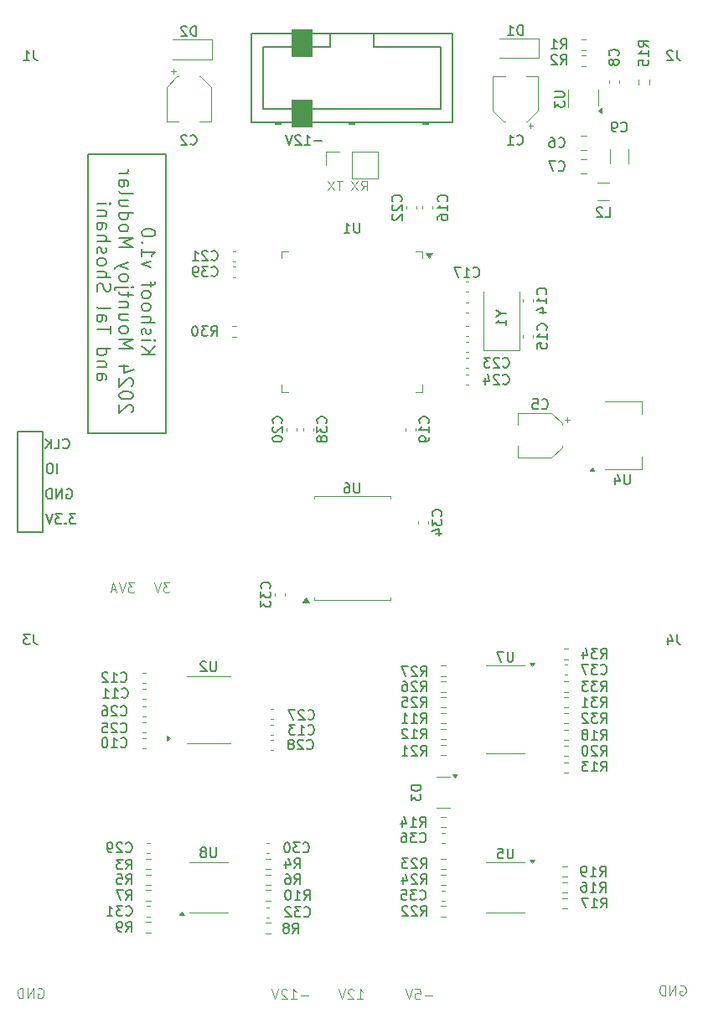
<source format=gbr>
%TF.GenerationSoftware,KiCad,Pcbnew,8.0.1*%
%TF.CreationDate,2024-04-24T14:52:54+01:00*%
%TF.ProjectId,Kishoof_Components,4b697368-6f6f-4665-9f43-6f6d706f6e65,rev?*%
%TF.SameCoordinates,Original*%
%TF.FileFunction,Legend,Bot*%
%TF.FilePolarity,Positive*%
%FSLAX46Y46*%
G04 Gerber Fmt 4.6, Leading zero omitted, Abs format (unit mm)*
G04 Created by KiCad (PCBNEW 8.0.1) date 2024-04-24 14:52:54*
%MOMM*%
%LPD*%
G01*
G04 APERTURE LIST*
%ADD10C,0.150000*%
%ADD11C,0.100000*%
%ADD12C,0.200000*%
%ADD13C,0.120000*%
G04 APERTURE END LIST*
D10*
X63800000Y-52600000D02*
X71700000Y-52600000D01*
X71700000Y-80800000D01*
X63800000Y-80800000D01*
X63800000Y-52600000D01*
D11*
X68490475Y-95872419D02*
X67871428Y-95872419D01*
X67871428Y-95872419D02*
X68204761Y-96253371D01*
X68204761Y-96253371D02*
X68061904Y-96253371D01*
X68061904Y-96253371D02*
X67966666Y-96300990D01*
X67966666Y-96300990D02*
X67919047Y-96348609D01*
X67919047Y-96348609D02*
X67871428Y-96443847D01*
X67871428Y-96443847D02*
X67871428Y-96681942D01*
X67871428Y-96681942D02*
X67919047Y-96777180D01*
X67919047Y-96777180D02*
X67966666Y-96824800D01*
X67966666Y-96824800D02*
X68061904Y-96872419D01*
X68061904Y-96872419D02*
X68347618Y-96872419D01*
X68347618Y-96872419D02*
X68442856Y-96824800D01*
X68442856Y-96824800D02*
X68490475Y-96777180D01*
X67585713Y-95872419D02*
X67252380Y-96872419D01*
X67252380Y-96872419D02*
X66919047Y-95872419D01*
X66633332Y-96586704D02*
X66157142Y-96586704D01*
X66728570Y-96872419D02*
X66395237Y-95872419D01*
X66395237Y-95872419D02*
X66061904Y-96872419D01*
X91019047Y-137972419D02*
X91590475Y-137972419D01*
X91304761Y-137972419D02*
X91304761Y-136972419D01*
X91304761Y-136972419D02*
X91399999Y-137115276D01*
X91399999Y-137115276D02*
X91495237Y-137210514D01*
X91495237Y-137210514D02*
X91590475Y-137258133D01*
X90638094Y-137067657D02*
X90590475Y-137020038D01*
X90590475Y-137020038D02*
X90495237Y-136972419D01*
X90495237Y-136972419D02*
X90257142Y-136972419D01*
X90257142Y-136972419D02*
X90161904Y-137020038D01*
X90161904Y-137020038D02*
X90114285Y-137067657D01*
X90114285Y-137067657D02*
X90066666Y-137162895D01*
X90066666Y-137162895D02*
X90066666Y-137258133D01*
X90066666Y-137258133D02*
X90114285Y-137400990D01*
X90114285Y-137400990D02*
X90685713Y-137972419D01*
X90685713Y-137972419D02*
X90066666Y-137972419D01*
X89780951Y-136972419D02*
X89447618Y-137972419D01*
X89447618Y-137972419D02*
X89114285Y-136972419D01*
X58761904Y-136920038D02*
X58857142Y-136872419D01*
X58857142Y-136872419D02*
X58999999Y-136872419D01*
X58999999Y-136872419D02*
X59142856Y-136920038D01*
X59142856Y-136920038D02*
X59238094Y-137015276D01*
X59238094Y-137015276D02*
X59285713Y-137110514D01*
X59285713Y-137110514D02*
X59333332Y-137300990D01*
X59333332Y-137300990D02*
X59333332Y-137443847D01*
X59333332Y-137443847D02*
X59285713Y-137634323D01*
X59285713Y-137634323D02*
X59238094Y-137729561D01*
X59238094Y-137729561D02*
X59142856Y-137824800D01*
X59142856Y-137824800D02*
X58999999Y-137872419D01*
X58999999Y-137872419D02*
X58904761Y-137872419D01*
X58904761Y-137872419D02*
X58761904Y-137824800D01*
X58761904Y-137824800D02*
X58714285Y-137777180D01*
X58714285Y-137777180D02*
X58714285Y-137443847D01*
X58714285Y-137443847D02*
X58904761Y-137443847D01*
X58285713Y-137872419D02*
X58285713Y-136872419D01*
X58285713Y-136872419D02*
X57714285Y-137872419D01*
X57714285Y-137872419D02*
X57714285Y-136872419D01*
X57238094Y-137872419D02*
X57238094Y-136872419D01*
X57238094Y-136872419D02*
X56999999Y-136872419D01*
X56999999Y-136872419D02*
X56857142Y-136920038D01*
X56857142Y-136920038D02*
X56761904Y-137015276D01*
X56761904Y-137015276D02*
X56714285Y-137110514D01*
X56714285Y-137110514D02*
X56666666Y-137300990D01*
X56666666Y-137300990D02*
X56666666Y-137443847D01*
X56666666Y-137443847D02*
X56714285Y-137634323D01*
X56714285Y-137634323D02*
X56761904Y-137729561D01*
X56761904Y-137729561D02*
X56857142Y-137824800D01*
X56857142Y-137824800D02*
X56999999Y-137872419D01*
X56999999Y-137872419D02*
X57238094Y-137872419D01*
D12*
X69216655Y-72800000D02*
X70616655Y-72800000D01*
X69216655Y-72000000D02*
X70016655Y-72600000D01*
X70616655Y-72000000D02*
X69816655Y-72800000D01*
X69216655Y-71400000D02*
X70149988Y-71400000D01*
X70616655Y-71400000D02*
X70549988Y-71466667D01*
X70549988Y-71466667D02*
X70483322Y-71400000D01*
X70483322Y-71400000D02*
X70549988Y-71333334D01*
X70549988Y-71333334D02*
X70616655Y-71400000D01*
X70616655Y-71400000D02*
X70483322Y-71400000D01*
X69283322Y-70800000D02*
X69216655Y-70666667D01*
X69216655Y-70666667D02*
X69216655Y-70400000D01*
X69216655Y-70400000D02*
X69283322Y-70266667D01*
X69283322Y-70266667D02*
X69416655Y-70200000D01*
X69416655Y-70200000D02*
X69483322Y-70200000D01*
X69483322Y-70200000D02*
X69616655Y-70266667D01*
X69616655Y-70266667D02*
X69683322Y-70400000D01*
X69683322Y-70400000D02*
X69683322Y-70600000D01*
X69683322Y-70600000D02*
X69749988Y-70733333D01*
X69749988Y-70733333D02*
X69883322Y-70800000D01*
X69883322Y-70800000D02*
X69949988Y-70800000D01*
X69949988Y-70800000D02*
X70083322Y-70733333D01*
X70083322Y-70733333D02*
X70149988Y-70600000D01*
X70149988Y-70600000D02*
X70149988Y-70400000D01*
X70149988Y-70400000D02*
X70083322Y-70266667D01*
X69216655Y-69600000D02*
X70616655Y-69600000D01*
X69216655Y-69000000D02*
X69949988Y-69000000D01*
X69949988Y-69000000D02*
X70083322Y-69066667D01*
X70083322Y-69066667D02*
X70149988Y-69200000D01*
X70149988Y-69200000D02*
X70149988Y-69400000D01*
X70149988Y-69400000D02*
X70083322Y-69533334D01*
X70083322Y-69533334D02*
X70016655Y-69600000D01*
X69216655Y-68133333D02*
X69283322Y-68266667D01*
X69283322Y-68266667D02*
X69349988Y-68333333D01*
X69349988Y-68333333D02*
X69483322Y-68400000D01*
X69483322Y-68400000D02*
X69883322Y-68400000D01*
X69883322Y-68400000D02*
X70016655Y-68333333D01*
X70016655Y-68333333D02*
X70083322Y-68266667D01*
X70083322Y-68266667D02*
X70149988Y-68133333D01*
X70149988Y-68133333D02*
X70149988Y-67933333D01*
X70149988Y-67933333D02*
X70083322Y-67800000D01*
X70083322Y-67800000D02*
X70016655Y-67733333D01*
X70016655Y-67733333D02*
X69883322Y-67666667D01*
X69883322Y-67666667D02*
X69483322Y-67666667D01*
X69483322Y-67666667D02*
X69349988Y-67733333D01*
X69349988Y-67733333D02*
X69283322Y-67800000D01*
X69283322Y-67800000D02*
X69216655Y-67933333D01*
X69216655Y-67933333D02*
X69216655Y-68133333D01*
X69216655Y-66866666D02*
X69283322Y-67000000D01*
X69283322Y-67000000D02*
X69349988Y-67066666D01*
X69349988Y-67066666D02*
X69483322Y-67133333D01*
X69483322Y-67133333D02*
X69883322Y-67133333D01*
X69883322Y-67133333D02*
X70016655Y-67066666D01*
X70016655Y-67066666D02*
X70083322Y-67000000D01*
X70083322Y-67000000D02*
X70149988Y-66866666D01*
X70149988Y-66866666D02*
X70149988Y-66666666D01*
X70149988Y-66666666D02*
X70083322Y-66533333D01*
X70083322Y-66533333D02*
X70016655Y-66466666D01*
X70016655Y-66466666D02*
X69883322Y-66400000D01*
X69883322Y-66400000D02*
X69483322Y-66400000D01*
X69483322Y-66400000D02*
X69349988Y-66466666D01*
X69349988Y-66466666D02*
X69283322Y-66533333D01*
X69283322Y-66533333D02*
X69216655Y-66666666D01*
X69216655Y-66666666D02*
X69216655Y-66866666D01*
X70149988Y-65999999D02*
X70149988Y-65466666D01*
X69216655Y-65799999D02*
X70416655Y-65799999D01*
X70416655Y-65799999D02*
X70549988Y-65733333D01*
X70549988Y-65733333D02*
X70616655Y-65599999D01*
X70616655Y-65599999D02*
X70616655Y-65466666D01*
X70149988Y-64066666D02*
X69216655Y-63733332D01*
X69216655Y-63733332D02*
X70149988Y-63399999D01*
X69216655Y-62133332D02*
X69216655Y-62933332D01*
X69216655Y-62533332D02*
X70616655Y-62533332D01*
X70616655Y-62533332D02*
X70416655Y-62666665D01*
X70416655Y-62666665D02*
X70283322Y-62799999D01*
X70283322Y-62799999D02*
X70216655Y-62933332D01*
X69349988Y-61533332D02*
X69283322Y-61466666D01*
X69283322Y-61466666D02*
X69216655Y-61533332D01*
X69216655Y-61533332D02*
X69283322Y-61599999D01*
X69283322Y-61599999D02*
X69349988Y-61533332D01*
X69349988Y-61533332D02*
X69216655Y-61533332D01*
X70616655Y-60599999D02*
X70616655Y-60466665D01*
X70616655Y-60466665D02*
X70549988Y-60333332D01*
X70549988Y-60333332D02*
X70483322Y-60266665D01*
X70483322Y-60266665D02*
X70349988Y-60199999D01*
X70349988Y-60199999D02*
X70083322Y-60133332D01*
X70083322Y-60133332D02*
X69749988Y-60133332D01*
X69749988Y-60133332D02*
X69483322Y-60199999D01*
X69483322Y-60199999D02*
X69349988Y-60266665D01*
X69349988Y-60266665D02*
X69283322Y-60333332D01*
X69283322Y-60333332D02*
X69216655Y-60466665D01*
X69216655Y-60466665D02*
X69216655Y-60599999D01*
X69216655Y-60599999D02*
X69283322Y-60733332D01*
X69283322Y-60733332D02*
X69349988Y-60799999D01*
X69349988Y-60799999D02*
X69483322Y-60866665D01*
X69483322Y-60866665D02*
X69749988Y-60933332D01*
X69749988Y-60933332D02*
X70083322Y-60933332D01*
X70083322Y-60933332D02*
X70349988Y-60866665D01*
X70349988Y-60866665D02*
X70483322Y-60799999D01*
X70483322Y-60799999D02*
X70549988Y-60733332D01*
X70549988Y-60733332D02*
X70616655Y-60599999D01*
X68229400Y-78700001D02*
X68296066Y-78633334D01*
X68296066Y-78633334D02*
X68362733Y-78500001D01*
X68362733Y-78500001D02*
X68362733Y-78166668D01*
X68362733Y-78166668D02*
X68296066Y-78033334D01*
X68296066Y-78033334D02*
X68229400Y-77966668D01*
X68229400Y-77966668D02*
X68096066Y-77900001D01*
X68096066Y-77900001D02*
X67962733Y-77900001D01*
X67962733Y-77900001D02*
X67762733Y-77966668D01*
X67762733Y-77966668D02*
X66962733Y-78766668D01*
X66962733Y-78766668D02*
X66962733Y-77900001D01*
X68362733Y-77033335D02*
X68362733Y-76900001D01*
X68362733Y-76900001D02*
X68296066Y-76766668D01*
X68296066Y-76766668D02*
X68229400Y-76700001D01*
X68229400Y-76700001D02*
X68096066Y-76633335D01*
X68096066Y-76633335D02*
X67829400Y-76566668D01*
X67829400Y-76566668D02*
X67496066Y-76566668D01*
X67496066Y-76566668D02*
X67229400Y-76633335D01*
X67229400Y-76633335D02*
X67096066Y-76700001D01*
X67096066Y-76700001D02*
X67029400Y-76766668D01*
X67029400Y-76766668D02*
X66962733Y-76900001D01*
X66962733Y-76900001D02*
X66962733Y-77033335D01*
X66962733Y-77033335D02*
X67029400Y-77166668D01*
X67029400Y-77166668D02*
X67096066Y-77233335D01*
X67096066Y-77233335D02*
X67229400Y-77300001D01*
X67229400Y-77300001D02*
X67496066Y-77366668D01*
X67496066Y-77366668D02*
X67829400Y-77366668D01*
X67829400Y-77366668D02*
X68096066Y-77300001D01*
X68096066Y-77300001D02*
X68229400Y-77233335D01*
X68229400Y-77233335D02*
X68296066Y-77166668D01*
X68296066Y-77166668D02*
X68362733Y-77033335D01*
X68229400Y-76033335D02*
X68296066Y-75966668D01*
X68296066Y-75966668D02*
X68362733Y-75833335D01*
X68362733Y-75833335D02*
X68362733Y-75500002D01*
X68362733Y-75500002D02*
X68296066Y-75366668D01*
X68296066Y-75366668D02*
X68229400Y-75300002D01*
X68229400Y-75300002D02*
X68096066Y-75233335D01*
X68096066Y-75233335D02*
X67962733Y-75233335D01*
X67962733Y-75233335D02*
X67762733Y-75300002D01*
X67762733Y-75300002D02*
X66962733Y-76100002D01*
X66962733Y-76100002D02*
X66962733Y-75233335D01*
X67896066Y-74033335D02*
X66962733Y-74033335D01*
X68429400Y-74366669D02*
X67429400Y-74700002D01*
X67429400Y-74700002D02*
X67429400Y-73833335D01*
X66962733Y-72233335D02*
X68362733Y-72233335D01*
X68362733Y-72233335D02*
X67362733Y-71766669D01*
X67362733Y-71766669D02*
X68362733Y-71300002D01*
X68362733Y-71300002D02*
X66962733Y-71300002D01*
X66962733Y-70433335D02*
X67029400Y-70566669D01*
X67029400Y-70566669D02*
X67096066Y-70633335D01*
X67096066Y-70633335D02*
X67229400Y-70700002D01*
X67229400Y-70700002D02*
X67629400Y-70700002D01*
X67629400Y-70700002D02*
X67762733Y-70633335D01*
X67762733Y-70633335D02*
X67829400Y-70566669D01*
X67829400Y-70566669D02*
X67896066Y-70433335D01*
X67896066Y-70433335D02*
X67896066Y-70233335D01*
X67896066Y-70233335D02*
X67829400Y-70100002D01*
X67829400Y-70100002D02*
X67762733Y-70033335D01*
X67762733Y-70033335D02*
X67629400Y-69966669D01*
X67629400Y-69966669D02*
X67229400Y-69966669D01*
X67229400Y-69966669D02*
X67096066Y-70033335D01*
X67096066Y-70033335D02*
X67029400Y-70100002D01*
X67029400Y-70100002D02*
X66962733Y-70233335D01*
X66962733Y-70233335D02*
X66962733Y-70433335D01*
X67896066Y-68766668D02*
X66962733Y-68766668D01*
X67896066Y-69366668D02*
X67162733Y-69366668D01*
X67162733Y-69366668D02*
X67029400Y-69300002D01*
X67029400Y-69300002D02*
X66962733Y-69166668D01*
X66962733Y-69166668D02*
X66962733Y-68966668D01*
X66962733Y-68966668D02*
X67029400Y-68833335D01*
X67029400Y-68833335D02*
X67096066Y-68766668D01*
X67896066Y-68100001D02*
X66962733Y-68100001D01*
X67762733Y-68100001D02*
X67829400Y-68033335D01*
X67829400Y-68033335D02*
X67896066Y-67900001D01*
X67896066Y-67900001D02*
X67896066Y-67700001D01*
X67896066Y-67700001D02*
X67829400Y-67566668D01*
X67829400Y-67566668D02*
X67696066Y-67500001D01*
X67696066Y-67500001D02*
X66962733Y-67500001D01*
X67896066Y-67033334D02*
X67896066Y-66500001D01*
X68362733Y-66833334D02*
X67162733Y-66833334D01*
X67162733Y-66833334D02*
X67029400Y-66766668D01*
X67029400Y-66766668D02*
X66962733Y-66633334D01*
X66962733Y-66633334D02*
X66962733Y-66500001D01*
X67896066Y-66033334D02*
X66696066Y-66033334D01*
X66696066Y-66033334D02*
X66562733Y-66100001D01*
X66562733Y-66100001D02*
X66496066Y-66233334D01*
X66496066Y-66233334D02*
X66496066Y-66300001D01*
X68362733Y-66033334D02*
X68296066Y-66100001D01*
X68296066Y-66100001D02*
X68229400Y-66033334D01*
X68229400Y-66033334D02*
X68296066Y-65966668D01*
X68296066Y-65966668D02*
X68362733Y-66033334D01*
X68362733Y-66033334D02*
X68229400Y-66033334D01*
X66962733Y-65166667D02*
X67029400Y-65300001D01*
X67029400Y-65300001D02*
X67096066Y-65366667D01*
X67096066Y-65366667D02*
X67229400Y-65433334D01*
X67229400Y-65433334D02*
X67629400Y-65433334D01*
X67629400Y-65433334D02*
X67762733Y-65366667D01*
X67762733Y-65366667D02*
X67829400Y-65300001D01*
X67829400Y-65300001D02*
X67896066Y-65166667D01*
X67896066Y-65166667D02*
X67896066Y-64966667D01*
X67896066Y-64966667D02*
X67829400Y-64833334D01*
X67829400Y-64833334D02*
X67762733Y-64766667D01*
X67762733Y-64766667D02*
X67629400Y-64700001D01*
X67629400Y-64700001D02*
X67229400Y-64700001D01*
X67229400Y-64700001D02*
X67096066Y-64766667D01*
X67096066Y-64766667D02*
X67029400Y-64833334D01*
X67029400Y-64833334D02*
X66962733Y-64966667D01*
X66962733Y-64966667D02*
X66962733Y-65166667D01*
X67896066Y-64233334D02*
X66962733Y-63900000D01*
X67896066Y-63566667D02*
X66962733Y-63900000D01*
X66962733Y-63900000D02*
X66629400Y-64033334D01*
X66629400Y-64033334D02*
X66562733Y-64100000D01*
X66562733Y-64100000D02*
X66496066Y-64233334D01*
X66962733Y-61966666D02*
X68362733Y-61966666D01*
X68362733Y-61966666D02*
X67362733Y-61500000D01*
X67362733Y-61500000D02*
X68362733Y-61033333D01*
X68362733Y-61033333D02*
X66962733Y-61033333D01*
X66962733Y-60166666D02*
X67029400Y-60300000D01*
X67029400Y-60300000D02*
X67096066Y-60366666D01*
X67096066Y-60366666D02*
X67229400Y-60433333D01*
X67229400Y-60433333D02*
X67629400Y-60433333D01*
X67629400Y-60433333D02*
X67762733Y-60366666D01*
X67762733Y-60366666D02*
X67829400Y-60300000D01*
X67829400Y-60300000D02*
X67896066Y-60166666D01*
X67896066Y-60166666D02*
X67896066Y-59966666D01*
X67896066Y-59966666D02*
X67829400Y-59833333D01*
X67829400Y-59833333D02*
X67762733Y-59766666D01*
X67762733Y-59766666D02*
X67629400Y-59700000D01*
X67629400Y-59700000D02*
X67229400Y-59700000D01*
X67229400Y-59700000D02*
X67096066Y-59766666D01*
X67096066Y-59766666D02*
X67029400Y-59833333D01*
X67029400Y-59833333D02*
X66962733Y-59966666D01*
X66962733Y-59966666D02*
X66962733Y-60166666D01*
X66962733Y-58499999D02*
X68362733Y-58499999D01*
X67029400Y-58499999D02*
X66962733Y-58633333D01*
X66962733Y-58633333D02*
X66962733Y-58899999D01*
X66962733Y-58899999D02*
X67029400Y-59033333D01*
X67029400Y-59033333D02*
X67096066Y-59099999D01*
X67096066Y-59099999D02*
X67229400Y-59166666D01*
X67229400Y-59166666D02*
X67629400Y-59166666D01*
X67629400Y-59166666D02*
X67762733Y-59099999D01*
X67762733Y-59099999D02*
X67829400Y-59033333D01*
X67829400Y-59033333D02*
X67896066Y-58899999D01*
X67896066Y-58899999D02*
X67896066Y-58633333D01*
X67896066Y-58633333D02*
X67829400Y-58499999D01*
X67896066Y-57233332D02*
X66962733Y-57233332D01*
X67896066Y-57833332D02*
X67162733Y-57833332D01*
X67162733Y-57833332D02*
X67029400Y-57766666D01*
X67029400Y-57766666D02*
X66962733Y-57633332D01*
X66962733Y-57633332D02*
X66962733Y-57433332D01*
X66962733Y-57433332D02*
X67029400Y-57299999D01*
X67029400Y-57299999D02*
X67096066Y-57233332D01*
X66962733Y-56366665D02*
X67029400Y-56499999D01*
X67029400Y-56499999D02*
X67162733Y-56566665D01*
X67162733Y-56566665D02*
X68362733Y-56566665D01*
X66962733Y-55233332D02*
X67696066Y-55233332D01*
X67696066Y-55233332D02*
X67829400Y-55299999D01*
X67829400Y-55299999D02*
X67896066Y-55433332D01*
X67896066Y-55433332D02*
X67896066Y-55699999D01*
X67896066Y-55699999D02*
X67829400Y-55833332D01*
X67029400Y-55233332D02*
X66962733Y-55366666D01*
X66962733Y-55366666D02*
X66962733Y-55699999D01*
X66962733Y-55699999D02*
X67029400Y-55833332D01*
X67029400Y-55833332D02*
X67162733Y-55899999D01*
X67162733Y-55899999D02*
X67296066Y-55899999D01*
X67296066Y-55899999D02*
X67429400Y-55833332D01*
X67429400Y-55833332D02*
X67496066Y-55699999D01*
X67496066Y-55699999D02*
X67496066Y-55366666D01*
X67496066Y-55366666D02*
X67562733Y-55233332D01*
X66962733Y-54566665D02*
X67896066Y-54566665D01*
X67629400Y-54566665D02*
X67762733Y-54499999D01*
X67762733Y-54499999D02*
X67829400Y-54433332D01*
X67829400Y-54433332D02*
X67896066Y-54299999D01*
X67896066Y-54299999D02*
X67896066Y-54166665D01*
X64708811Y-74800001D02*
X65442144Y-74800001D01*
X65442144Y-74800001D02*
X65575478Y-74866668D01*
X65575478Y-74866668D02*
X65642144Y-75000001D01*
X65642144Y-75000001D02*
X65642144Y-75266668D01*
X65642144Y-75266668D02*
X65575478Y-75400001D01*
X64775478Y-74800001D02*
X64708811Y-74933335D01*
X64708811Y-74933335D02*
X64708811Y-75266668D01*
X64708811Y-75266668D02*
X64775478Y-75400001D01*
X64775478Y-75400001D02*
X64908811Y-75466668D01*
X64908811Y-75466668D02*
X65042144Y-75466668D01*
X65042144Y-75466668D02*
X65175478Y-75400001D01*
X65175478Y-75400001D02*
X65242144Y-75266668D01*
X65242144Y-75266668D02*
X65242144Y-74933335D01*
X65242144Y-74933335D02*
X65308811Y-74800001D01*
X65642144Y-74133334D02*
X64708811Y-74133334D01*
X65508811Y-74133334D02*
X65575478Y-74066668D01*
X65575478Y-74066668D02*
X65642144Y-73933334D01*
X65642144Y-73933334D02*
X65642144Y-73733334D01*
X65642144Y-73733334D02*
X65575478Y-73600001D01*
X65575478Y-73600001D02*
X65442144Y-73533334D01*
X65442144Y-73533334D02*
X64708811Y-73533334D01*
X64708811Y-72266667D02*
X66108811Y-72266667D01*
X64775478Y-72266667D02*
X64708811Y-72400001D01*
X64708811Y-72400001D02*
X64708811Y-72666667D01*
X64708811Y-72666667D02*
X64775478Y-72800001D01*
X64775478Y-72800001D02*
X64842144Y-72866667D01*
X64842144Y-72866667D02*
X64975478Y-72933334D01*
X64975478Y-72933334D02*
X65375478Y-72933334D01*
X65375478Y-72933334D02*
X65508811Y-72866667D01*
X65508811Y-72866667D02*
X65575478Y-72800001D01*
X65575478Y-72800001D02*
X65642144Y-72666667D01*
X65642144Y-72666667D02*
X65642144Y-72400001D01*
X65642144Y-72400001D02*
X65575478Y-72266667D01*
X66108811Y-70733333D02*
X66108811Y-69933333D01*
X64708811Y-70333333D02*
X66108811Y-70333333D01*
X64708811Y-68866666D02*
X65442144Y-68866666D01*
X65442144Y-68866666D02*
X65575478Y-68933333D01*
X65575478Y-68933333D02*
X65642144Y-69066666D01*
X65642144Y-69066666D02*
X65642144Y-69333333D01*
X65642144Y-69333333D02*
X65575478Y-69466666D01*
X64775478Y-68866666D02*
X64708811Y-69000000D01*
X64708811Y-69000000D02*
X64708811Y-69333333D01*
X64708811Y-69333333D02*
X64775478Y-69466666D01*
X64775478Y-69466666D02*
X64908811Y-69533333D01*
X64908811Y-69533333D02*
X65042144Y-69533333D01*
X65042144Y-69533333D02*
X65175478Y-69466666D01*
X65175478Y-69466666D02*
X65242144Y-69333333D01*
X65242144Y-69333333D02*
X65242144Y-69000000D01*
X65242144Y-69000000D02*
X65308811Y-68866666D01*
X64708811Y-67999999D02*
X64775478Y-68133333D01*
X64775478Y-68133333D02*
X64908811Y-68199999D01*
X64908811Y-68199999D02*
X66108811Y-68199999D01*
X64775478Y-66466666D02*
X64708811Y-66266666D01*
X64708811Y-66266666D02*
X64708811Y-65933333D01*
X64708811Y-65933333D02*
X64775478Y-65799999D01*
X64775478Y-65799999D02*
X64842144Y-65733333D01*
X64842144Y-65733333D02*
X64975478Y-65666666D01*
X64975478Y-65666666D02*
X65108811Y-65666666D01*
X65108811Y-65666666D02*
X65242144Y-65733333D01*
X65242144Y-65733333D02*
X65308811Y-65799999D01*
X65308811Y-65799999D02*
X65375478Y-65933333D01*
X65375478Y-65933333D02*
X65442144Y-66199999D01*
X65442144Y-66199999D02*
X65508811Y-66333333D01*
X65508811Y-66333333D02*
X65575478Y-66399999D01*
X65575478Y-66399999D02*
X65708811Y-66466666D01*
X65708811Y-66466666D02*
X65842144Y-66466666D01*
X65842144Y-66466666D02*
X65975478Y-66399999D01*
X65975478Y-66399999D02*
X66042144Y-66333333D01*
X66042144Y-66333333D02*
X66108811Y-66199999D01*
X66108811Y-66199999D02*
X66108811Y-65866666D01*
X66108811Y-65866666D02*
X66042144Y-65666666D01*
X64708811Y-65066666D02*
X66108811Y-65066666D01*
X64708811Y-64466666D02*
X65442144Y-64466666D01*
X65442144Y-64466666D02*
X65575478Y-64533333D01*
X65575478Y-64533333D02*
X65642144Y-64666666D01*
X65642144Y-64666666D02*
X65642144Y-64866666D01*
X65642144Y-64866666D02*
X65575478Y-65000000D01*
X65575478Y-65000000D02*
X65508811Y-65066666D01*
X64708811Y-63599999D02*
X64775478Y-63733333D01*
X64775478Y-63733333D02*
X64842144Y-63799999D01*
X64842144Y-63799999D02*
X64975478Y-63866666D01*
X64975478Y-63866666D02*
X65375478Y-63866666D01*
X65375478Y-63866666D02*
X65508811Y-63799999D01*
X65508811Y-63799999D02*
X65575478Y-63733333D01*
X65575478Y-63733333D02*
X65642144Y-63599999D01*
X65642144Y-63599999D02*
X65642144Y-63399999D01*
X65642144Y-63399999D02*
X65575478Y-63266666D01*
X65575478Y-63266666D02*
X65508811Y-63199999D01*
X65508811Y-63199999D02*
X65375478Y-63133333D01*
X65375478Y-63133333D02*
X64975478Y-63133333D01*
X64975478Y-63133333D02*
X64842144Y-63199999D01*
X64842144Y-63199999D02*
X64775478Y-63266666D01*
X64775478Y-63266666D02*
X64708811Y-63399999D01*
X64708811Y-63399999D02*
X64708811Y-63599999D01*
X64775478Y-62599999D02*
X64708811Y-62466666D01*
X64708811Y-62466666D02*
X64708811Y-62199999D01*
X64708811Y-62199999D02*
X64775478Y-62066666D01*
X64775478Y-62066666D02*
X64908811Y-61999999D01*
X64908811Y-61999999D02*
X64975478Y-61999999D01*
X64975478Y-61999999D02*
X65108811Y-62066666D01*
X65108811Y-62066666D02*
X65175478Y-62199999D01*
X65175478Y-62199999D02*
X65175478Y-62399999D01*
X65175478Y-62399999D02*
X65242144Y-62533332D01*
X65242144Y-62533332D02*
X65375478Y-62599999D01*
X65375478Y-62599999D02*
X65442144Y-62599999D01*
X65442144Y-62599999D02*
X65575478Y-62533332D01*
X65575478Y-62533332D02*
X65642144Y-62399999D01*
X65642144Y-62399999D02*
X65642144Y-62199999D01*
X65642144Y-62199999D02*
X65575478Y-62066666D01*
X64708811Y-61399999D02*
X66108811Y-61399999D01*
X64708811Y-60799999D02*
X65442144Y-60799999D01*
X65442144Y-60799999D02*
X65575478Y-60866666D01*
X65575478Y-60866666D02*
X65642144Y-60999999D01*
X65642144Y-60999999D02*
X65642144Y-61199999D01*
X65642144Y-61199999D02*
X65575478Y-61333333D01*
X65575478Y-61333333D02*
X65508811Y-61399999D01*
X64708811Y-59533332D02*
X65442144Y-59533332D01*
X65442144Y-59533332D02*
X65575478Y-59599999D01*
X65575478Y-59599999D02*
X65642144Y-59733332D01*
X65642144Y-59733332D02*
X65642144Y-59999999D01*
X65642144Y-59999999D02*
X65575478Y-60133332D01*
X64775478Y-59533332D02*
X64708811Y-59666666D01*
X64708811Y-59666666D02*
X64708811Y-59999999D01*
X64708811Y-59999999D02*
X64775478Y-60133332D01*
X64775478Y-60133332D02*
X64908811Y-60199999D01*
X64908811Y-60199999D02*
X65042144Y-60199999D01*
X65042144Y-60199999D02*
X65175478Y-60133332D01*
X65175478Y-60133332D02*
X65242144Y-59999999D01*
X65242144Y-59999999D02*
X65242144Y-59666666D01*
X65242144Y-59666666D02*
X65308811Y-59533332D01*
X65642144Y-58866665D02*
X64708811Y-58866665D01*
X65508811Y-58866665D02*
X65575478Y-58799999D01*
X65575478Y-58799999D02*
X65642144Y-58666665D01*
X65642144Y-58666665D02*
X65642144Y-58466665D01*
X65642144Y-58466665D02*
X65575478Y-58333332D01*
X65575478Y-58333332D02*
X65442144Y-58266665D01*
X65442144Y-58266665D02*
X64708811Y-58266665D01*
X64708811Y-57599998D02*
X65642144Y-57599998D01*
X66108811Y-57599998D02*
X66042144Y-57666665D01*
X66042144Y-57666665D02*
X65975478Y-57599998D01*
X65975478Y-57599998D02*
X66042144Y-57533332D01*
X66042144Y-57533332D02*
X66108811Y-57599998D01*
X66108811Y-57599998D02*
X65975478Y-57599998D01*
D11*
X123661904Y-136620038D02*
X123757142Y-136572419D01*
X123757142Y-136572419D02*
X123899999Y-136572419D01*
X123899999Y-136572419D02*
X124042856Y-136620038D01*
X124042856Y-136620038D02*
X124138094Y-136715276D01*
X124138094Y-136715276D02*
X124185713Y-136810514D01*
X124185713Y-136810514D02*
X124233332Y-137000990D01*
X124233332Y-137000990D02*
X124233332Y-137143847D01*
X124233332Y-137143847D02*
X124185713Y-137334323D01*
X124185713Y-137334323D02*
X124138094Y-137429561D01*
X124138094Y-137429561D02*
X124042856Y-137524800D01*
X124042856Y-137524800D02*
X123899999Y-137572419D01*
X123899999Y-137572419D02*
X123804761Y-137572419D01*
X123804761Y-137572419D02*
X123661904Y-137524800D01*
X123661904Y-137524800D02*
X123614285Y-137477180D01*
X123614285Y-137477180D02*
X123614285Y-137143847D01*
X123614285Y-137143847D02*
X123804761Y-137143847D01*
X123185713Y-137572419D02*
X123185713Y-136572419D01*
X123185713Y-136572419D02*
X122614285Y-137572419D01*
X122614285Y-137572419D02*
X122614285Y-136572419D01*
X122138094Y-137572419D02*
X122138094Y-136572419D01*
X122138094Y-136572419D02*
X121899999Y-136572419D01*
X121899999Y-136572419D02*
X121757142Y-136620038D01*
X121757142Y-136620038D02*
X121661904Y-136715276D01*
X121661904Y-136715276D02*
X121614285Y-136810514D01*
X121614285Y-136810514D02*
X121566666Y-137000990D01*
X121566666Y-137000990D02*
X121566666Y-137143847D01*
X121566666Y-137143847D02*
X121614285Y-137334323D01*
X121614285Y-137334323D02*
X121661904Y-137429561D01*
X121661904Y-137429561D02*
X121757142Y-137524800D01*
X121757142Y-137524800D02*
X121899999Y-137572419D01*
X121899999Y-137572419D02*
X122138094Y-137572419D01*
X72061904Y-95872419D02*
X71442857Y-95872419D01*
X71442857Y-95872419D02*
X71776190Y-96253371D01*
X71776190Y-96253371D02*
X71633333Y-96253371D01*
X71633333Y-96253371D02*
X71538095Y-96300990D01*
X71538095Y-96300990D02*
X71490476Y-96348609D01*
X71490476Y-96348609D02*
X71442857Y-96443847D01*
X71442857Y-96443847D02*
X71442857Y-96681942D01*
X71442857Y-96681942D02*
X71490476Y-96777180D01*
X71490476Y-96777180D02*
X71538095Y-96824800D01*
X71538095Y-96824800D02*
X71633333Y-96872419D01*
X71633333Y-96872419D02*
X71919047Y-96872419D01*
X71919047Y-96872419D02*
X72014285Y-96824800D01*
X72014285Y-96824800D02*
X72061904Y-96777180D01*
X71157142Y-95872419D02*
X70823809Y-96872419D01*
X70823809Y-96872419D02*
X70490476Y-95872419D01*
X86061904Y-137591466D02*
X85300000Y-137591466D01*
X84300000Y-137972419D02*
X84871428Y-137972419D01*
X84585714Y-137972419D02*
X84585714Y-136972419D01*
X84585714Y-136972419D02*
X84680952Y-137115276D01*
X84680952Y-137115276D02*
X84776190Y-137210514D01*
X84776190Y-137210514D02*
X84871428Y-137258133D01*
X83919047Y-137067657D02*
X83871428Y-137020038D01*
X83871428Y-137020038D02*
X83776190Y-136972419D01*
X83776190Y-136972419D02*
X83538095Y-136972419D01*
X83538095Y-136972419D02*
X83442857Y-137020038D01*
X83442857Y-137020038D02*
X83395238Y-137067657D01*
X83395238Y-137067657D02*
X83347619Y-137162895D01*
X83347619Y-137162895D02*
X83347619Y-137258133D01*
X83347619Y-137258133D02*
X83395238Y-137400990D01*
X83395238Y-137400990D02*
X83966666Y-137972419D01*
X83966666Y-137972419D02*
X83347619Y-137972419D01*
X83061904Y-136972419D02*
X82728571Y-137972419D01*
X82728571Y-137972419D02*
X82395238Y-136972419D01*
X98585713Y-137591466D02*
X97823809Y-137591466D01*
X96871428Y-136972419D02*
X97347618Y-136972419D01*
X97347618Y-136972419D02*
X97395237Y-137448609D01*
X97395237Y-137448609D02*
X97347618Y-137400990D01*
X97347618Y-137400990D02*
X97252380Y-137353371D01*
X97252380Y-137353371D02*
X97014285Y-137353371D01*
X97014285Y-137353371D02*
X96919047Y-137400990D01*
X96919047Y-137400990D02*
X96871428Y-137448609D01*
X96871428Y-137448609D02*
X96823809Y-137543847D01*
X96823809Y-137543847D02*
X96823809Y-137781942D01*
X96823809Y-137781942D02*
X96871428Y-137877180D01*
X96871428Y-137877180D02*
X96919047Y-137924800D01*
X96919047Y-137924800D02*
X97014285Y-137972419D01*
X97014285Y-137972419D02*
X97252380Y-137972419D01*
X97252380Y-137972419D02*
X97347618Y-137924800D01*
X97347618Y-137924800D02*
X97395237Y-137877180D01*
X96538094Y-136972419D02*
X96204761Y-137972419D01*
X96204761Y-137972419D02*
X95871428Y-136972419D01*
X89538972Y-55272419D02*
X88967544Y-55272419D01*
X89253258Y-56272419D02*
X89253258Y-55272419D01*
X88729448Y-55272419D02*
X88062782Y-56272419D01*
X88062782Y-55272419D02*
X88729448Y-56272419D01*
X91424687Y-56272419D02*
X91758020Y-55796228D01*
X91996115Y-56272419D02*
X91996115Y-55272419D01*
X91996115Y-55272419D02*
X91615163Y-55272419D01*
X91615163Y-55272419D02*
X91519925Y-55320038D01*
X91519925Y-55320038D02*
X91472306Y-55367657D01*
X91472306Y-55367657D02*
X91424687Y-55462895D01*
X91424687Y-55462895D02*
X91424687Y-55605752D01*
X91424687Y-55605752D02*
X91472306Y-55700990D01*
X91472306Y-55700990D02*
X91519925Y-55748609D01*
X91519925Y-55748609D02*
X91615163Y-55796228D01*
X91615163Y-55796228D02*
X91996115Y-55796228D01*
X91091353Y-55272419D02*
X90424687Y-56272419D01*
X90424687Y-55272419D02*
X91091353Y-56272419D01*
D10*
X123333333Y-42124819D02*
X123333333Y-42839104D01*
X123333333Y-42839104D02*
X123380952Y-42981961D01*
X123380952Y-42981961D02*
X123476190Y-43077200D01*
X123476190Y-43077200D02*
X123619047Y-43124819D01*
X123619047Y-43124819D02*
X123714285Y-43124819D01*
X122904761Y-42220057D02*
X122857142Y-42172438D01*
X122857142Y-42172438D02*
X122761904Y-42124819D01*
X122761904Y-42124819D02*
X122523809Y-42124819D01*
X122523809Y-42124819D02*
X122428571Y-42172438D01*
X122428571Y-42172438D02*
X122380952Y-42220057D01*
X122380952Y-42220057D02*
X122333333Y-42315295D01*
X122333333Y-42315295D02*
X122333333Y-42410533D01*
X122333333Y-42410533D02*
X122380952Y-42553390D01*
X122380952Y-42553390D02*
X122952380Y-43124819D01*
X122952380Y-43124819D02*
X122333333Y-43124819D01*
X123333333Y-101124819D02*
X123333333Y-101839104D01*
X123333333Y-101839104D02*
X123380952Y-101981961D01*
X123380952Y-101981961D02*
X123476190Y-102077200D01*
X123476190Y-102077200D02*
X123619047Y-102124819D01*
X123619047Y-102124819D02*
X123714285Y-102124819D01*
X122428571Y-101458152D02*
X122428571Y-102124819D01*
X122666666Y-101077200D02*
X122904761Y-101791485D01*
X122904761Y-101791485D02*
X122285714Y-101791485D01*
X58333333Y-42124819D02*
X58333333Y-42839104D01*
X58333333Y-42839104D02*
X58380952Y-42981961D01*
X58380952Y-42981961D02*
X58476190Y-43077200D01*
X58476190Y-43077200D02*
X58619047Y-43124819D01*
X58619047Y-43124819D02*
X58714285Y-43124819D01*
X57333333Y-43124819D02*
X57904761Y-43124819D01*
X57619047Y-43124819D02*
X57619047Y-42124819D01*
X57619047Y-42124819D02*
X57714285Y-42267676D01*
X57714285Y-42267676D02*
X57809523Y-42362914D01*
X57809523Y-42362914D02*
X57904761Y-42410533D01*
X58333333Y-101124819D02*
X58333333Y-101839104D01*
X58333333Y-101839104D02*
X58380952Y-101981961D01*
X58380952Y-101981961D02*
X58476190Y-102077200D01*
X58476190Y-102077200D02*
X58619047Y-102124819D01*
X58619047Y-102124819D02*
X58714285Y-102124819D01*
X57952380Y-101124819D02*
X57333333Y-101124819D01*
X57333333Y-101124819D02*
X57666666Y-101505771D01*
X57666666Y-101505771D02*
X57523809Y-101505771D01*
X57523809Y-101505771D02*
X57428571Y-101553390D01*
X57428571Y-101553390D02*
X57380952Y-101601009D01*
X57380952Y-101601009D02*
X57333333Y-101696247D01*
X57333333Y-101696247D02*
X57333333Y-101934342D01*
X57333333Y-101934342D02*
X57380952Y-102029580D01*
X57380952Y-102029580D02*
X57428571Y-102077200D01*
X57428571Y-102077200D02*
X57523809Y-102124819D01*
X57523809Y-102124819D02*
X57809523Y-102124819D01*
X57809523Y-102124819D02*
X57904761Y-102077200D01*
X57904761Y-102077200D02*
X57952380Y-102029580D01*
X97454819Y-116361905D02*
X96454819Y-116361905D01*
X96454819Y-116361905D02*
X96454819Y-116600000D01*
X96454819Y-116600000D02*
X96502438Y-116742857D01*
X96502438Y-116742857D02*
X96597676Y-116838095D01*
X96597676Y-116838095D02*
X96692914Y-116885714D01*
X96692914Y-116885714D02*
X96883390Y-116933333D01*
X96883390Y-116933333D02*
X97026247Y-116933333D01*
X97026247Y-116933333D02*
X97216723Y-116885714D01*
X97216723Y-116885714D02*
X97311961Y-116838095D01*
X97311961Y-116838095D02*
X97407200Y-116742857D01*
X97407200Y-116742857D02*
X97454819Y-116600000D01*
X97454819Y-116600000D02*
X97454819Y-116361905D01*
X96454819Y-117266667D02*
X96454819Y-117885714D01*
X96454819Y-117885714D02*
X96835771Y-117552381D01*
X96835771Y-117552381D02*
X96835771Y-117695238D01*
X96835771Y-117695238D02*
X96883390Y-117790476D01*
X96883390Y-117790476D02*
X96931009Y-117838095D01*
X96931009Y-117838095D02*
X97026247Y-117885714D01*
X97026247Y-117885714D02*
X97264342Y-117885714D01*
X97264342Y-117885714D02*
X97359580Y-117838095D01*
X97359580Y-117838095D02*
X97407200Y-117790476D01*
X97407200Y-117790476D02*
X97454819Y-117695238D01*
X97454819Y-117695238D02*
X97454819Y-117409524D01*
X97454819Y-117409524D02*
X97407200Y-117314286D01*
X97407200Y-117314286D02*
X97359580Y-117266667D01*
X100059580Y-57357142D02*
X100107200Y-57309523D01*
X100107200Y-57309523D02*
X100154819Y-57166666D01*
X100154819Y-57166666D02*
X100154819Y-57071428D01*
X100154819Y-57071428D02*
X100107200Y-56928571D01*
X100107200Y-56928571D02*
X100011961Y-56833333D01*
X100011961Y-56833333D02*
X99916723Y-56785714D01*
X99916723Y-56785714D02*
X99726247Y-56738095D01*
X99726247Y-56738095D02*
X99583390Y-56738095D01*
X99583390Y-56738095D02*
X99392914Y-56785714D01*
X99392914Y-56785714D02*
X99297676Y-56833333D01*
X99297676Y-56833333D02*
X99202438Y-56928571D01*
X99202438Y-56928571D02*
X99154819Y-57071428D01*
X99154819Y-57071428D02*
X99154819Y-57166666D01*
X99154819Y-57166666D02*
X99202438Y-57309523D01*
X99202438Y-57309523D02*
X99250057Y-57357142D01*
X100154819Y-58309523D02*
X100154819Y-57738095D01*
X100154819Y-58023809D02*
X99154819Y-58023809D01*
X99154819Y-58023809D02*
X99297676Y-57928571D01*
X99297676Y-57928571D02*
X99392914Y-57833333D01*
X99392914Y-57833333D02*
X99440533Y-57738095D01*
X99154819Y-59166666D02*
X99154819Y-58976190D01*
X99154819Y-58976190D02*
X99202438Y-58880952D01*
X99202438Y-58880952D02*
X99250057Y-58833333D01*
X99250057Y-58833333D02*
X99392914Y-58738095D01*
X99392914Y-58738095D02*
X99583390Y-58690476D01*
X99583390Y-58690476D02*
X99964342Y-58690476D01*
X99964342Y-58690476D02*
X100059580Y-58738095D01*
X100059580Y-58738095D02*
X100107200Y-58785714D01*
X100107200Y-58785714D02*
X100154819Y-58880952D01*
X100154819Y-58880952D02*
X100154819Y-59071428D01*
X100154819Y-59071428D02*
X100107200Y-59166666D01*
X100107200Y-59166666D02*
X100059580Y-59214285D01*
X100059580Y-59214285D02*
X99964342Y-59261904D01*
X99964342Y-59261904D02*
X99726247Y-59261904D01*
X99726247Y-59261904D02*
X99631009Y-59214285D01*
X99631009Y-59214285D02*
X99583390Y-59166666D01*
X99583390Y-59166666D02*
X99535771Y-59071428D01*
X99535771Y-59071428D02*
X99535771Y-58880952D01*
X99535771Y-58880952D02*
X99583390Y-58785714D01*
X99583390Y-58785714D02*
X99631009Y-58738095D01*
X99631009Y-58738095D02*
X99726247Y-58690476D01*
X76292857Y-63259580D02*
X76340476Y-63307200D01*
X76340476Y-63307200D02*
X76483333Y-63354819D01*
X76483333Y-63354819D02*
X76578571Y-63354819D01*
X76578571Y-63354819D02*
X76721428Y-63307200D01*
X76721428Y-63307200D02*
X76816666Y-63211961D01*
X76816666Y-63211961D02*
X76864285Y-63116723D01*
X76864285Y-63116723D02*
X76911904Y-62926247D01*
X76911904Y-62926247D02*
X76911904Y-62783390D01*
X76911904Y-62783390D02*
X76864285Y-62592914D01*
X76864285Y-62592914D02*
X76816666Y-62497676D01*
X76816666Y-62497676D02*
X76721428Y-62402438D01*
X76721428Y-62402438D02*
X76578571Y-62354819D01*
X76578571Y-62354819D02*
X76483333Y-62354819D01*
X76483333Y-62354819D02*
X76340476Y-62402438D01*
X76340476Y-62402438D02*
X76292857Y-62450057D01*
X75911904Y-62450057D02*
X75864285Y-62402438D01*
X75864285Y-62402438D02*
X75769047Y-62354819D01*
X75769047Y-62354819D02*
X75530952Y-62354819D01*
X75530952Y-62354819D02*
X75435714Y-62402438D01*
X75435714Y-62402438D02*
X75388095Y-62450057D01*
X75388095Y-62450057D02*
X75340476Y-62545295D01*
X75340476Y-62545295D02*
X75340476Y-62640533D01*
X75340476Y-62640533D02*
X75388095Y-62783390D01*
X75388095Y-62783390D02*
X75959523Y-63354819D01*
X75959523Y-63354819D02*
X75340476Y-63354819D01*
X74388095Y-63354819D02*
X74959523Y-63354819D01*
X74673809Y-63354819D02*
X74673809Y-62354819D01*
X74673809Y-62354819D02*
X74769047Y-62497676D01*
X74769047Y-62497676D02*
X74864285Y-62592914D01*
X74864285Y-62592914D02*
X74959523Y-62640533D01*
X107166666Y-51559580D02*
X107214285Y-51607200D01*
X107214285Y-51607200D02*
X107357142Y-51654819D01*
X107357142Y-51654819D02*
X107452380Y-51654819D01*
X107452380Y-51654819D02*
X107595237Y-51607200D01*
X107595237Y-51607200D02*
X107690475Y-51511961D01*
X107690475Y-51511961D02*
X107738094Y-51416723D01*
X107738094Y-51416723D02*
X107785713Y-51226247D01*
X107785713Y-51226247D02*
X107785713Y-51083390D01*
X107785713Y-51083390D02*
X107738094Y-50892914D01*
X107738094Y-50892914D02*
X107690475Y-50797676D01*
X107690475Y-50797676D02*
X107595237Y-50702438D01*
X107595237Y-50702438D02*
X107452380Y-50654819D01*
X107452380Y-50654819D02*
X107357142Y-50654819D01*
X107357142Y-50654819D02*
X107214285Y-50702438D01*
X107214285Y-50702438D02*
X107166666Y-50750057D01*
X106214285Y-51654819D02*
X106785713Y-51654819D01*
X106499999Y-51654819D02*
X106499999Y-50654819D01*
X106499999Y-50654819D02*
X106595237Y-50797676D01*
X106595237Y-50797676D02*
X106690475Y-50892914D01*
X106690475Y-50892914D02*
X106785713Y-50940533D01*
X95429580Y-57357142D02*
X95477200Y-57309523D01*
X95477200Y-57309523D02*
X95524819Y-57166666D01*
X95524819Y-57166666D02*
X95524819Y-57071428D01*
X95524819Y-57071428D02*
X95477200Y-56928571D01*
X95477200Y-56928571D02*
X95381961Y-56833333D01*
X95381961Y-56833333D02*
X95286723Y-56785714D01*
X95286723Y-56785714D02*
X95096247Y-56738095D01*
X95096247Y-56738095D02*
X94953390Y-56738095D01*
X94953390Y-56738095D02*
X94762914Y-56785714D01*
X94762914Y-56785714D02*
X94667676Y-56833333D01*
X94667676Y-56833333D02*
X94572438Y-56928571D01*
X94572438Y-56928571D02*
X94524819Y-57071428D01*
X94524819Y-57071428D02*
X94524819Y-57166666D01*
X94524819Y-57166666D02*
X94572438Y-57309523D01*
X94572438Y-57309523D02*
X94620057Y-57357142D01*
X94620057Y-57738095D02*
X94572438Y-57785714D01*
X94572438Y-57785714D02*
X94524819Y-57880952D01*
X94524819Y-57880952D02*
X94524819Y-58119047D01*
X94524819Y-58119047D02*
X94572438Y-58214285D01*
X94572438Y-58214285D02*
X94620057Y-58261904D01*
X94620057Y-58261904D02*
X94715295Y-58309523D01*
X94715295Y-58309523D02*
X94810533Y-58309523D01*
X94810533Y-58309523D02*
X94953390Y-58261904D01*
X94953390Y-58261904D02*
X95524819Y-57690476D01*
X95524819Y-57690476D02*
X95524819Y-58309523D01*
X94620057Y-58690476D02*
X94572438Y-58738095D01*
X94572438Y-58738095D02*
X94524819Y-58833333D01*
X94524819Y-58833333D02*
X94524819Y-59071428D01*
X94524819Y-59071428D02*
X94572438Y-59166666D01*
X94572438Y-59166666D02*
X94620057Y-59214285D01*
X94620057Y-59214285D02*
X94715295Y-59261904D01*
X94715295Y-59261904D02*
X94810533Y-59261904D01*
X94810533Y-59261904D02*
X94953390Y-59214285D01*
X94953390Y-59214285D02*
X95524819Y-58642857D01*
X95524819Y-58642857D02*
X95524819Y-59261904D01*
X67230357Y-107459580D02*
X67277976Y-107507200D01*
X67277976Y-107507200D02*
X67420833Y-107554819D01*
X67420833Y-107554819D02*
X67516071Y-107554819D01*
X67516071Y-107554819D02*
X67658928Y-107507200D01*
X67658928Y-107507200D02*
X67754166Y-107411961D01*
X67754166Y-107411961D02*
X67801785Y-107316723D01*
X67801785Y-107316723D02*
X67849404Y-107126247D01*
X67849404Y-107126247D02*
X67849404Y-106983390D01*
X67849404Y-106983390D02*
X67801785Y-106792914D01*
X67801785Y-106792914D02*
X67754166Y-106697676D01*
X67754166Y-106697676D02*
X67658928Y-106602438D01*
X67658928Y-106602438D02*
X67516071Y-106554819D01*
X67516071Y-106554819D02*
X67420833Y-106554819D01*
X67420833Y-106554819D02*
X67277976Y-106602438D01*
X67277976Y-106602438D02*
X67230357Y-106650057D01*
X66277976Y-107554819D02*
X66849404Y-107554819D01*
X66563690Y-107554819D02*
X66563690Y-106554819D01*
X66563690Y-106554819D02*
X66658928Y-106697676D01*
X66658928Y-106697676D02*
X66754166Y-106792914D01*
X66754166Y-106792914D02*
X66849404Y-106840533D01*
X65325595Y-107554819D02*
X65897023Y-107554819D01*
X65611309Y-107554819D02*
X65611309Y-106554819D01*
X65611309Y-106554819D02*
X65706547Y-106697676D01*
X65706547Y-106697676D02*
X65801785Y-106792914D01*
X65801785Y-106792914D02*
X65897023Y-106840533D01*
X85642857Y-129559580D02*
X85690476Y-129607200D01*
X85690476Y-129607200D02*
X85833333Y-129654819D01*
X85833333Y-129654819D02*
X85928571Y-129654819D01*
X85928571Y-129654819D02*
X86071428Y-129607200D01*
X86071428Y-129607200D02*
X86166666Y-129511961D01*
X86166666Y-129511961D02*
X86214285Y-129416723D01*
X86214285Y-129416723D02*
X86261904Y-129226247D01*
X86261904Y-129226247D02*
X86261904Y-129083390D01*
X86261904Y-129083390D02*
X86214285Y-128892914D01*
X86214285Y-128892914D02*
X86166666Y-128797676D01*
X86166666Y-128797676D02*
X86071428Y-128702438D01*
X86071428Y-128702438D02*
X85928571Y-128654819D01*
X85928571Y-128654819D02*
X85833333Y-128654819D01*
X85833333Y-128654819D02*
X85690476Y-128702438D01*
X85690476Y-128702438D02*
X85642857Y-128750057D01*
X85309523Y-128654819D02*
X84690476Y-128654819D01*
X84690476Y-128654819D02*
X85023809Y-129035771D01*
X85023809Y-129035771D02*
X84880952Y-129035771D01*
X84880952Y-129035771D02*
X84785714Y-129083390D01*
X84785714Y-129083390D02*
X84738095Y-129131009D01*
X84738095Y-129131009D02*
X84690476Y-129226247D01*
X84690476Y-129226247D02*
X84690476Y-129464342D01*
X84690476Y-129464342D02*
X84738095Y-129559580D01*
X84738095Y-129559580D02*
X84785714Y-129607200D01*
X84785714Y-129607200D02*
X84880952Y-129654819D01*
X84880952Y-129654819D02*
X85166666Y-129654819D01*
X85166666Y-129654819D02*
X85261904Y-129607200D01*
X85261904Y-129607200D02*
X85309523Y-129559580D01*
X84309523Y-128750057D02*
X84261904Y-128702438D01*
X84261904Y-128702438D02*
X84166666Y-128654819D01*
X84166666Y-128654819D02*
X83928571Y-128654819D01*
X83928571Y-128654819D02*
X83833333Y-128702438D01*
X83833333Y-128702438D02*
X83785714Y-128750057D01*
X83785714Y-128750057D02*
X83738095Y-128845295D01*
X83738095Y-128845295D02*
X83738095Y-128940533D01*
X83738095Y-128940533D02*
X83785714Y-129083390D01*
X83785714Y-129083390D02*
X84357142Y-129654819D01*
X84357142Y-129654819D02*
X83738095Y-129654819D01*
X117666666Y-50259580D02*
X117714285Y-50307200D01*
X117714285Y-50307200D02*
X117857142Y-50354819D01*
X117857142Y-50354819D02*
X117952380Y-50354819D01*
X117952380Y-50354819D02*
X118095237Y-50307200D01*
X118095237Y-50307200D02*
X118190475Y-50211961D01*
X118190475Y-50211961D02*
X118238094Y-50116723D01*
X118238094Y-50116723D02*
X118285713Y-49926247D01*
X118285713Y-49926247D02*
X118285713Y-49783390D01*
X118285713Y-49783390D02*
X118238094Y-49592914D01*
X118238094Y-49592914D02*
X118190475Y-49497676D01*
X118190475Y-49497676D02*
X118095237Y-49402438D01*
X118095237Y-49402438D02*
X117952380Y-49354819D01*
X117952380Y-49354819D02*
X117857142Y-49354819D01*
X117857142Y-49354819D02*
X117714285Y-49402438D01*
X117714285Y-49402438D02*
X117666666Y-49450057D01*
X117190475Y-50354819D02*
X116999999Y-50354819D01*
X116999999Y-50354819D02*
X116904761Y-50307200D01*
X116904761Y-50307200D02*
X116857142Y-50259580D01*
X116857142Y-50259580D02*
X116761904Y-50116723D01*
X116761904Y-50116723D02*
X116714285Y-49926247D01*
X116714285Y-49926247D02*
X116714285Y-49545295D01*
X116714285Y-49545295D02*
X116761904Y-49450057D01*
X116761904Y-49450057D02*
X116809523Y-49402438D01*
X116809523Y-49402438D02*
X116904761Y-49354819D01*
X116904761Y-49354819D02*
X117095237Y-49354819D01*
X117095237Y-49354819D02*
X117190475Y-49402438D01*
X117190475Y-49402438D02*
X117238094Y-49450057D01*
X117238094Y-49450057D02*
X117285713Y-49545295D01*
X117285713Y-49545295D02*
X117285713Y-49783390D01*
X117285713Y-49783390D02*
X117238094Y-49878628D01*
X117238094Y-49878628D02*
X117190475Y-49926247D01*
X117190475Y-49926247D02*
X117095237Y-49973866D01*
X117095237Y-49973866D02*
X116904761Y-49973866D01*
X116904761Y-49973866D02*
X116809523Y-49926247D01*
X116809523Y-49926247D02*
X116761904Y-49878628D01*
X116761904Y-49878628D02*
X116714285Y-49783390D01*
X97442857Y-108454819D02*
X97776190Y-107978628D01*
X98014285Y-108454819D02*
X98014285Y-107454819D01*
X98014285Y-107454819D02*
X97633333Y-107454819D01*
X97633333Y-107454819D02*
X97538095Y-107502438D01*
X97538095Y-107502438D02*
X97490476Y-107550057D01*
X97490476Y-107550057D02*
X97442857Y-107645295D01*
X97442857Y-107645295D02*
X97442857Y-107788152D01*
X97442857Y-107788152D02*
X97490476Y-107883390D01*
X97490476Y-107883390D02*
X97538095Y-107931009D01*
X97538095Y-107931009D02*
X97633333Y-107978628D01*
X97633333Y-107978628D02*
X98014285Y-107978628D01*
X97061904Y-107550057D02*
X97014285Y-107502438D01*
X97014285Y-107502438D02*
X96919047Y-107454819D01*
X96919047Y-107454819D02*
X96680952Y-107454819D01*
X96680952Y-107454819D02*
X96585714Y-107502438D01*
X96585714Y-107502438D02*
X96538095Y-107550057D01*
X96538095Y-107550057D02*
X96490476Y-107645295D01*
X96490476Y-107645295D02*
X96490476Y-107740533D01*
X96490476Y-107740533D02*
X96538095Y-107883390D01*
X96538095Y-107883390D02*
X97109523Y-108454819D01*
X97109523Y-108454819D02*
X96490476Y-108454819D01*
X95585714Y-107454819D02*
X96061904Y-107454819D01*
X96061904Y-107454819D02*
X96109523Y-107931009D01*
X96109523Y-107931009D02*
X96061904Y-107883390D01*
X96061904Y-107883390D02*
X95966666Y-107835771D01*
X95966666Y-107835771D02*
X95728571Y-107835771D01*
X95728571Y-107835771D02*
X95633333Y-107883390D01*
X95633333Y-107883390D02*
X95585714Y-107931009D01*
X95585714Y-107931009D02*
X95538095Y-108026247D01*
X95538095Y-108026247D02*
X95538095Y-108264342D01*
X95538095Y-108264342D02*
X95585714Y-108359580D01*
X95585714Y-108359580D02*
X95633333Y-108407200D01*
X95633333Y-108407200D02*
X95728571Y-108454819D01*
X95728571Y-108454819D02*
X95966666Y-108454819D01*
X95966666Y-108454819D02*
X96061904Y-108407200D01*
X96061904Y-108407200D02*
X96109523Y-108359580D01*
X83359580Y-79757142D02*
X83407200Y-79709523D01*
X83407200Y-79709523D02*
X83454819Y-79566666D01*
X83454819Y-79566666D02*
X83454819Y-79471428D01*
X83454819Y-79471428D02*
X83407200Y-79328571D01*
X83407200Y-79328571D02*
X83311961Y-79233333D01*
X83311961Y-79233333D02*
X83216723Y-79185714D01*
X83216723Y-79185714D02*
X83026247Y-79138095D01*
X83026247Y-79138095D02*
X82883390Y-79138095D01*
X82883390Y-79138095D02*
X82692914Y-79185714D01*
X82692914Y-79185714D02*
X82597676Y-79233333D01*
X82597676Y-79233333D02*
X82502438Y-79328571D01*
X82502438Y-79328571D02*
X82454819Y-79471428D01*
X82454819Y-79471428D02*
X82454819Y-79566666D01*
X82454819Y-79566666D02*
X82502438Y-79709523D01*
X82502438Y-79709523D02*
X82550057Y-79757142D01*
X82550057Y-80138095D02*
X82502438Y-80185714D01*
X82502438Y-80185714D02*
X82454819Y-80280952D01*
X82454819Y-80280952D02*
X82454819Y-80519047D01*
X82454819Y-80519047D02*
X82502438Y-80614285D01*
X82502438Y-80614285D02*
X82550057Y-80661904D01*
X82550057Y-80661904D02*
X82645295Y-80709523D01*
X82645295Y-80709523D02*
X82740533Y-80709523D01*
X82740533Y-80709523D02*
X82883390Y-80661904D01*
X82883390Y-80661904D02*
X83454819Y-80090476D01*
X83454819Y-80090476D02*
X83454819Y-80709523D01*
X82454819Y-81328571D02*
X82454819Y-81423809D01*
X82454819Y-81423809D02*
X82502438Y-81519047D01*
X82502438Y-81519047D02*
X82550057Y-81566666D01*
X82550057Y-81566666D02*
X82645295Y-81614285D01*
X82645295Y-81614285D02*
X82835771Y-81661904D01*
X82835771Y-81661904D02*
X83073866Y-81661904D01*
X83073866Y-81661904D02*
X83264342Y-81614285D01*
X83264342Y-81614285D02*
X83359580Y-81566666D01*
X83359580Y-81566666D02*
X83407200Y-81519047D01*
X83407200Y-81519047D02*
X83454819Y-81423809D01*
X83454819Y-81423809D02*
X83454819Y-81328571D01*
X83454819Y-81328571D02*
X83407200Y-81233333D01*
X83407200Y-81233333D02*
X83359580Y-81185714D01*
X83359580Y-81185714D02*
X83264342Y-81138095D01*
X83264342Y-81138095D02*
X83073866Y-81090476D01*
X83073866Y-81090476D02*
X82835771Y-81090476D01*
X82835771Y-81090476D02*
X82645295Y-81138095D01*
X82645295Y-81138095D02*
X82550057Y-81185714D01*
X82550057Y-81185714D02*
X82502438Y-81233333D01*
X82502438Y-81233333D02*
X82454819Y-81328571D01*
X76242857Y-70954819D02*
X76576190Y-70478628D01*
X76814285Y-70954819D02*
X76814285Y-69954819D01*
X76814285Y-69954819D02*
X76433333Y-69954819D01*
X76433333Y-69954819D02*
X76338095Y-70002438D01*
X76338095Y-70002438D02*
X76290476Y-70050057D01*
X76290476Y-70050057D02*
X76242857Y-70145295D01*
X76242857Y-70145295D02*
X76242857Y-70288152D01*
X76242857Y-70288152D02*
X76290476Y-70383390D01*
X76290476Y-70383390D02*
X76338095Y-70431009D01*
X76338095Y-70431009D02*
X76433333Y-70478628D01*
X76433333Y-70478628D02*
X76814285Y-70478628D01*
X75909523Y-69954819D02*
X75290476Y-69954819D01*
X75290476Y-69954819D02*
X75623809Y-70335771D01*
X75623809Y-70335771D02*
X75480952Y-70335771D01*
X75480952Y-70335771D02*
X75385714Y-70383390D01*
X75385714Y-70383390D02*
X75338095Y-70431009D01*
X75338095Y-70431009D02*
X75290476Y-70526247D01*
X75290476Y-70526247D02*
X75290476Y-70764342D01*
X75290476Y-70764342D02*
X75338095Y-70859580D01*
X75338095Y-70859580D02*
X75385714Y-70907200D01*
X75385714Y-70907200D02*
X75480952Y-70954819D01*
X75480952Y-70954819D02*
X75766666Y-70954819D01*
X75766666Y-70954819D02*
X75861904Y-70907200D01*
X75861904Y-70907200D02*
X75909523Y-70859580D01*
X74671428Y-69954819D02*
X74576190Y-69954819D01*
X74576190Y-69954819D02*
X74480952Y-70002438D01*
X74480952Y-70002438D02*
X74433333Y-70050057D01*
X74433333Y-70050057D02*
X74385714Y-70145295D01*
X74385714Y-70145295D02*
X74338095Y-70335771D01*
X74338095Y-70335771D02*
X74338095Y-70573866D01*
X74338095Y-70573866D02*
X74385714Y-70764342D01*
X74385714Y-70764342D02*
X74433333Y-70859580D01*
X74433333Y-70859580D02*
X74480952Y-70907200D01*
X74480952Y-70907200D02*
X74576190Y-70954819D01*
X74576190Y-70954819D02*
X74671428Y-70954819D01*
X74671428Y-70954819D02*
X74766666Y-70907200D01*
X74766666Y-70907200D02*
X74814285Y-70859580D01*
X74814285Y-70859580D02*
X74861904Y-70764342D01*
X74861904Y-70764342D02*
X74909523Y-70573866D01*
X74909523Y-70573866D02*
X74909523Y-70335771D01*
X74909523Y-70335771D02*
X74861904Y-70145295D01*
X74861904Y-70145295D02*
X74814285Y-70050057D01*
X74814285Y-70050057D02*
X74766666Y-70002438D01*
X74766666Y-70002438D02*
X74671428Y-69954819D01*
X67666666Y-124854819D02*
X67999999Y-124378628D01*
X68238094Y-124854819D02*
X68238094Y-123854819D01*
X68238094Y-123854819D02*
X67857142Y-123854819D01*
X67857142Y-123854819D02*
X67761904Y-123902438D01*
X67761904Y-123902438D02*
X67714285Y-123950057D01*
X67714285Y-123950057D02*
X67666666Y-124045295D01*
X67666666Y-124045295D02*
X67666666Y-124188152D01*
X67666666Y-124188152D02*
X67714285Y-124283390D01*
X67714285Y-124283390D02*
X67761904Y-124331009D01*
X67761904Y-124331009D02*
X67857142Y-124378628D01*
X67857142Y-124378628D02*
X68238094Y-124378628D01*
X67333332Y-123854819D02*
X66714285Y-123854819D01*
X66714285Y-123854819D02*
X67047618Y-124235771D01*
X67047618Y-124235771D02*
X66904761Y-124235771D01*
X66904761Y-124235771D02*
X66809523Y-124283390D01*
X66809523Y-124283390D02*
X66761904Y-124331009D01*
X66761904Y-124331009D02*
X66714285Y-124426247D01*
X66714285Y-124426247D02*
X66714285Y-124664342D01*
X66714285Y-124664342D02*
X66761904Y-124759580D01*
X66761904Y-124759580D02*
X66809523Y-124807200D01*
X66809523Y-124807200D02*
X66904761Y-124854819D01*
X66904761Y-124854819D02*
X67190475Y-124854819D01*
X67190475Y-124854819D02*
X67285713Y-124807200D01*
X67285713Y-124807200D02*
X67333332Y-124759580D01*
X67642857Y-129459580D02*
X67690476Y-129507200D01*
X67690476Y-129507200D02*
X67833333Y-129554819D01*
X67833333Y-129554819D02*
X67928571Y-129554819D01*
X67928571Y-129554819D02*
X68071428Y-129507200D01*
X68071428Y-129507200D02*
X68166666Y-129411961D01*
X68166666Y-129411961D02*
X68214285Y-129316723D01*
X68214285Y-129316723D02*
X68261904Y-129126247D01*
X68261904Y-129126247D02*
X68261904Y-128983390D01*
X68261904Y-128983390D02*
X68214285Y-128792914D01*
X68214285Y-128792914D02*
X68166666Y-128697676D01*
X68166666Y-128697676D02*
X68071428Y-128602438D01*
X68071428Y-128602438D02*
X67928571Y-128554819D01*
X67928571Y-128554819D02*
X67833333Y-128554819D01*
X67833333Y-128554819D02*
X67690476Y-128602438D01*
X67690476Y-128602438D02*
X67642857Y-128650057D01*
X67309523Y-128554819D02*
X66690476Y-128554819D01*
X66690476Y-128554819D02*
X67023809Y-128935771D01*
X67023809Y-128935771D02*
X66880952Y-128935771D01*
X66880952Y-128935771D02*
X66785714Y-128983390D01*
X66785714Y-128983390D02*
X66738095Y-129031009D01*
X66738095Y-129031009D02*
X66690476Y-129126247D01*
X66690476Y-129126247D02*
X66690476Y-129364342D01*
X66690476Y-129364342D02*
X66738095Y-129459580D01*
X66738095Y-129459580D02*
X66785714Y-129507200D01*
X66785714Y-129507200D02*
X66880952Y-129554819D01*
X66880952Y-129554819D02*
X67166666Y-129554819D01*
X67166666Y-129554819D02*
X67261904Y-129507200D01*
X67261904Y-129507200D02*
X67309523Y-129459580D01*
X65738095Y-129554819D02*
X66309523Y-129554819D01*
X66023809Y-129554819D02*
X66023809Y-128554819D01*
X66023809Y-128554819D02*
X66119047Y-128697676D01*
X66119047Y-128697676D02*
X66214285Y-128792914D01*
X66214285Y-128792914D02*
X66309523Y-128840533D01*
X74166666Y-51559580D02*
X74214285Y-51607200D01*
X74214285Y-51607200D02*
X74357142Y-51654819D01*
X74357142Y-51654819D02*
X74452380Y-51654819D01*
X74452380Y-51654819D02*
X74595237Y-51607200D01*
X74595237Y-51607200D02*
X74690475Y-51511961D01*
X74690475Y-51511961D02*
X74738094Y-51416723D01*
X74738094Y-51416723D02*
X74785713Y-51226247D01*
X74785713Y-51226247D02*
X74785713Y-51083390D01*
X74785713Y-51083390D02*
X74738094Y-50892914D01*
X74738094Y-50892914D02*
X74690475Y-50797676D01*
X74690475Y-50797676D02*
X74595237Y-50702438D01*
X74595237Y-50702438D02*
X74452380Y-50654819D01*
X74452380Y-50654819D02*
X74357142Y-50654819D01*
X74357142Y-50654819D02*
X74214285Y-50702438D01*
X74214285Y-50702438D02*
X74166666Y-50750057D01*
X73785713Y-50750057D02*
X73738094Y-50702438D01*
X73738094Y-50702438D02*
X73642856Y-50654819D01*
X73642856Y-50654819D02*
X73404761Y-50654819D01*
X73404761Y-50654819D02*
X73309523Y-50702438D01*
X73309523Y-50702438D02*
X73261904Y-50750057D01*
X73261904Y-50750057D02*
X73214285Y-50845295D01*
X73214285Y-50845295D02*
X73214285Y-50940533D01*
X73214285Y-50940533D02*
X73261904Y-51083390D01*
X73261904Y-51083390D02*
X73833332Y-51654819D01*
X73833332Y-51654819D02*
X73214285Y-51654819D01*
X105578628Y-68723809D02*
X106054819Y-68723809D01*
X105054819Y-68390476D02*
X105578628Y-68723809D01*
X105578628Y-68723809D02*
X105054819Y-69057142D01*
X106054819Y-69914285D02*
X106054819Y-69342857D01*
X106054819Y-69628571D02*
X105054819Y-69628571D01*
X105054819Y-69628571D02*
X105197676Y-69533333D01*
X105197676Y-69533333D02*
X105292914Y-69438095D01*
X105292914Y-69438095D02*
X105340533Y-69342857D01*
X84666666Y-126354819D02*
X84999999Y-125878628D01*
X85238094Y-126354819D02*
X85238094Y-125354819D01*
X85238094Y-125354819D02*
X84857142Y-125354819D01*
X84857142Y-125354819D02*
X84761904Y-125402438D01*
X84761904Y-125402438D02*
X84714285Y-125450057D01*
X84714285Y-125450057D02*
X84666666Y-125545295D01*
X84666666Y-125545295D02*
X84666666Y-125688152D01*
X84666666Y-125688152D02*
X84714285Y-125783390D01*
X84714285Y-125783390D02*
X84761904Y-125831009D01*
X84761904Y-125831009D02*
X84857142Y-125878628D01*
X84857142Y-125878628D02*
X85238094Y-125878628D01*
X83809523Y-125354819D02*
X83999999Y-125354819D01*
X83999999Y-125354819D02*
X84095237Y-125402438D01*
X84095237Y-125402438D02*
X84142856Y-125450057D01*
X84142856Y-125450057D02*
X84238094Y-125592914D01*
X84238094Y-125592914D02*
X84285713Y-125783390D01*
X84285713Y-125783390D02*
X84285713Y-126164342D01*
X84285713Y-126164342D02*
X84238094Y-126259580D01*
X84238094Y-126259580D02*
X84190475Y-126307200D01*
X84190475Y-126307200D02*
X84095237Y-126354819D01*
X84095237Y-126354819D02*
X83904761Y-126354819D01*
X83904761Y-126354819D02*
X83809523Y-126307200D01*
X83809523Y-126307200D02*
X83761904Y-126259580D01*
X83761904Y-126259580D02*
X83714285Y-126164342D01*
X83714285Y-126164342D02*
X83714285Y-125926247D01*
X83714285Y-125926247D02*
X83761904Y-125831009D01*
X83761904Y-125831009D02*
X83809523Y-125783390D01*
X83809523Y-125783390D02*
X83904761Y-125735771D01*
X83904761Y-125735771D02*
X84095237Y-125735771D01*
X84095237Y-125735771D02*
X84190475Y-125783390D01*
X84190475Y-125783390D02*
X84238094Y-125831009D01*
X84238094Y-125831009D02*
X84285713Y-125926247D01*
X110954819Y-46288095D02*
X111764342Y-46288095D01*
X111764342Y-46288095D02*
X111859580Y-46335714D01*
X111859580Y-46335714D02*
X111907200Y-46383333D01*
X111907200Y-46383333D02*
X111954819Y-46478571D01*
X111954819Y-46478571D02*
X111954819Y-46669047D01*
X111954819Y-46669047D02*
X111907200Y-46764285D01*
X111907200Y-46764285D02*
X111859580Y-46811904D01*
X111859580Y-46811904D02*
X111764342Y-46859523D01*
X111764342Y-46859523D02*
X110954819Y-46859523D01*
X110954819Y-47240476D02*
X110954819Y-47859523D01*
X110954819Y-47859523D02*
X111335771Y-47526190D01*
X111335771Y-47526190D02*
X111335771Y-47669047D01*
X111335771Y-47669047D02*
X111383390Y-47764285D01*
X111383390Y-47764285D02*
X111431009Y-47811904D01*
X111431009Y-47811904D02*
X111526247Y-47859523D01*
X111526247Y-47859523D02*
X111764342Y-47859523D01*
X111764342Y-47859523D02*
X111859580Y-47811904D01*
X111859580Y-47811904D02*
X111907200Y-47764285D01*
X111907200Y-47764285D02*
X111954819Y-47669047D01*
X111954819Y-47669047D02*
X111954819Y-47383333D01*
X111954819Y-47383333D02*
X111907200Y-47288095D01*
X111907200Y-47288095D02*
X111859580Y-47240476D01*
X67130357Y-105859580D02*
X67177976Y-105907200D01*
X67177976Y-105907200D02*
X67320833Y-105954819D01*
X67320833Y-105954819D02*
X67416071Y-105954819D01*
X67416071Y-105954819D02*
X67558928Y-105907200D01*
X67558928Y-105907200D02*
X67654166Y-105811961D01*
X67654166Y-105811961D02*
X67701785Y-105716723D01*
X67701785Y-105716723D02*
X67749404Y-105526247D01*
X67749404Y-105526247D02*
X67749404Y-105383390D01*
X67749404Y-105383390D02*
X67701785Y-105192914D01*
X67701785Y-105192914D02*
X67654166Y-105097676D01*
X67654166Y-105097676D02*
X67558928Y-105002438D01*
X67558928Y-105002438D02*
X67416071Y-104954819D01*
X67416071Y-104954819D02*
X67320833Y-104954819D01*
X67320833Y-104954819D02*
X67177976Y-105002438D01*
X67177976Y-105002438D02*
X67130357Y-105050057D01*
X66177976Y-105954819D02*
X66749404Y-105954819D01*
X66463690Y-105954819D02*
X66463690Y-104954819D01*
X66463690Y-104954819D02*
X66558928Y-105097676D01*
X66558928Y-105097676D02*
X66654166Y-105192914D01*
X66654166Y-105192914D02*
X66749404Y-105240533D01*
X65797023Y-105050057D02*
X65749404Y-105002438D01*
X65749404Y-105002438D02*
X65654166Y-104954819D01*
X65654166Y-104954819D02*
X65416071Y-104954819D01*
X65416071Y-104954819D02*
X65320833Y-105002438D01*
X65320833Y-105002438D02*
X65273214Y-105050057D01*
X65273214Y-105050057D02*
X65225595Y-105145295D01*
X65225595Y-105145295D02*
X65225595Y-105240533D01*
X65225595Y-105240533D02*
X65273214Y-105383390D01*
X65273214Y-105383390D02*
X65844642Y-105954819D01*
X65844642Y-105954819D02*
X65225595Y-105954819D01*
X91261904Y-85829819D02*
X91261904Y-86639342D01*
X91261904Y-86639342D02*
X91214285Y-86734580D01*
X91214285Y-86734580D02*
X91166666Y-86782200D01*
X91166666Y-86782200D02*
X91071428Y-86829819D01*
X91071428Y-86829819D02*
X90880952Y-86829819D01*
X90880952Y-86829819D02*
X90785714Y-86782200D01*
X90785714Y-86782200D02*
X90738095Y-86734580D01*
X90738095Y-86734580D02*
X90690476Y-86639342D01*
X90690476Y-86639342D02*
X90690476Y-85829819D01*
X89785714Y-85829819D02*
X89976190Y-85829819D01*
X89976190Y-85829819D02*
X90071428Y-85877438D01*
X90071428Y-85877438D02*
X90119047Y-85925057D01*
X90119047Y-85925057D02*
X90214285Y-86067914D01*
X90214285Y-86067914D02*
X90261904Y-86258390D01*
X90261904Y-86258390D02*
X90261904Y-86639342D01*
X90261904Y-86639342D02*
X90214285Y-86734580D01*
X90214285Y-86734580D02*
X90166666Y-86782200D01*
X90166666Y-86782200D02*
X90071428Y-86829819D01*
X90071428Y-86829819D02*
X89880952Y-86829819D01*
X89880952Y-86829819D02*
X89785714Y-86782200D01*
X89785714Y-86782200D02*
X89738095Y-86734580D01*
X89738095Y-86734580D02*
X89690476Y-86639342D01*
X89690476Y-86639342D02*
X89690476Y-86401247D01*
X89690476Y-86401247D02*
X89738095Y-86306009D01*
X89738095Y-86306009D02*
X89785714Y-86258390D01*
X89785714Y-86258390D02*
X89880952Y-86210771D01*
X89880952Y-86210771D02*
X90071428Y-86210771D01*
X90071428Y-86210771D02*
X90166666Y-86258390D01*
X90166666Y-86258390D02*
X90214285Y-86306009D01*
X90214285Y-86306009D02*
X90261904Y-86401247D01*
X84666666Y-124754819D02*
X84999999Y-124278628D01*
X85238094Y-124754819D02*
X85238094Y-123754819D01*
X85238094Y-123754819D02*
X84857142Y-123754819D01*
X84857142Y-123754819D02*
X84761904Y-123802438D01*
X84761904Y-123802438D02*
X84714285Y-123850057D01*
X84714285Y-123850057D02*
X84666666Y-123945295D01*
X84666666Y-123945295D02*
X84666666Y-124088152D01*
X84666666Y-124088152D02*
X84714285Y-124183390D01*
X84714285Y-124183390D02*
X84761904Y-124231009D01*
X84761904Y-124231009D02*
X84857142Y-124278628D01*
X84857142Y-124278628D02*
X85238094Y-124278628D01*
X83809523Y-124088152D02*
X83809523Y-124754819D01*
X84047618Y-123707200D02*
X84285713Y-124421485D01*
X84285713Y-124421485D02*
X83666666Y-124421485D01*
X97342857Y-120554819D02*
X97676190Y-120078628D01*
X97914285Y-120554819D02*
X97914285Y-119554819D01*
X97914285Y-119554819D02*
X97533333Y-119554819D01*
X97533333Y-119554819D02*
X97438095Y-119602438D01*
X97438095Y-119602438D02*
X97390476Y-119650057D01*
X97390476Y-119650057D02*
X97342857Y-119745295D01*
X97342857Y-119745295D02*
X97342857Y-119888152D01*
X97342857Y-119888152D02*
X97390476Y-119983390D01*
X97390476Y-119983390D02*
X97438095Y-120031009D01*
X97438095Y-120031009D02*
X97533333Y-120078628D01*
X97533333Y-120078628D02*
X97914285Y-120078628D01*
X96390476Y-120554819D02*
X96961904Y-120554819D01*
X96676190Y-120554819D02*
X96676190Y-119554819D01*
X96676190Y-119554819D02*
X96771428Y-119697676D01*
X96771428Y-119697676D02*
X96866666Y-119792914D01*
X96866666Y-119792914D02*
X96961904Y-119840533D01*
X95533333Y-119888152D02*
X95533333Y-120554819D01*
X95771428Y-119507200D02*
X96009523Y-120221485D01*
X96009523Y-120221485D02*
X95390476Y-120221485D01*
X111566666Y-41954819D02*
X111899999Y-41478628D01*
X112138094Y-41954819D02*
X112138094Y-40954819D01*
X112138094Y-40954819D02*
X111757142Y-40954819D01*
X111757142Y-40954819D02*
X111661904Y-41002438D01*
X111661904Y-41002438D02*
X111614285Y-41050057D01*
X111614285Y-41050057D02*
X111566666Y-41145295D01*
X111566666Y-41145295D02*
X111566666Y-41288152D01*
X111566666Y-41288152D02*
X111614285Y-41383390D01*
X111614285Y-41383390D02*
X111661904Y-41431009D01*
X111661904Y-41431009D02*
X111757142Y-41478628D01*
X111757142Y-41478628D02*
X112138094Y-41478628D01*
X110614285Y-41954819D02*
X111185713Y-41954819D01*
X110899999Y-41954819D02*
X110899999Y-40954819D01*
X110899999Y-40954819D02*
X110995237Y-41097676D01*
X110995237Y-41097676D02*
X111090475Y-41192914D01*
X111090475Y-41192914D02*
X111185713Y-41240533D01*
X97442857Y-124754819D02*
X97776190Y-124278628D01*
X98014285Y-124754819D02*
X98014285Y-123754819D01*
X98014285Y-123754819D02*
X97633333Y-123754819D01*
X97633333Y-123754819D02*
X97538095Y-123802438D01*
X97538095Y-123802438D02*
X97490476Y-123850057D01*
X97490476Y-123850057D02*
X97442857Y-123945295D01*
X97442857Y-123945295D02*
X97442857Y-124088152D01*
X97442857Y-124088152D02*
X97490476Y-124183390D01*
X97490476Y-124183390D02*
X97538095Y-124231009D01*
X97538095Y-124231009D02*
X97633333Y-124278628D01*
X97633333Y-124278628D02*
X98014285Y-124278628D01*
X97061904Y-123850057D02*
X97014285Y-123802438D01*
X97014285Y-123802438D02*
X96919047Y-123754819D01*
X96919047Y-123754819D02*
X96680952Y-123754819D01*
X96680952Y-123754819D02*
X96585714Y-123802438D01*
X96585714Y-123802438D02*
X96538095Y-123850057D01*
X96538095Y-123850057D02*
X96490476Y-123945295D01*
X96490476Y-123945295D02*
X96490476Y-124040533D01*
X96490476Y-124040533D02*
X96538095Y-124183390D01*
X96538095Y-124183390D02*
X97109523Y-124754819D01*
X97109523Y-124754819D02*
X96490476Y-124754819D01*
X96157142Y-123754819D02*
X95538095Y-123754819D01*
X95538095Y-123754819D02*
X95871428Y-124135771D01*
X95871428Y-124135771D02*
X95728571Y-124135771D01*
X95728571Y-124135771D02*
X95633333Y-124183390D01*
X95633333Y-124183390D02*
X95585714Y-124231009D01*
X95585714Y-124231009D02*
X95538095Y-124326247D01*
X95538095Y-124326247D02*
X95538095Y-124564342D01*
X95538095Y-124564342D02*
X95585714Y-124659580D01*
X95585714Y-124659580D02*
X95633333Y-124707200D01*
X95633333Y-124707200D02*
X95728571Y-124754819D01*
X95728571Y-124754819D02*
X96014285Y-124754819D01*
X96014285Y-124754819D02*
X96109523Y-124707200D01*
X96109523Y-124707200D02*
X96157142Y-124659580D01*
X84491666Y-131319819D02*
X84824999Y-130843628D01*
X85063094Y-131319819D02*
X85063094Y-130319819D01*
X85063094Y-130319819D02*
X84682142Y-130319819D01*
X84682142Y-130319819D02*
X84586904Y-130367438D01*
X84586904Y-130367438D02*
X84539285Y-130415057D01*
X84539285Y-130415057D02*
X84491666Y-130510295D01*
X84491666Y-130510295D02*
X84491666Y-130653152D01*
X84491666Y-130653152D02*
X84539285Y-130748390D01*
X84539285Y-130748390D02*
X84586904Y-130796009D01*
X84586904Y-130796009D02*
X84682142Y-130843628D01*
X84682142Y-130843628D02*
X85063094Y-130843628D01*
X83920237Y-130748390D02*
X84015475Y-130700771D01*
X84015475Y-130700771D02*
X84063094Y-130653152D01*
X84063094Y-130653152D02*
X84110713Y-130557914D01*
X84110713Y-130557914D02*
X84110713Y-130510295D01*
X84110713Y-130510295D02*
X84063094Y-130415057D01*
X84063094Y-130415057D02*
X84015475Y-130367438D01*
X84015475Y-130367438D02*
X83920237Y-130319819D01*
X83920237Y-130319819D02*
X83729761Y-130319819D01*
X83729761Y-130319819D02*
X83634523Y-130367438D01*
X83634523Y-130367438D02*
X83586904Y-130415057D01*
X83586904Y-130415057D02*
X83539285Y-130510295D01*
X83539285Y-130510295D02*
X83539285Y-130557914D01*
X83539285Y-130557914D02*
X83586904Y-130653152D01*
X83586904Y-130653152D02*
X83634523Y-130700771D01*
X83634523Y-130700771D02*
X83729761Y-130748390D01*
X83729761Y-130748390D02*
X83920237Y-130748390D01*
X83920237Y-130748390D02*
X84015475Y-130796009D01*
X84015475Y-130796009D02*
X84063094Y-130843628D01*
X84063094Y-130843628D02*
X84110713Y-130938866D01*
X84110713Y-130938866D02*
X84110713Y-131129342D01*
X84110713Y-131129342D02*
X84063094Y-131224580D01*
X84063094Y-131224580D02*
X84015475Y-131272200D01*
X84015475Y-131272200D02*
X83920237Y-131319819D01*
X83920237Y-131319819D02*
X83729761Y-131319819D01*
X83729761Y-131319819D02*
X83634523Y-131272200D01*
X83634523Y-131272200D02*
X83586904Y-131224580D01*
X83586904Y-131224580D02*
X83539285Y-131129342D01*
X83539285Y-131129342D02*
X83539285Y-130938866D01*
X83539285Y-130938866D02*
X83586904Y-130843628D01*
X83586904Y-130843628D02*
X83634523Y-130796009D01*
X83634523Y-130796009D02*
X83729761Y-130748390D01*
X97442857Y-126354819D02*
X97776190Y-125878628D01*
X98014285Y-126354819D02*
X98014285Y-125354819D01*
X98014285Y-125354819D02*
X97633333Y-125354819D01*
X97633333Y-125354819D02*
X97538095Y-125402438D01*
X97538095Y-125402438D02*
X97490476Y-125450057D01*
X97490476Y-125450057D02*
X97442857Y-125545295D01*
X97442857Y-125545295D02*
X97442857Y-125688152D01*
X97442857Y-125688152D02*
X97490476Y-125783390D01*
X97490476Y-125783390D02*
X97538095Y-125831009D01*
X97538095Y-125831009D02*
X97633333Y-125878628D01*
X97633333Y-125878628D02*
X98014285Y-125878628D01*
X97061904Y-125450057D02*
X97014285Y-125402438D01*
X97014285Y-125402438D02*
X96919047Y-125354819D01*
X96919047Y-125354819D02*
X96680952Y-125354819D01*
X96680952Y-125354819D02*
X96585714Y-125402438D01*
X96585714Y-125402438D02*
X96538095Y-125450057D01*
X96538095Y-125450057D02*
X96490476Y-125545295D01*
X96490476Y-125545295D02*
X96490476Y-125640533D01*
X96490476Y-125640533D02*
X96538095Y-125783390D01*
X96538095Y-125783390D02*
X97109523Y-126354819D01*
X97109523Y-126354819D02*
X96490476Y-126354819D01*
X95633333Y-125688152D02*
X95633333Y-126354819D01*
X95871428Y-125307200D02*
X96109523Y-126021485D01*
X96109523Y-126021485D02*
X95490476Y-126021485D01*
X115642857Y-113354819D02*
X115976190Y-112878628D01*
X116214285Y-113354819D02*
X116214285Y-112354819D01*
X116214285Y-112354819D02*
X115833333Y-112354819D01*
X115833333Y-112354819D02*
X115738095Y-112402438D01*
X115738095Y-112402438D02*
X115690476Y-112450057D01*
X115690476Y-112450057D02*
X115642857Y-112545295D01*
X115642857Y-112545295D02*
X115642857Y-112688152D01*
X115642857Y-112688152D02*
X115690476Y-112783390D01*
X115690476Y-112783390D02*
X115738095Y-112831009D01*
X115738095Y-112831009D02*
X115833333Y-112878628D01*
X115833333Y-112878628D02*
X116214285Y-112878628D01*
X115261904Y-112450057D02*
X115214285Y-112402438D01*
X115214285Y-112402438D02*
X115119047Y-112354819D01*
X115119047Y-112354819D02*
X114880952Y-112354819D01*
X114880952Y-112354819D02*
X114785714Y-112402438D01*
X114785714Y-112402438D02*
X114738095Y-112450057D01*
X114738095Y-112450057D02*
X114690476Y-112545295D01*
X114690476Y-112545295D02*
X114690476Y-112640533D01*
X114690476Y-112640533D02*
X114738095Y-112783390D01*
X114738095Y-112783390D02*
X115309523Y-113354819D01*
X115309523Y-113354819D02*
X114690476Y-113354819D01*
X114071428Y-112354819D02*
X113976190Y-112354819D01*
X113976190Y-112354819D02*
X113880952Y-112402438D01*
X113880952Y-112402438D02*
X113833333Y-112450057D01*
X113833333Y-112450057D02*
X113785714Y-112545295D01*
X113785714Y-112545295D02*
X113738095Y-112735771D01*
X113738095Y-112735771D02*
X113738095Y-112973866D01*
X113738095Y-112973866D02*
X113785714Y-113164342D01*
X113785714Y-113164342D02*
X113833333Y-113259580D01*
X113833333Y-113259580D02*
X113880952Y-113307200D01*
X113880952Y-113307200D02*
X113976190Y-113354819D01*
X113976190Y-113354819D02*
X114071428Y-113354819D01*
X114071428Y-113354819D02*
X114166666Y-113307200D01*
X114166666Y-113307200D02*
X114214285Y-113259580D01*
X114214285Y-113259580D02*
X114261904Y-113164342D01*
X114261904Y-113164342D02*
X114309523Y-112973866D01*
X114309523Y-112973866D02*
X114309523Y-112735771D01*
X114309523Y-112735771D02*
X114261904Y-112545295D01*
X114261904Y-112545295D02*
X114214285Y-112450057D01*
X114214285Y-112450057D02*
X114166666Y-112402438D01*
X114166666Y-112402438D02*
X114071428Y-112354819D01*
X107738094Y-40554819D02*
X107738094Y-39554819D01*
X107738094Y-39554819D02*
X107499999Y-39554819D01*
X107499999Y-39554819D02*
X107357142Y-39602438D01*
X107357142Y-39602438D02*
X107261904Y-39697676D01*
X107261904Y-39697676D02*
X107214285Y-39792914D01*
X107214285Y-39792914D02*
X107166666Y-39983390D01*
X107166666Y-39983390D02*
X107166666Y-40126247D01*
X107166666Y-40126247D02*
X107214285Y-40316723D01*
X107214285Y-40316723D02*
X107261904Y-40411961D01*
X107261904Y-40411961D02*
X107357142Y-40507200D01*
X107357142Y-40507200D02*
X107499999Y-40554819D01*
X107499999Y-40554819D02*
X107738094Y-40554819D01*
X106214285Y-40554819D02*
X106785713Y-40554819D01*
X106499999Y-40554819D02*
X106499999Y-39554819D01*
X106499999Y-39554819D02*
X106595237Y-39697676D01*
X106595237Y-39697676D02*
X106690475Y-39792914D01*
X106690475Y-39792914D02*
X106785713Y-39840533D01*
X76761904Y-122654819D02*
X76761904Y-123464342D01*
X76761904Y-123464342D02*
X76714285Y-123559580D01*
X76714285Y-123559580D02*
X76666666Y-123607200D01*
X76666666Y-123607200D02*
X76571428Y-123654819D01*
X76571428Y-123654819D02*
X76380952Y-123654819D01*
X76380952Y-123654819D02*
X76285714Y-123607200D01*
X76285714Y-123607200D02*
X76238095Y-123559580D01*
X76238095Y-123559580D02*
X76190476Y-123464342D01*
X76190476Y-123464342D02*
X76190476Y-122654819D01*
X75571428Y-123083390D02*
X75666666Y-123035771D01*
X75666666Y-123035771D02*
X75714285Y-122988152D01*
X75714285Y-122988152D02*
X75761904Y-122892914D01*
X75761904Y-122892914D02*
X75761904Y-122845295D01*
X75761904Y-122845295D02*
X75714285Y-122750057D01*
X75714285Y-122750057D02*
X75666666Y-122702438D01*
X75666666Y-122702438D02*
X75571428Y-122654819D01*
X75571428Y-122654819D02*
X75380952Y-122654819D01*
X75380952Y-122654819D02*
X75285714Y-122702438D01*
X75285714Y-122702438D02*
X75238095Y-122750057D01*
X75238095Y-122750057D02*
X75190476Y-122845295D01*
X75190476Y-122845295D02*
X75190476Y-122892914D01*
X75190476Y-122892914D02*
X75238095Y-122988152D01*
X75238095Y-122988152D02*
X75285714Y-123035771D01*
X75285714Y-123035771D02*
X75380952Y-123083390D01*
X75380952Y-123083390D02*
X75571428Y-123083390D01*
X75571428Y-123083390D02*
X75666666Y-123131009D01*
X75666666Y-123131009D02*
X75714285Y-123178628D01*
X75714285Y-123178628D02*
X75761904Y-123273866D01*
X75761904Y-123273866D02*
X75761904Y-123464342D01*
X75761904Y-123464342D02*
X75714285Y-123559580D01*
X75714285Y-123559580D02*
X75666666Y-123607200D01*
X75666666Y-123607200D02*
X75571428Y-123654819D01*
X75571428Y-123654819D02*
X75380952Y-123654819D01*
X75380952Y-123654819D02*
X75285714Y-123607200D01*
X75285714Y-123607200D02*
X75238095Y-123559580D01*
X75238095Y-123559580D02*
X75190476Y-123464342D01*
X75190476Y-123464342D02*
X75190476Y-123273866D01*
X75190476Y-123273866D02*
X75238095Y-123178628D01*
X75238095Y-123178628D02*
X75285714Y-123131009D01*
X75285714Y-123131009D02*
X75380952Y-123083390D01*
X115642857Y-110054819D02*
X115976190Y-109578628D01*
X116214285Y-110054819D02*
X116214285Y-109054819D01*
X116214285Y-109054819D02*
X115833333Y-109054819D01*
X115833333Y-109054819D02*
X115738095Y-109102438D01*
X115738095Y-109102438D02*
X115690476Y-109150057D01*
X115690476Y-109150057D02*
X115642857Y-109245295D01*
X115642857Y-109245295D02*
X115642857Y-109388152D01*
X115642857Y-109388152D02*
X115690476Y-109483390D01*
X115690476Y-109483390D02*
X115738095Y-109531009D01*
X115738095Y-109531009D02*
X115833333Y-109578628D01*
X115833333Y-109578628D02*
X116214285Y-109578628D01*
X115309523Y-109054819D02*
X114690476Y-109054819D01*
X114690476Y-109054819D02*
X115023809Y-109435771D01*
X115023809Y-109435771D02*
X114880952Y-109435771D01*
X114880952Y-109435771D02*
X114785714Y-109483390D01*
X114785714Y-109483390D02*
X114738095Y-109531009D01*
X114738095Y-109531009D02*
X114690476Y-109626247D01*
X114690476Y-109626247D02*
X114690476Y-109864342D01*
X114690476Y-109864342D02*
X114738095Y-109959580D01*
X114738095Y-109959580D02*
X114785714Y-110007200D01*
X114785714Y-110007200D02*
X114880952Y-110054819D01*
X114880952Y-110054819D02*
X115166666Y-110054819D01*
X115166666Y-110054819D02*
X115261904Y-110007200D01*
X115261904Y-110007200D02*
X115309523Y-109959580D01*
X114309523Y-109150057D02*
X114261904Y-109102438D01*
X114261904Y-109102438D02*
X114166666Y-109054819D01*
X114166666Y-109054819D02*
X113928571Y-109054819D01*
X113928571Y-109054819D02*
X113833333Y-109102438D01*
X113833333Y-109102438D02*
X113785714Y-109150057D01*
X113785714Y-109150057D02*
X113738095Y-109245295D01*
X113738095Y-109245295D02*
X113738095Y-109340533D01*
X113738095Y-109340533D02*
X113785714Y-109483390D01*
X113785714Y-109483390D02*
X114357142Y-110054819D01*
X114357142Y-110054819D02*
X113738095Y-110054819D01*
X97442857Y-129554819D02*
X97776190Y-129078628D01*
X98014285Y-129554819D02*
X98014285Y-128554819D01*
X98014285Y-128554819D02*
X97633333Y-128554819D01*
X97633333Y-128554819D02*
X97538095Y-128602438D01*
X97538095Y-128602438D02*
X97490476Y-128650057D01*
X97490476Y-128650057D02*
X97442857Y-128745295D01*
X97442857Y-128745295D02*
X97442857Y-128888152D01*
X97442857Y-128888152D02*
X97490476Y-128983390D01*
X97490476Y-128983390D02*
X97538095Y-129031009D01*
X97538095Y-129031009D02*
X97633333Y-129078628D01*
X97633333Y-129078628D02*
X98014285Y-129078628D01*
X97061904Y-128650057D02*
X97014285Y-128602438D01*
X97014285Y-128602438D02*
X96919047Y-128554819D01*
X96919047Y-128554819D02*
X96680952Y-128554819D01*
X96680952Y-128554819D02*
X96585714Y-128602438D01*
X96585714Y-128602438D02*
X96538095Y-128650057D01*
X96538095Y-128650057D02*
X96490476Y-128745295D01*
X96490476Y-128745295D02*
X96490476Y-128840533D01*
X96490476Y-128840533D02*
X96538095Y-128983390D01*
X96538095Y-128983390D02*
X97109523Y-129554819D01*
X97109523Y-129554819D02*
X96490476Y-129554819D01*
X96109523Y-128650057D02*
X96061904Y-128602438D01*
X96061904Y-128602438D02*
X95966666Y-128554819D01*
X95966666Y-128554819D02*
X95728571Y-128554819D01*
X95728571Y-128554819D02*
X95633333Y-128602438D01*
X95633333Y-128602438D02*
X95585714Y-128650057D01*
X95585714Y-128650057D02*
X95538095Y-128745295D01*
X95538095Y-128745295D02*
X95538095Y-128840533D01*
X95538095Y-128840533D02*
X95585714Y-128983390D01*
X95585714Y-128983390D02*
X96157142Y-129554819D01*
X96157142Y-129554819D02*
X95538095Y-129554819D01*
X97442857Y-110054819D02*
X97776190Y-109578628D01*
X98014285Y-110054819D02*
X98014285Y-109054819D01*
X98014285Y-109054819D02*
X97633333Y-109054819D01*
X97633333Y-109054819D02*
X97538095Y-109102438D01*
X97538095Y-109102438D02*
X97490476Y-109150057D01*
X97490476Y-109150057D02*
X97442857Y-109245295D01*
X97442857Y-109245295D02*
X97442857Y-109388152D01*
X97442857Y-109388152D02*
X97490476Y-109483390D01*
X97490476Y-109483390D02*
X97538095Y-109531009D01*
X97538095Y-109531009D02*
X97633333Y-109578628D01*
X97633333Y-109578628D02*
X98014285Y-109578628D01*
X96490476Y-110054819D02*
X97061904Y-110054819D01*
X96776190Y-110054819D02*
X96776190Y-109054819D01*
X96776190Y-109054819D02*
X96871428Y-109197676D01*
X96871428Y-109197676D02*
X96966666Y-109292914D01*
X96966666Y-109292914D02*
X97061904Y-109340533D01*
X95538095Y-110054819D02*
X96109523Y-110054819D01*
X95823809Y-110054819D02*
X95823809Y-109054819D01*
X95823809Y-109054819D02*
X95919047Y-109197676D01*
X95919047Y-109197676D02*
X96014285Y-109292914D01*
X96014285Y-109292914D02*
X96109523Y-109340533D01*
X86042857Y-109659580D02*
X86090476Y-109707200D01*
X86090476Y-109707200D02*
X86233333Y-109754819D01*
X86233333Y-109754819D02*
X86328571Y-109754819D01*
X86328571Y-109754819D02*
X86471428Y-109707200D01*
X86471428Y-109707200D02*
X86566666Y-109611961D01*
X86566666Y-109611961D02*
X86614285Y-109516723D01*
X86614285Y-109516723D02*
X86661904Y-109326247D01*
X86661904Y-109326247D02*
X86661904Y-109183390D01*
X86661904Y-109183390D02*
X86614285Y-108992914D01*
X86614285Y-108992914D02*
X86566666Y-108897676D01*
X86566666Y-108897676D02*
X86471428Y-108802438D01*
X86471428Y-108802438D02*
X86328571Y-108754819D01*
X86328571Y-108754819D02*
X86233333Y-108754819D01*
X86233333Y-108754819D02*
X86090476Y-108802438D01*
X86090476Y-108802438D02*
X86042857Y-108850057D01*
X85661904Y-108850057D02*
X85614285Y-108802438D01*
X85614285Y-108802438D02*
X85519047Y-108754819D01*
X85519047Y-108754819D02*
X85280952Y-108754819D01*
X85280952Y-108754819D02*
X85185714Y-108802438D01*
X85185714Y-108802438D02*
X85138095Y-108850057D01*
X85138095Y-108850057D02*
X85090476Y-108945295D01*
X85090476Y-108945295D02*
X85090476Y-109040533D01*
X85090476Y-109040533D02*
X85138095Y-109183390D01*
X85138095Y-109183390D02*
X85709523Y-109754819D01*
X85709523Y-109754819D02*
X85090476Y-109754819D01*
X84757142Y-108754819D02*
X84090476Y-108754819D01*
X84090476Y-108754819D02*
X84519047Y-109754819D01*
X67130357Y-110959580D02*
X67177976Y-111007200D01*
X67177976Y-111007200D02*
X67320833Y-111054819D01*
X67320833Y-111054819D02*
X67416071Y-111054819D01*
X67416071Y-111054819D02*
X67558928Y-111007200D01*
X67558928Y-111007200D02*
X67654166Y-110911961D01*
X67654166Y-110911961D02*
X67701785Y-110816723D01*
X67701785Y-110816723D02*
X67749404Y-110626247D01*
X67749404Y-110626247D02*
X67749404Y-110483390D01*
X67749404Y-110483390D02*
X67701785Y-110292914D01*
X67701785Y-110292914D02*
X67654166Y-110197676D01*
X67654166Y-110197676D02*
X67558928Y-110102438D01*
X67558928Y-110102438D02*
X67416071Y-110054819D01*
X67416071Y-110054819D02*
X67320833Y-110054819D01*
X67320833Y-110054819D02*
X67177976Y-110102438D01*
X67177976Y-110102438D02*
X67130357Y-110150057D01*
X66749404Y-110150057D02*
X66701785Y-110102438D01*
X66701785Y-110102438D02*
X66606547Y-110054819D01*
X66606547Y-110054819D02*
X66368452Y-110054819D01*
X66368452Y-110054819D02*
X66273214Y-110102438D01*
X66273214Y-110102438D02*
X66225595Y-110150057D01*
X66225595Y-110150057D02*
X66177976Y-110245295D01*
X66177976Y-110245295D02*
X66177976Y-110340533D01*
X66177976Y-110340533D02*
X66225595Y-110483390D01*
X66225595Y-110483390D02*
X66797023Y-111054819D01*
X66797023Y-111054819D02*
X66177976Y-111054819D01*
X65273214Y-110054819D02*
X65749404Y-110054819D01*
X65749404Y-110054819D02*
X65797023Y-110531009D01*
X65797023Y-110531009D02*
X65749404Y-110483390D01*
X65749404Y-110483390D02*
X65654166Y-110435771D01*
X65654166Y-110435771D02*
X65416071Y-110435771D01*
X65416071Y-110435771D02*
X65320833Y-110483390D01*
X65320833Y-110483390D02*
X65273214Y-110531009D01*
X65273214Y-110531009D02*
X65225595Y-110626247D01*
X65225595Y-110626247D02*
X65225595Y-110864342D01*
X65225595Y-110864342D02*
X65273214Y-110959580D01*
X65273214Y-110959580D02*
X65320833Y-111007200D01*
X65320833Y-111007200D02*
X65416071Y-111054819D01*
X65416071Y-111054819D02*
X65654166Y-111054819D01*
X65654166Y-111054819D02*
X65749404Y-111007200D01*
X65749404Y-111007200D02*
X65797023Y-110959580D01*
X115642857Y-128754819D02*
X115976190Y-128278628D01*
X116214285Y-128754819D02*
X116214285Y-127754819D01*
X116214285Y-127754819D02*
X115833333Y-127754819D01*
X115833333Y-127754819D02*
X115738095Y-127802438D01*
X115738095Y-127802438D02*
X115690476Y-127850057D01*
X115690476Y-127850057D02*
X115642857Y-127945295D01*
X115642857Y-127945295D02*
X115642857Y-128088152D01*
X115642857Y-128088152D02*
X115690476Y-128183390D01*
X115690476Y-128183390D02*
X115738095Y-128231009D01*
X115738095Y-128231009D02*
X115833333Y-128278628D01*
X115833333Y-128278628D02*
X116214285Y-128278628D01*
X114690476Y-128754819D02*
X115261904Y-128754819D01*
X114976190Y-128754819D02*
X114976190Y-127754819D01*
X114976190Y-127754819D02*
X115071428Y-127897676D01*
X115071428Y-127897676D02*
X115166666Y-127992914D01*
X115166666Y-127992914D02*
X115261904Y-128040533D01*
X114357142Y-127754819D02*
X113690476Y-127754819D01*
X113690476Y-127754819D02*
X114119047Y-128754819D01*
X111366666Y-51809580D02*
X111414285Y-51857200D01*
X111414285Y-51857200D02*
X111557142Y-51904819D01*
X111557142Y-51904819D02*
X111652380Y-51904819D01*
X111652380Y-51904819D02*
X111795237Y-51857200D01*
X111795237Y-51857200D02*
X111890475Y-51761961D01*
X111890475Y-51761961D02*
X111938094Y-51666723D01*
X111938094Y-51666723D02*
X111985713Y-51476247D01*
X111985713Y-51476247D02*
X111985713Y-51333390D01*
X111985713Y-51333390D02*
X111938094Y-51142914D01*
X111938094Y-51142914D02*
X111890475Y-51047676D01*
X111890475Y-51047676D02*
X111795237Y-50952438D01*
X111795237Y-50952438D02*
X111652380Y-50904819D01*
X111652380Y-50904819D02*
X111557142Y-50904819D01*
X111557142Y-50904819D02*
X111414285Y-50952438D01*
X111414285Y-50952438D02*
X111366666Y-51000057D01*
X110509523Y-50904819D02*
X110699999Y-50904819D01*
X110699999Y-50904819D02*
X110795237Y-50952438D01*
X110795237Y-50952438D02*
X110842856Y-51000057D01*
X110842856Y-51000057D02*
X110938094Y-51142914D01*
X110938094Y-51142914D02*
X110985713Y-51333390D01*
X110985713Y-51333390D02*
X110985713Y-51714342D01*
X110985713Y-51714342D02*
X110938094Y-51809580D01*
X110938094Y-51809580D02*
X110890475Y-51857200D01*
X110890475Y-51857200D02*
X110795237Y-51904819D01*
X110795237Y-51904819D02*
X110604761Y-51904819D01*
X110604761Y-51904819D02*
X110509523Y-51857200D01*
X110509523Y-51857200D02*
X110461904Y-51809580D01*
X110461904Y-51809580D02*
X110414285Y-51714342D01*
X110414285Y-51714342D02*
X110414285Y-51476247D01*
X110414285Y-51476247D02*
X110461904Y-51381009D01*
X110461904Y-51381009D02*
X110509523Y-51333390D01*
X110509523Y-51333390D02*
X110604761Y-51285771D01*
X110604761Y-51285771D02*
X110795237Y-51285771D01*
X110795237Y-51285771D02*
X110890475Y-51333390D01*
X110890475Y-51333390D02*
X110938094Y-51381009D01*
X110938094Y-51381009D02*
X110985713Y-51476247D01*
X76292857Y-64859580D02*
X76340476Y-64907200D01*
X76340476Y-64907200D02*
X76483333Y-64954819D01*
X76483333Y-64954819D02*
X76578571Y-64954819D01*
X76578571Y-64954819D02*
X76721428Y-64907200D01*
X76721428Y-64907200D02*
X76816666Y-64811961D01*
X76816666Y-64811961D02*
X76864285Y-64716723D01*
X76864285Y-64716723D02*
X76911904Y-64526247D01*
X76911904Y-64526247D02*
X76911904Y-64383390D01*
X76911904Y-64383390D02*
X76864285Y-64192914D01*
X76864285Y-64192914D02*
X76816666Y-64097676D01*
X76816666Y-64097676D02*
X76721428Y-64002438D01*
X76721428Y-64002438D02*
X76578571Y-63954819D01*
X76578571Y-63954819D02*
X76483333Y-63954819D01*
X76483333Y-63954819D02*
X76340476Y-64002438D01*
X76340476Y-64002438D02*
X76292857Y-64050057D01*
X75959523Y-63954819D02*
X75340476Y-63954819D01*
X75340476Y-63954819D02*
X75673809Y-64335771D01*
X75673809Y-64335771D02*
X75530952Y-64335771D01*
X75530952Y-64335771D02*
X75435714Y-64383390D01*
X75435714Y-64383390D02*
X75388095Y-64431009D01*
X75388095Y-64431009D02*
X75340476Y-64526247D01*
X75340476Y-64526247D02*
X75340476Y-64764342D01*
X75340476Y-64764342D02*
X75388095Y-64859580D01*
X75388095Y-64859580D02*
X75435714Y-64907200D01*
X75435714Y-64907200D02*
X75530952Y-64954819D01*
X75530952Y-64954819D02*
X75816666Y-64954819D01*
X75816666Y-64954819D02*
X75911904Y-64907200D01*
X75911904Y-64907200D02*
X75959523Y-64859580D01*
X74864285Y-64954819D02*
X74673809Y-64954819D01*
X74673809Y-64954819D02*
X74578571Y-64907200D01*
X74578571Y-64907200D02*
X74530952Y-64859580D01*
X74530952Y-64859580D02*
X74435714Y-64716723D01*
X74435714Y-64716723D02*
X74388095Y-64526247D01*
X74388095Y-64526247D02*
X74388095Y-64145295D01*
X74388095Y-64145295D02*
X74435714Y-64050057D01*
X74435714Y-64050057D02*
X74483333Y-64002438D01*
X74483333Y-64002438D02*
X74578571Y-63954819D01*
X74578571Y-63954819D02*
X74769047Y-63954819D01*
X74769047Y-63954819D02*
X74864285Y-64002438D01*
X74864285Y-64002438D02*
X74911904Y-64050057D01*
X74911904Y-64050057D02*
X74959523Y-64145295D01*
X74959523Y-64145295D02*
X74959523Y-64383390D01*
X74959523Y-64383390D02*
X74911904Y-64478628D01*
X74911904Y-64478628D02*
X74864285Y-64526247D01*
X74864285Y-64526247D02*
X74769047Y-64573866D01*
X74769047Y-64573866D02*
X74578571Y-64573866D01*
X74578571Y-64573866D02*
X74483333Y-64526247D01*
X74483333Y-64526247D02*
X74435714Y-64478628D01*
X74435714Y-64478628D02*
X74388095Y-64383390D01*
X85542857Y-123059580D02*
X85590476Y-123107200D01*
X85590476Y-123107200D02*
X85733333Y-123154819D01*
X85733333Y-123154819D02*
X85828571Y-123154819D01*
X85828571Y-123154819D02*
X85971428Y-123107200D01*
X85971428Y-123107200D02*
X86066666Y-123011961D01*
X86066666Y-123011961D02*
X86114285Y-122916723D01*
X86114285Y-122916723D02*
X86161904Y-122726247D01*
X86161904Y-122726247D02*
X86161904Y-122583390D01*
X86161904Y-122583390D02*
X86114285Y-122392914D01*
X86114285Y-122392914D02*
X86066666Y-122297676D01*
X86066666Y-122297676D02*
X85971428Y-122202438D01*
X85971428Y-122202438D02*
X85828571Y-122154819D01*
X85828571Y-122154819D02*
X85733333Y-122154819D01*
X85733333Y-122154819D02*
X85590476Y-122202438D01*
X85590476Y-122202438D02*
X85542857Y-122250057D01*
X85209523Y-122154819D02*
X84590476Y-122154819D01*
X84590476Y-122154819D02*
X84923809Y-122535771D01*
X84923809Y-122535771D02*
X84780952Y-122535771D01*
X84780952Y-122535771D02*
X84685714Y-122583390D01*
X84685714Y-122583390D02*
X84638095Y-122631009D01*
X84638095Y-122631009D02*
X84590476Y-122726247D01*
X84590476Y-122726247D02*
X84590476Y-122964342D01*
X84590476Y-122964342D02*
X84638095Y-123059580D01*
X84638095Y-123059580D02*
X84685714Y-123107200D01*
X84685714Y-123107200D02*
X84780952Y-123154819D01*
X84780952Y-123154819D02*
X85066666Y-123154819D01*
X85066666Y-123154819D02*
X85161904Y-123107200D01*
X85161904Y-123107200D02*
X85209523Y-123059580D01*
X83971428Y-122154819D02*
X83876190Y-122154819D01*
X83876190Y-122154819D02*
X83780952Y-122202438D01*
X83780952Y-122202438D02*
X83733333Y-122250057D01*
X83733333Y-122250057D02*
X83685714Y-122345295D01*
X83685714Y-122345295D02*
X83638095Y-122535771D01*
X83638095Y-122535771D02*
X83638095Y-122773866D01*
X83638095Y-122773866D02*
X83685714Y-122964342D01*
X83685714Y-122964342D02*
X83733333Y-123059580D01*
X83733333Y-123059580D02*
X83780952Y-123107200D01*
X83780952Y-123107200D02*
X83876190Y-123154819D01*
X83876190Y-123154819D02*
X83971428Y-123154819D01*
X83971428Y-123154819D02*
X84066666Y-123107200D01*
X84066666Y-123107200D02*
X84114285Y-123059580D01*
X84114285Y-123059580D02*
X84161904Y-122964342D01*
X84161904Y-122964342D02*
X84209523Y-122773866D01*
X84209523Y-122773866D02*
X84209523Y-122535771D01*
X84209523Y-122535771D02*
X84161904Y-122345295D01*
X84161904Y-122345295D02*
X84114285Y-122250057D01*
X84114285Y-122250057D02*
X84066666Y-122202438D01*
X84066666Y-122202438D02*
X83971428Y-122154819D01*
X82159580Y-96457142D02*
X82207200Y-96409523D01*
X82207200Y-96409523D02*
X82254819Y-96266666D01*
X82254819Y-96266666D02*
X82254819Y-96171428D01*
X82254819Y-96171428D02*
X82207200Y-96028571D01*
X82207200Y-96028571D02*
X82111961Y-95933333D01*
X82111961Y-95933333D02*
X82016723Y-95885714D01*
X82016723Y-95885714D02*
X81826247Y-95838095D01*
X81826247Y-95838095D02*
X81683390Y-95838095D01*
X81683390Y-95838095D02*
X81492914Y-95885714D01*
X81492914Y-95885714D02*
X81397676Y-95933333D01*
X81397676Y-95933333D02*
X81302438Y-96028571D01*
X81302438Y-96028571D02*
X81254819Y-96171428D01*
X81254819Y-96171428D02*
X81254819Y-96266666D01*
X81254819Y-96266666D02*
X81302438Y-96409523D01*
X81302438Y-96409523D02*
X81350057Y-96457142D01*
X81254819Y-96790476D02*
X81254819Y-97409523D01*
X81254819Y-97409523D02*
X81635771Y-97076190D01*
X81635771Y-97076190D02*
X81635771Y-97219047D01*
X81635771Y-97219047D02*
X81683390Y-97314285D01*
X81683390Y-97314285D02*
X81731009Y-97361904D01*
X81731009Y-97361904D02*
X81826247Y-97409523D01*
X81826247Y-97409523D02*
X82064342Y-97409523D01*
X82064342Y-97409523D02*
X82159580Y-97361904D01*
X82159580Y-97361904D02*
X82207200Y-97314285D01*
X82207200Y-97314285D02*
X82254819Y-97219047D01*
X82254819Y-97219047D02*
X82254819Y-96933333D01*
X82254819Y-96933333D02*
X82207200Y-96838095D01*
X82207200Y-96838095D02*
X82159580Y-96790476D01*
X81254819Y-97742857D02*
X81254819Y-98361904D01*
X81254819Y-98361904D02*
X81635771Y-98028571D01*
X81635771Y-98028571D02*
X81635771Y-98171428D01*
X81635771Y-98171428D02*
X81683390Y-98266666D01*
X81683390Y-98266666D02*
X81731009Y-98314285D01*
X81731009Y-98314285D02*
X81826247Y-98361904D01*
X81826247Y-98361904D02*
X82064342Y-98361904D01*
X82064342Y-98361904D02*
X82159580Y-98314285D01*
X82159580Y-98314285D02*
X82207200Y-98266666D01*
X82207200Y-98266666D02*
X82254819Y-98171428D01*
X82254819Y-98171428D02*
X82254819Y-97885714D01*
X82254819Y-97885714D02*
X82207200Y-97790476D01*
X82207200Y-97790476D02*
X82159580Y-97742857D01*
X105742857Y-74059580D02*
X105790476Y-74107200D01*
X105790476Y-74107200D02*
X105933333Y-74154819D01*
X105933333Y-74154819D02*
X106028571Y-74154819D01*
X106028571Y-74154819D02*
X106171428Y-74107200D01*
X106171428Y-74107200D02*
X106266666Y-74011961D01*
X106266666Y-74011961D02*
X106314285Y-73916723D01*
X106314285Y-73916723D02*
X106361904Y-73726247D01*
X106361904Y-73726247D02*
X106361904Y-73583390D01*
X106361904Y-73583390D02*
X106314285Y-73392914D01*
X106314285Y-73392914D02*
X106266666Y-73297676D01*
X106266666Y-73297676D02*
X106171428Y-73202438D01*
X106171428Y-73202438D02*
X106028571Y-73154819D01*
X106028571Y-73154819D02*
X105933333Y-73154819D01*
X105933333Y-73154819D02*
X105790476Y-73202438D01*
X105790476Y-73202438D02*
X105742857Y-73250057D01*
X105361904Y-73250057D02*
X105314285Y-73202438D01*
X105314285Y-73202438D02*
X105219047Y-73154819D01*
X105219047Y-73154819D02*
X104980952Y-73154819D01*
X104980952Y-73154819D02*
X104885714Y-73202438D01*
X104885714Y-73202438D02*
X104838095Y-73250057D01*
X104838095Y-73250057D02*
X104790476Y-73345295D01*
X104790476Y-73345295D02*
X104790476Y-73440533D01*
X104790476Y-73440533D02*
X104838095Y-73583390D01*
X104838095Y-73583390D02*
X105409523Y-74154819D01*
X105409523Y-74154819D02*
X104790476Y-74154819D01*
X104457142Y-73154819D02*
X103838095Y-73154819D01*
X103838095Y-73154819D02*
X104171428Y-73535771D01*
X104171428Y-73535771D02*
X104028571Y-73535771D01*
X104028571Y-73535771D02*
X103933333Y-73583390D01*
X103933333Y-73583390D02*
X103885714Y-73631009D01*
X103885714Y-73631009D02*
X103838095Y-73726247D01*
X103838095Y-73726247D02*
X103838095Y-73964342D01*
X103838095Y-73964342D02*
X103885714Y-74059580D01*
X103885714Y-74059580D02*
X103933333Y-74107200D01*
X103933333Y-74107200D02*
X104028571Y-74154819D01*
X104028571Y-74154819D02*
X104314285Y-74154819D01*
X104314285Y-74154819D02*
X104409523Y-74107200D01*
X104409523Y-74107200D02*
X104457142Y-74059580D01*
X97442857Y-113354819D02*
X97776190Y-112878628D01*
X98014285Y-113354819D02*
X98014285Y-112354819D01*
X98014285Y-112354819D02*
X97633333Y-112354819D01*
X97633333Y-112354819D02*
X97538095Y-112402438D01*
X97538095Y-112402438D02*
X97490476Y-112450057D01*
X97490476Y-112450057D02*
X97442857Y-112545295D01*
X97442857Y-112545295D02*
X97442857Y-112688152D01*
X97442857Y-112688152D02*
X97490476Y-112783390D01*
X97490476Y-112783390D02*
X97538095Y-112831009D01*
X97538095Y-112831009D02*
X97633333Y-112878628D01*
X97633333Y-112878628D02*
X98014285Y-112878628D01*
X97061904Y-112450057D02*
X97014285Y-112402438D01*
X97014285Y-112402438D02*
X96919047Y-112354819D01*
X96919047Y-112354819D02*
X96680952Y-112354819D01*
X96680952Y-112354819D02*
X96585714Y-112402438D01*
X96585714Y-112402438D02*
X96538095Y-112450057D01*
X96538095Y-112450057D02*
X96490476Y-112545295D01*
X96490476Y-112545295D02*
X96490476Y-112640533D01*
X96490476Y-112640533D02*
X96538095Y-112783390D01*
X96538095Y-112783390D02*
X97109523Y-113354819D01*
X97109523Y-113354819D02*
X96490476Y-113354819D01*
X95538095Y-113354819D02*
X96109523Y-113354819D01*
X95823809Y-113354819D02*
X95823809Y-112354819D01*
X95823809Y-112354819D02*
X95919047Y-112497676D01*
X95919047Y-112497676D02*
X96014285Y-112592914D01*
X96014285Y-112592914D02*
X96109523Y-112640533D01*
X67642857Y-123059580D02*
X67690476Y-123107200D01*
X67690476Y-123107200D02*
X67833333Y-123154819D01*
X67833333Y-123154819D02*
X67928571Y-123154819D01*
X67928571Y-123154819D02*
X68071428Y-123107200D01*
X68071428Y-123107200D02*
X68166666Y-123011961D01*
X68166666Y-123011961D02*
X68214285Y-122916723D01*
X68214285Y-122916723D02*
X68261904Y-122726247D01*
X68261904Y-122726247D02*
X68261904Y-122583390D01*
X68261904Y-122583390D02*
X68214285Y-122392914D01*
X68214285Y-122392914D02*
X68166666Y-122297676D01*
X68166666Y-122297676D02*
X68071428Y-122202438D01*
X68071428Y-122202438D02*
X67928571Y-122154819D01*
X67928571Y-122154819D02*
X67833333Y-122154819D01*
X67833333Y-122154819D02*
X67690476Y-122202438D01*
X67690476Y-122202438D02*
X67642857Y-122250057D01*
X67261904Y-122250057D02*
X67214285Y-122202438D01*
X67214285Y-122202438D02*
X67119047Y-122154819D01*
X67119047Y-122154819D02*
X66880952Y-122154819D01*
X66880952Y-122154819D02*
X66785714Y-122202438D01*
X66785714Y-122202438D02*
X66738095Y-122250057D01*
X66738095Y-122250057D02*
X66690476Y-122345295D01*
X66690476Y-122345295D02*
X66690476Y-122440533D01*
X66690476Y-122440533D02*
X66738095Y-122583390D01*
X66738095Y-122583390D02*
X67309523Y-123154819D01*
X67309523Y-123154819D02*
X66690476Y-123154819D01*
X66214285Y-123154819D02*
X66023809Y-123154819D01*
X66023809Y-123154819D02*
X65928571Y-123107200D01*
X65928571Y-123107200D02*
X65880952Y-123059580D01*
X65880952Y-123059580D02*
X65785714Y-122916723D01*
X65785714Y-122916723D02*
X65738095Y-122726247D01*
X65738095Y-122726247D02*
X65738095Y-122345295D01*
X65738095Y-122345295D02*
X65785714Y-122250057D01*
X65785714Y-122250057D02*
X65833333Y-122202438D01*
X65833333Y-122202438D02*
X65928571Y-122154819D01*
X65928571Y-122154819D02*
X66119047Y-122154819D01*
X66119047Y-122154819D02*
X66214285Y-122202438D01*
X66214285Y-122202438D02*
X66261904Y-122250057D01*
X66261904Y-122250057D02*
X66309523Y-122345295D01*
X66309523Y-122345295D02*
X66309523Y-122583390D01*
X66309523Y-122583390D02*
X66261904Y-122678628D01*
X66261904Y-122678628D02*
X66214285Y-122726247D01*
X66214285Y-122726247D02*
X66119047Y-122773866D01*
X66119047Y-122773866D02*
X65928571Y-122773866D01*
X65928571Y-122773866D02*
X65833333Y-122726247D01*
X65833333Y-122726247D02*
X65785714Y-122678628D01*
X65785714Y-122678628D02*
X65738095Y-122583390D01*
X67130357Y-112459580D02*
X67177976Y-112507200D01*
X67177976Y-112507200D02*
X67320833Y-112554819D01*
X67320833Y-112554819D02*
X67416071Y-112554819D01*
X67416071Y-112554819D02*
X67558928Y-112507200D01*
X67558928Y-112507200D02*
X67654166Y-112411961D01*
X67654166Y-112411961D02*
X67701785Y-112316723D01*
X67701785Y-112316723D02*
X67749404Y-112126247D01*
X67749404Y-112126247D02*
X67749404Y-111983390D01*
X67749404Y-111983390D02*
X67701785Y-111792914D01*
X67701785Y-111792914D02*
X67654166Y-111697676D01*
X67654166Y-111697676D02*
X67558928Y-111602438D01*
X67558928Y-111602438D02*
X67416071Y-111554819D01*
X67416071Y-111554819D02*
X67320833Y-111554819D01*
X67320833Y-111554819D02*
X67177976Y-111602438D01*
X67177976Y-111602438D02*
X67130357Y-111650057D01*
X66177976Y-112554819D02*
X66749404Y-112554819D01*
X66463690Y-112554819D02*
X66463690Y-111554819D01*
X66463690Y-111554819D02*
X66558928Y-111697676D01*
X66558928Y-111697676D02*
X66654166Y-111792914D01*
X66654166Y-111792914D02*
X66749404Y-111840533D01*
X65558928Y-111554819D02*
X65463690Y-111554819D01*
X65463690Y-111554819D02*
X65368452Y-111602438D01*
X65368452Y-111602438D02*
X65320833Y-111650057D01*
X65320833Y-111650057D02*
X65273214Y-111745295D01*
X65273214Y-111745295D02*
X65225595Y-111935771D01*
X65225595Y-111935771D02*
X65225595Y-112173866D01*
X65225595Y-112173866D02*
X65273214Y-112364342D01*
X65273214Y-112364342D02*
X65320833Y-112459580D01*
X65320833Y-112459580D02*
X65368452Y-112507200D01*
X65368452Y-112507200D02*
X65463690Y-112554819D01*
X65463690Y-112554819D02*
X65558928Y-112554819D01*
X65558928Y-112554819D02*
X65654166Y-112507200D01*
X65654166Y-112507200D02*
X65701785Y-112459580D01*
X65701785Y-112459580D02*
X65749404Y-112364342D01*
X65749404Y-112364342D02*
X65797023Y-112173866D01*
X65797023Y-112173866D02*
X65797023Y-111935771D01*
X65797023Y-111935771D02*
X65749404Y-111745295D01*
X65749404Y-111745295D02*
X65701785Y-111650057D01*
X65701785Y-111650057D02*
X65654166Y-111602438D01*
X65654166Y-111602438D02*
X65558928Y-111554819D01*
X115642857Y-108454819D02*
X115976190Y-107978628D01*
X116214285Y-108454819D02*
X116214285Y-107454819D01*
X116214285Y-107454819D02*
X115833333Y-107454819D01*
X115833333Y-107454819D02*
X115738095Y-107502438D01*
X115738095Y-107502438D02*
X115690476Y-107550057D01*
X115690476Y-107550057D02*
X115642857Y-107645295D01*
X115642857Y-107645295D02*
X115642857Y-107788152D01*
X115642857Y-107788152D02*
X115690476Y-107883390D01*
X115690476Y-107883390D02*
X115738095Y-107931009D01*
X115738095Y-107931009D02*
X115833333Y-107978628D01*
X115833333Y-107978628D02*
X116214285Y-107978628D01*
X115309523Y-107454819D02*
X114690476Y-107454819D01*
X114690476Y-107454819D02*
X115023809Y-107835771D01*
X115023809Y-107835771D02*
X114880952Y-107835771D01*
X114880952Y-107835771D02*
X114785714Y-107883390D01*
X114785714Y-107883390D02*
X114738095Y-107931009D01*
X114738095Y-107931009D02*
X114690476Y-108026247D01*
X114690476Y-108026247D02*
X114690476Y-108264342D01*
X114690476Y-108264342D02*
X114738095Y-108359580D01*
X114738095Y-108359580D02*
X114785714Y-108407200D01*
X114785714Y-108407200D02*
X114880952Y-108454819D01*
X114880952Y-108454819D02*
X115166666Y-108454819D01*
X115166666Y-108454819D02*
X115261904Y-108407200D01*
X115261904Y-108407200D02*
X115309523Y-108359580D01*
X113738095Y-108454819D02*
X114309523Y-108454819D01*
X114023809Y-108454819D02*
X114023809Y-107454819D01*
X114023809Y-107454819D02*
X114119047Y-107597676D01*
X114119047Y-107597676D02*
X114214285Y-107692914D01*
X114214285Y-107692914D02*
X114309523Y-107740533D01*
X67130357Y-109259580D02*
X67177976Y-109307200D01*
X67177976Y-109307200D02*
X67320833Y-109354819D01*
X67320833Y-109354819D02*
X67416071Y-109354819D01*
X67416071Y-109354819D02*
X67558928Y-109307200D01*
X67558928Y-109307200D02*
X67654166Y-109211961D01*
X67654166Y-109211961D02*
X67701785Y-109116723D01*
X67701785Y-109116723D02*
X67749404Y-108926247D01*
X67749404Y-108926247D02*
X67749404Y-108783390D01*
X67749404Y-108783390D02*
X67701785Y-108592914D01*
X67701785Y-108592914D02*
X67654166Y-108497676D01*
X67654166Y-108497676D02*
X67558928Y-108402438D01*
X67558928Y-108402438D02*
X67416071Y-108354819D01*
X67416071Y-108354819D02*
X67320833Y-108354819D01*
X67320833Y-108354819D02*
X67177976Y-108402438D01*
X67177976Y-108402438D02*
X67130357Y-108450057D01*
X66749404Y-108450057D02*
X66701785Y-108402438D01*
X66701785Y-108402438D02*
X66606547Y-108354819D01*
X66606547Y-108354819D02*
X66368452Y-108354819D01*
X66368452Y-108354819D02*
X66273214Y-108402438D01*
X66273214Y-108402438D02*
X66225595Y-108450057D01*
X66225595Y-108450057D02*
X66177976Y-108545295D01*
X66177976Y-108545295D02*
X66177976Y-108640533D01*
X66177976Y-108640533D02*
X66225595Y-108783390D01*
X66225595Y-108783390D02*
X66797023Y-109354819D01*
X66797023Y-109354819D02*
X66177976Y-109354819D01*
X65320833Y-108354819D02*
X65511309Y-108354819D01*
X65511309Y-108354819D02*
X65606547Y-108402438D01*
X65606547Y-108402438D02*
X65654166Y-108450057D01*
X65654166Y-108450057D02*
X65749404Y-108592914D01*
X65749404Y-108592914D02*
X65797023Y-108783390D01*
X65797023Y-108783390D02*
X65797023Y-109164342D01*
X65797023Y-109164342D02*
X65749404Y-109259580D01*
X65749404Y-109259580D02*
X65701785Y-109307200D01*
X65701785Y-109307200D02*
X65606547Y-109354819D01*
X65606547Y-109354819D02*
X65416071Y-109354819D01*
X65416071Y-109354819D02*
X65320833Y-109307200D01*
X65320833Y-109307200D02*
X65273214Y-109259580D01*
X65273214Y-109259580D02*
X65225595Y-109164342D01*
X65225595Y-109164342D02*
X65225595Y-108926247D01*
X65225595Y-108926247D02*
X65273214Y-108831009D01*
X65273214Y-108831009D02*
X65320833Y-108783390D01*
X65320833Y-108783390D02*
X65416071Y-108735771D01*
X65416071Y-108735771D02*
X65606547Y-108735771D01*
X65606547Y-108735771D02*
X65701785Y-108783390D01*
X65701785Y-108783390D02*
X65749404Y-108831009D01*
X65749404Y-108831009D02*
X65797023Y-108926247D01*
X110089580Y-70357142D02*
X110137200Y-70309523D01*
X110137200Y-70309523D02*
X110184819Y-70166666D01*
X110184819Y-70166666D02*
X110184819Y-70071428D01*
X110184819Y-70071428D02*
X110137200Y-69928571D01*
X110137200Y-69928571D02*
X110041961Y-69833333D01*
X110041961Y-69833333D02*
X109946723Y-69785714D01*
X109946723Y-69785714D02*
X109756247Y-69738095D01*
X109756247Y-69738095D02*
X109613390Y-69738095D01*
X109613390Y-69738095D02*
X109422914Y-69785714D01*
X109422914Y-69785714D02*
X109327676Y-69833333D01*
X109327676Y-69833333D02*
X109232438Y-69928571D01*
X109232438Y-69928571D02*
X109184819Y-70071428D01*
X109184819Y-70071428D02*
X109184819Y-70166666D01*
X109184819Y-70166666D02*
X109232438Y-70309523D01*
X109232438Y-70309523D02*
X109280057Y-70357142D01*
X110184819Y-71309523D02*
X110184819Y-70738095D01*
X110184819Y-71023809D02*
X109184819Y-71023809D01*
X109184819Y-71023809D02*
X109327676Y-70928571D01*
X109327676Y-70928571D02*
X109422914Y-70833333D01*
X109422914Y-70833333D02*
X109470533Y-70738095D01*
X109184819Y-72214285D02*
X109184819Y-71738095D01*
X109184819Y-71738095D02*
X109661009Y-71690476D01*
X109661009Y-71690476D02*
X109613390Y-71738095D01*
X109613390Y-71738095D02*
X109565771Y-71833333D01*
X109565771Y-71833333D02*
X109565771Y-72071428D01*
X109565771Y-72071428D02*
X109613390Y-72166666D01*
X109613390Y-72166666D02*
X109661009Y-72214285D01*
X109661009Y-72214285D02*
X109756247Y-72261904D01*
X109756247Y-72261904D02*
X109994342Y-72261904D01*
X109994342Y-72261904D02*
X110089580Y-72214285D01*
X110089580Y-72214285D02*
X110137200Y-72166666D01*
X110137200Y-72166666D02*
X110184819Y-72071428D01*
X110184819Y-72071428D02*
X110184819Y-71833333D01*
X110184819Y-71833333D02*
X110137200Y-71738095D01*
X110137200Y-71738095D02*
X110089580Y-71690476D01*
X97342857Y-127859580D02*
X97390476Y-127907200D01*
X97390476Y-127907200D02*
X97533333Y-127954819D01*
X97533333Y-127954819D02*
X97628571Y-127954819D01*
X97628571Y-127954819D02*
X97771428Y-127907200D01*
X97771428Y-127907200D02*
X97866666Y-127811961D01*
X97866666Y-127811961D02*
X97914285Y-127716723D01*
X97914285Y-127716723D02*
X97961904Y-127526247D01*
X97961904Y-127526247D02*
X97961904Y-127383390D01*
X97961904Y-127383390D02*
X97914285Y-127192914D01*
X97914285Y-127192914D02*
X97866666Y-127097676D01*
X97866666Y-127097676D02*
X97771428Y-127002438D01*
X97771428Y-127002438D02*
X97628571Y-126954819D01*
X97628571Y-126954819D02*
X97533333Y-126954819D01*
X97533333Y-126954819D02*
X97390476Y-127002438D01*
X97390476Y-127002438D02*
X97342857Y-127050057D01*
X97009523Y-126954819D02*
X96390476Y-126954819D01*
X96390476Y-126954819D02*
X96723809Y-127335771D01*
X96723809Y-127335771D02*
X96580952Y-127335771D01*
X96580952Y-127335771D02*
X96485714Y-127383390D01*
X96485714Y-127383390D02*
X96438095Y-127431009D01*
X96438095Y-127431009D02*
X96390476Y-127526247D01*
X96390476Y-127526247D02*
X96390476Y-127764342D01*
X96390476Y-127764342D02*
X96438095Y-127859580D01*
X96438095Y-127859580D02*
X96485714Y-127907200D01*
X96485714Y-127907200D02*
X96580952Y-127954819D01*
X96580952Y-127954819D02*
X96866666Y-127954819D01*
X96866666Y-127954819D02*
X96961904Y-127907200D01*
X96961904Y-127907200D02*
X97009523Y-127859580D01*
X95485714Y-126954819D02*
X95961904Y-126954819D01*
X95961904Y-126954819D02*
X96009523Y-127431009D01*
X96009523Y-127431009D02*
X95961904Y-127383390D01*
X95961904Y-127383390D02*
X95866666Y-127335771D01*
X95866666Y-127335771D02*
X95628571Y-127335771D01*
X95628571Y-127335771D02*
X95533333Y-127383390D01*
X95533333Y-127383390D02*
X95485714Y-127431009D01*
X95485714Y-127431009D02*
X95438095Y-127526247D01*
X95438095Y-127526247D02*
X95438095Y-127764342D01*
X95438095Y-127764342D02*
X95485714Y-127859580D01*
X95485714Y-127859580D02*
X95533333Y-127907200D01*
X95533333Y-127907200D02*
X95628571Y-127954819D01*
X95628571Y-127954819D02*
X95866666Y-127954819D01*
X95866666Y-127954819D02*
X95961904Y-127907200D01*
X95961904Y-127907200D02*
X96009523Y-127859580D01*
X91261904Y-59534819D02*
X91261904Y-60344342D01*
X91261904Y-60344342D02*
X91214285Y-60439580D01*
X91214285Y-60439580D02*
X91166666Y-60487200D01*
X91166666Y-60487200D02*
X91071428Y-60534819D01*
X91071428Y-60534819D02*
X90880952Y-60534819D01*
X90880952Y-60534819D02*
X90785714Y-60487200D01*
X90785714Y-60487200D02*
X90738095Y-60439580D01*
X90738095Y-60439580D02*
X90690476Y-60344342D01*
X90690476Y-60344342D02*
X90690476Y-59534819D01*
X89690476Y-60534819D02*
X90261904Y-60534819D01*
X89976190Y-60534819D02*
X89976190Y-59534819D01*
X89976190Y-59534819D02*
X90071428Y-59677676D01*
X90071428Y-59677676D02*
X90166666Y-59772914D01*
X90166666Y-59772914D02*
X90261904Y-59820533D01*
X105742857Y-75759580D02*
X105790476Y-75807200D01*
X105790476Y-75807200D02*
X105933333Y-75854819D01*
X105933333Y-75854819D02*
X106028571Y-75854819D01*
X106028571Y-75854819D02*
X106171428Y-75807200D01*
X106171428Y-75807200D02*
X106266666Y-75711961D01*
X106266666Y-75711961D02*
X106314285Y-75616723D01*
X106314285Y-75616723D02*
X106361904Y-75426247D01*
X106361904Y-75426247D02*
X106361904Y-75283390D01*
X106361904Y-75283390D02*
X106314285Y-75092914D01*
X106314285Y-75092914D02*
X106266666Y-74997676D01*
X106266666Y-74997676D02*
X106171428Y-74902438D01*
X106171428Y-74902438D02*
X106028571Y-74854819D01*
X106028571Y-74854819D02*
X105933333Y-74854819D01*
X105933333Y-74854819D02*
X105790476Y-74902438D01*
X105790476Y-74902438D02*
X105742857Y-74950057D01*
X105361904Y-74950057D02*
X105314285Y-74902438D01*
X105314285Y-74902438D02*
X105219047Y-74854819D01*
X105219047Y-74854819D02*
X104980952Y-74854819D01*
X104980952Y-74854819D02*
X104885714Y-74902438D01*
X104885714Y-74902438D02*
X104838095Y-74950057D01*
X104838095Y-74950057D02*
X104790476Y-75045295D01*
X104790476Y-75045295D02*
X104790476Y-75140533D01*
X104790476Y-75140533D02*
X104838095Y-75283390D01*
X104838095Y-75283390D02*
X105409523Y-75854819D01*
X105409523Y-75854819D02*
X104790476Y-75854819D01*
X103933333Y-75188152D02*
X103933333Y-75854819D01*
X104171428Y-74807200D02*
X104409523Y-75521485D01*
X104409523Y-75521485D02*
X103790476Y-75521485D01*
X106761904Y-122754819D02*
X106761904Y-123564342D01*
X106761904Y-123564342D02*
X106714285Y-123659580D01*
X106714285Y-123659580D02*
X106666666Y-123707200D01*
X106666666Y-123707200D02*
X106571428Y-123754819D01*
X106571428Y-123754819D02*
X106380952Y-123754819D01*
X106380952Y-123754819D02*
X106285714Y-123707200D01*
X106285714Y-123707200D02*
X106238095Y-123659580D01*
X106238095Y-123659580D02*
X106190476Y-123564342D01*
X106190476Y-123564342D02*
X106190476Y-122754819D01*
X105238095Y-122754819D02*
X105714285Y-122754819D01*
X105714285Y-122754819D02*
X105761904Y-123231009D01*
X105761904Y-123231009D02*
X105714285Y-123183390D01*
X105714285Y-123183390D02*
X105619047Y-123135771D01*
X105619047Y-123135771D02*
X105380952Y-123135771D01*
X105380952Y-123135771D02*
X105285714Y-123183390D01*
X105285714Y-123183390D02*
X105238095Y-123231009D01*
X105238095Y-123231009D02*
X105190476Y-123326247D01*
X105190476Y-123326247D02*
X105190476Y-123564342D01*
X105190476Y-123564342D02*
X105238095Y-123659580D01*
X105238095Y-123659580D02*
X105285714Y-123707200D01*
X105285714Y-123707200D02*
X105380952Y-123754819D01*
X105380952Y-123754819D02*
X105619047Y-123754819D01*
X105619047Y-123754819D02*
X105714285Y-123707200D01*
X105714285Y-123707200D02*
X105761904Y-123659580D01*
X76761904Y-103854819D02*
X76761904Y-104664342D01*
X76761904Y-104664342D02*
X76714285Y-104759580D01*
X76714285Y-104759580D02*
X76666666Y-104807200D01*
X76666666Y-104807200D02*
X76571428Y-104854819D01*
X76571428Y-104854819D02*
X76380952Y-104854819D01*
X76380952Y-104854819D02*
X76285714Y-104807200D01*
X76285714Y-104807200D02*
X76238095Y-104759580D01*
X76238095Y-104759580D02*
X76190476Y-104664342D01*
X76190476Y-104664342D02*
X76190476Y-103854819D01*
X75761904Y-103950057D02*
X75714285Y-103902438D01*
X75714285Y-103902438D02*
X75619047Y-103854819D01*
X75619047Y-103854819D02*
X75380952Y-103854819D01*
X75380952Y-103854819D02*
X75285714Y-103902438D01*
X75285714Y-103902438D02*
X75238095Y-103950057D01*
X75238095Y-103950057D02*
X75190476Y-104045295D01*
X75190476Y-104045295D02*
X75190476Y-104140533D01*
X75190476Y-104140533D02*
X75238095Y-104283390D01*
X75238095Y-104283390D02*
X75809523Y-104854819D01*
X75809523Y-104854819D02*
X75190476Y-104854819D01*
X115542857Y-125554819D02*
X115876190Y-125078628D01*
X116114285Y-125554819D02*
X116114285Y-124554819D01*
X116114285Y-124554819D02*
X115733333Y-124554819D01*
X115733333Y-124554819D02*
X115638095Y-124602438D01*
X115638095Y-124602438D02*
X115590476Y-124650057D01*
X115590476Y-124650057D02*
X115542857Y-124745295D01*
X115542857Y-124745295D02*
X115542857Y-124888152D01*
X115542857Y-124888152D02*
X115590476Y-124983390D01*
X115590476Y-124983390D02*
X115638095Y-125031009D01*
X115638095Y-125031009D02*
X115733333Y-125078628D01*
X115733333Y-125078628D02*
X116114285Y-125078628D01*
X114590476Y-125554819D02*
X115161904Y-125554819D01*
X114876190Y-125554819D02*
X114876190Y-124554819D01*
X114876190Y-124554819D02*
X114971428Y-124697676D01*
X114971428Y-124697676D02*
X115066666Y-124792914D01*
X115066666Y-124792914D02*
X115161904Y-124840533D01*
X114114285Y-125554819D02*
X113923809Y-125554819D01*
X113923809Y-125554819D02*
X113828571Y-125507200D01*
X113828571Y-125507200D02*
X113780952Y-125459580D01*
X113780952Y-125459580D02*
X113685714Y-125316723D01*
X113685714Y-125316723D02*
X113638095Y-125126247D01*
X113638095Y-125126247D02*
X113638095Y-124745295D01*
X113638095Y-124745295D02*
X113685714Y-124650057D01*
X113685714Y-124650057D02*
X113733333Y-124602438D01*
X113733333Y-124602438D02*
X113828571Y-124554819D01*
X113828571Y-124554819D02*
X114019047Y-124554819D01*
X114019047Y-124554819D02*
X114114285Y-124602438D01*
X114114285Y-124602438D02*
X114161904Y-124650057D01*
X114161904Y-124650057D02*
X114209523Y-124745295D01*
X114209523Y-124745295D02*
X114209523Y-124983390D01*
X114209523Y-124983390D02*
X114161904Y-125078628D01*
X114161904Y-125078628D02*
X114114285Y-125126247D01*
X114114285Y-125126247D02*
X114019047Y-125173866D01*
X114019047Y-125173866D02*
X113828571Y-125173866D01*
X113828571Y-125173866D02*
X113733333Y-125126247D01*
X113733333Y-125126247D02*
X113685714Y-125078628D01*
X113685714Y-125078628D02*
X113638095Y-124983390D01*
X67666666Y-126354819D02*
X67999999Y-125878628D01*
X68238094Y-126354819D02*
X68238094Y-125354819D01*
X68238094Y-125354819D02*
X67857142Y-125354819D01*
X67857142Y-125354819D02*
X67761904Y-125402438D01*
X67761904Y-125402438D02*
X67714285Y-125450057D01*
X67714285Y-125450057D02*
X67666666Y-125545295D01*
X67666666Y-125545295D02*
X67666666Y-125688152D01*
X67666666Y-125688152D02*
X67714285Y-125783390D01*
X67714285Y-125783390D02*
X67761904Y-125831009D01*
X67761904Y-125831009D02*
X67857142Y-125878628D01*
X67857142Y-125878628D02*
X68238094Y-125878628D01*
X66761904Y-125354819D02*
X67238094Y-125354819D01*
X67238094Y-125354819D02*
X67285713Y-125831009D01*
X67285713Y-125831009D02*
X67238094Y-125783390D01*
X67238094Y-125783390D02*
X67142856Y-125735771D01*
X67142856Y-125735771D02*
X66904761Y-125735771D01*
X66904761Y-125735771D02*
X66809523Y-125783390D01*
X66809523Y-125783390D02*
X66761904Y-125831009D01*
X66761904Y-125831009D02*
X66714285Y-125926247D01*
X66714285Y-125926247D02*
X66714285Y-126164342D01*
X66714285Y-126164342D02*
X66761904Y-126259580D01*
X66761904Y-126259580D02*
X66809523Y-126307200D01*
X66809523Y-126307200D02*
X66904761Y-126354819D01*
X66904761Y-126354819D02*
X67142856Y-126354819D01*
X67142856Y-126354819D02*
X67238094Y-126307200D01*
X67238094Y-126307200D02*
X67285713Y-126259580D01*
X97442857Y-111654819D02*
X97776190Y-111178628D01*
X98014285Y-111654819D02*
X98014285Y-110654819D01*
X98014285Y-110654819D02*
X97633333Y-110654819D01*
X97633333Y-110654819D02*
X97538095Y-110702438D01*
X97538095Y-110702438D02*
X97490476Y-110750057D01*
X97490476Y-110750057D02*
X97442857Y-110845295D01*
X97442857Y-110845295D02*
X97442857Y-110988152D01*
X97442857Y-110988152D02*
X97490476Y-111083390D01*
X97490476Y-111083390D02*
X97538095Y-111131009D01*
X97538095Y-111131009D02*
X97633333Y-111178628D01*
X97633333Y-111178628D02*
X98014285Y-111178628D01*
X96490476Y-111654819D02*
X97061904Y-111654819D01*
X96776190Y-111654819D02*
X96776190Y-110654819D01*
X96776190Y-110654819D02*
X96871428Y-110797676D01*
X96871428Y-110797676D02*
X96966666Y-110892914D01*
X96966666Y-110892914D02*
X97061904Y-110940533D01*
X96109523Y-110750057D02*
X96061904Y-110702438D01*
X96061904Y-110702438D02*
X95966666Y-110654819D01*
X95966666Y-110654819D02*
X95728571Y-110654819D01*
X95728571Y-110654819D02*
X95633333Y-110702438D01*
X95633333Y-110702438D02*
X95585714Y-110750057D01*
X95585714Y-110750057D02*
X95538095Y-110845295D01*
X95538095Y-110845295D02*
X95538095Y-110940533D01*
X95538095Y-110940533D02*
X95585714Y-111083390D01*
X95585714Y-111083390D02*
X96157142Y-111654819D01*
X96157142Y-111654819D02*
X95538095Y-111654819D01*
X97442857Y-105354819D02*
X97776190Y-104878628D01*
X98014285Y-105354819D02*
X98014285Y-104354819D01*
X98014285Y-104354819D02*
X97633333Y-104354819D01*
X97633333Y-104354819D02*
X97538095Y-104402438D01*
X97538095Y-104402438D02*
X97490476Y-104450057D01*
X97490476Y-104450057D02*
X97442857Y-104545295D01*
X97442857Y-104545295D02*
X97442857Y-104688152D01*
X97442857Y-104688152D02*
X97490476Y-104783390D01*
X97490476Y-104783390D02*
X97538095Y-104831009D01*
X97538095Y-104831009D02*
X97633333Y-104878628D01*
X97633333Y-104878628D02*
X98014285Y-104878628D01*
X97061904Y-104450057D02*
X97014285Y-104402438D01*
X97014285Y-104402438D02*
X96919047Y-104354819D01*
X96919047Y-104354819D02*
X96680952Y-104354819D01*
X96680952Y-104354819D02*
X96585714Y-104402438D01*
X96585714Y-104402438D02*
X96538095Y-104450057D01*
X96538095Y-104450057D02*
X96490476Y-104545295D01*
X96490476Y-104545295D02*
X96490476Y-104640533D01*
X96490476Y-104640533D02*
X96538095Y-104783390D01*
X96538095Y-104783390D02*
X97109523Y-105354819D01*
X97109523Y-105354819D02*
X96490476Y-105354819D01*
X96157142Y-104354819D02*
X95490476Y-104354819D01*
X95490476Y-104354819D02*
X95919047Y-105354819D01*
X111566666Y-43534819D02*
X111899999Y-43058628D01*
X112138094Y-43534819D02*
X112138094Y-42534819D01*
X112138094Y-42534819D02*
X111757142Y-42534819D01*
X111757142Y-42534819D02*
X111661904Y-42582438D01*
X111661904Y-42582438D02*
X111614285Y-42630057D01*
X111614285Y-42630057D02*
X111566666Y-42725295D01*
X111566666Y-42725295D02*
X111566666Y-42868152D01*
X111566666Y-42868152D02*
X111614285Y-42963390D01*
X111614285Y-42963390D02*
X111661904Y-43011009D01*
X111661904Y-43011009D02*
X111757142Y-43058628D01*
X111757142Y-43058628D02*
X112138094Y-43058628D01*
X111185713Y-42630057D02*
X111138094Y-42582438D01*
X111138094Y-42582438D02*
X111042856Y-42534819D01*
X111042856Y-42534819D02*
X110804761Y-42534819D01*
X110804761Y-42534819D02*
X110709523Y-42582438D01*
X110709523Y-42582438D02*
X110661904Y-42630057D01*
X110661904Y-42630057D02*
X110614285Y-42725295D01*
X110614285Y-42725295D02*
X110614285Y-42820533D01*
X110614285Y-42820533D02*
X110661904Y-42963390D01*
X110661904Y-42963390D02*
X111233332Y-43534819D01*
X111233332Y-43534819D02*
X110614285Y-43534819D01*
X85642857Y-127954819D02*
X85976190Y-127478628D01*
X86214285Y-127954819D02*
X86214285Y-126954819D01*
X86214285Y-126954819D02*
X85833333Y-126954819D01*
X85833333Y-126954819D02*
X85738095Y-127002438D01*
X85738095Y-127002438D02*
X85690476Y-127050057D01*
X85690476Y-127050057D02*
X85642857Y-127145295D01*
X85642857Y-127145295D02*
X85642857Y-127288152D01*
X85642857Y-127288152D02*
X85690476Y-127383390D01*
X85690476Y-127383390D02*
X85738095Y-127431009D01*
X85738095Y-127431009D02*
X85833333Y-127478628D01*
X85833333Y-127478628D02*
X86214285Y-127478628D01*
X84690476Y-127954819D02*
X85261904Y-127954819D01*
X84976190Y-127954819D02*
X84976190Y-126954819D01*
X84976190Y-126954819D02*
X85071428Y-127097676D01*
X85071428Y-127097676D02*
X85166666Y-127192914D01*
X85166666Y-127192914D02*
X85261904Y-127240533D01*
X84071428Y-126954819D02*
X83976190Y-126954819D01*
X83976190Y-126954819D02*
X83880952Y-127002438D01*
X83880952Y-127002438D02*
X83833333Y-127050057D01*
X83833333Y-127050057D02*
X83785714Y-127145295D01*
X83785714Y-127145295D02*
X83738095Y-127335771D01*
X83738095Y-127335771D02*
X83738095Y-127573866D01*
X83738095Y-127573866D02*
X83785714Y-127764342D01*
X83785714Y-127764342D02*
X83833333Y-127859580D01*
X83833333Y-127859580D02*
X83880952Y-127907200D01*
X83880952Y-127907200D02*
X83976190Y-127954819D01*
X83976190Y-127954819D02*
X84071428Y-127954819D01*
X84071428Y-127954819D02*
X84166666Y-127907200D01*
X84166666Y-127907200D02*
X84214285Y-127859580D01*
X84214285Y-127859580D02*
X84261904Y-127764342D01*
X84261904Y-127764342D02*
X84309523Y-127573866D01*
X84309523Y-127573866D02*
X84309523Y-127335771D01*
X84309523Y-127335771D02*
X84261904Y-127145295D01*
X84261904Y-127145295D02*
X84214285Y-127050057D01*
X84214285Y-127050057D02*
X84166666Y-127002438D01*
X84166666Y-127002438D02*
X84071428Y-126954819D01*
X85942857Y-112659580D02*
X85990476Y-112707200D01*
X85990476Y-112707200D02*
X86133333Y-112754819D01*
X86133333Y-112754819D02*
X86228571Y-112754819D01*
X86228571Y-112754819D02*
X86371428Y-112707200D01*
X86371428Y-112707200D02*
X86466666Y-112611961D01*
X86466666Y-112611961D02*
X86514285Y-112516723D01*
X86514285Y-112516723D02*
X86561904Y-112326247D01*
X86561904Y-112326247D02*
X86561904Y-112183390D01*
X86561904Y-112183390D02*
X86514285Y-111992914D01*
X86514285Y-111992914D02*
X86466666Y-111897676D01*
X86466666Y-111897676D02*
X86371428Y-111802438D01*
X86371428Y-111802438D02*
X86228571Y-111754819D01*
X86228571Y-111754819D02*
X86133333Y-111754819D01*
X86133333Y-111754819D02*
X85990476Y-111802438D01*
X85990476Y-111802438D02*
X85942857Y-111850057D01*
X85561904Y-111850057D02*
X85514285Y-111802438D01*
X85514285Y-111802438D02*
X85419047Y-111754819D01*
X85419047Y-111754819D02*
X85180952Y-111754819D01*
X85180952Y-111754819D02*
X85085714Y-111802438D01*
X85085714Y-111802438D02*
X85038095Y-111850057D01*
X85038095Y-111850057D02*
X84990476Y-111945295D01*
X84990476Y-111945295D02*
X84990476Y-112040533D01*
X84990476Y-112040533D02*
X85038095Y-112183390D01*
X85038095Y-112183390D02*
X85609523Y-112754819D01*
X85609523Y-112754819D02*
X84990476Y-112754819D01*
X84419047Y-112183390D02*
X84514285Y-112135771D01*
X84514285Y-112135771D02*
X84561904Y-112088152D01*
X84561904Y-112088152D02*
X84609523Y-111992914D01*
X84609523Y-111992914D02*
X84609523Y-111945295D01*
X84609523Y-111945295D02*
X84561904Y-111850057D01*
X84561904Y-111850057D02*
X84514285Y-111802438D01*
X84514285Y-111802438D02*
X84419047Y-111754819D01*
X84419047Y-111754819D02*
X84228571Y-111754819D01*
X84228571Y-111754819D02*
X84133333Y-111802438D01*
X84133333Y-111802438D02*
X84085714Y-111850057D01*
X84085714Y-111850057D02*
X84038095Y-111945295D01*
X84038095Y-111945295D02*
X84038095Y-111992914D01*
X84038095Y-111992914D02*
X84085714Y-112088152D01*
X84085714Y-112088152D02*
X84133333Y-112135771D01*
X84133333Y-112135771D02*
X84228571Y-112183390D01*
X84228571Y-112183390D02*
X84419047Y-112183390D01*
X84419047Y-112183390D02*
X84514285Y-112231009D01*
X84514285Y-112231009D02*
X84561904Y-112278628D01*
X84561904Y-112278628D02*
X84609523Y-112373866D01*
X84609523Y-112373866D02*
X84609523Y-112564342D01*
X84609523Y-112564342D02*
X84561904Y-112659580D01*
X84561904Y-112659580D02*
X84514285Y-112707200D01*
X84514285Y-112707200D02*
X84419047Y-112754819D01*
X84419047Y-112754819D02*
X84228571Y-112754819D01*
X84228571Y-112754819D02*
X84133333Y-112707200D01*
X84133333Y-112707200D02*
X84085714Y-112659580D01*
X84085714Y-112659580D02*
X84038095Y-112564342D01*
X84038095Y-112564342D02*
X84038095Y-112373866D01*
X84038095Y-112373866D02*
X84085714Y-112278628D01*
X84085714Y-112278628D02*
X84133333Y-112231009D01*
X84133333Y-112231009D02*
X84228571Y-112183390D01*
X99489580Y-89157142D02*
X99537200Y-89109523D01*
X99537200Y-89109523D02*
X99584819Y-88966666D01*
X99584819Y-88966666D02*
X99584819Y-88871428D01*
X99584819Y-88871428D02*
X99537200Y-88728571D01*
X99537200Y-88728571D02*
X99441961Y-88633333D01*
X99441961Y-88633333D02*
X99346723Y-88585714D01*
X99346723Y-88585714D02*
X99156247Y-88538095D01*
X99156247Y-88538095D02*
X99013390Y-88538095D01*
X99013390Y-88538095D02*
X98822914Y-88585714D01*
X98822914Y-88585714D02*
X98727676Y-88633333D01*
X98727676Y-88633333D02*
X98632438Y-88728571D01*
X98632438Y-88728571D02*
X98584819Y-88871428D01*
X98584819Y-88871428D02*
X98584819Y-88966666D01*
X98584819Y-88966666D02*
X98632438Y-89109523D01*
X98632438Y-89109523D02*
X98680057Y-89157142D01*
X98584819Y-89490476D02*
X98584819Y-90109523D01*
X98584819Y-90109523D02*
X98965771Y-89776190D01*
X98965771Y-89776190D02*
X98965771Y-89919047D01*
X98965771Y-89919047D02*
X99013390Y-90014285D01*
X99013390Y-90014285D02*
X99061009Y-90061904D01*
X99061009Y-90061904D02*
X99156247Y-90109523D01*
X99156247Y-90109523D02*
X99394342Y-90109523D01*
X99394342Y-90109523D02*
X99489580Y-90061904D01*
X99489580Y-90061904D02*
X99537200Y-90014285D01*
X99537200Y-90014285D02*
X99584819Y-89919047D01*
X99584819Y-89919047D02*
X99584819Y-89633333D01*
X99584819Y-89633333D02*
X99537200Y-89538095D01*
X99537200Y-89538095D02*
X99489580Y-89490476D01*
X98918152Y-90966666D02*
X99584819Y-90966666D01*
X98537200Y-90728571D02*
X99251485Y-90490476D01*
X99251485Y-90490476D02*
X99251485Y-91109523D01*
X106761904Y-102874819D02*
X106761904Y-103684342D01*
X106761904Y-103684342D02*
X106714285Y-103779580D01*
X106714285Y-103779580D02*
X106666666Y-103827200D01*
X106666666Y-103827200D02*
X106571428Y-103874819D01*
X106571428Y-103874819D02*
X106380952Y-103874819D01*
X106380952Y-103874819D02*
X106285714Y-103827200D01*
X106285714Y-103827200D02*
X106238095Y-103779580D01*
X106238095Y-103779580D02*
X106190476Y-103684342D01*
X106190476Y-103684342D02*
X106190476Y-102874819D01*
X105809523Y-102874819D02*
X105142857Y-102874819D01*
X105142857Y-102874819D02*
X105571428Y-103874819D01*
X87859580Y-79757142D02*
X87907200Y-79709523D01*
X87907200Y-79709523D02*
X87954819Y-79566666D01*
X87954819Y-79566666D02*
X87954819Y-79471428D01*
X87954819Y-79471428D02*
X87907200Y-79328571D01*
X87907200Y-79328571D02*
X87811961Y-79233333D01*
X87811961Y-79233333D02*
X87716723Y-79185714D01*
X87716723Y-79185714D02*
X87526247Y-79138095D01*
X87526247Y-79138095D02*
X87383390Y-79138095D01*
X87383390Y-79138095D02*
X87192914Y-79185714D01*
X87192914Y-79185714D02*
X87097676Y-79233333D01*
X87097676Y-79233333D02*
X87002438Y-79328571D01*
X87002438Y-79328571D02*
X86954819Y-79471428D01*
X86954819Y-79471428D02*
X86954819Y-79566666D01*
X86954819Y-79566666D02*
X87002438Y-79709523D01*
X87002438Y-79709523D02*
X87050057Y-79757142D01*
X86954819Y-80090476D02*
X86954819Y-80709523D01*
X86954819Y-80709523D02*
X87335771Y-80376190D01*
X87335771Y-80376190D02*
X87335771Y-80519047D01*
X87335771Y-80519047D02*
X87383390Y-80614285D01*
X87383390Y-80614285D02*
X87431009Y-80661904D01*
X87431009Y-80661904D02*
X87526247Y-80709523D01*
X87526247Y-80709523D02*
X87764342Y-80709523D01*
X87764342Y-80709523D02*
X87859580Y-80661904D01*
X87859580Y-80661904D02*
X87907200Y-80614285D01*
X87907200Y-80614285D02*
X87954819Y-80519047D01*
X87954819Y-80519047D02*
X87954819Y-80233333D01*
X87954819Y-80233333D02*
X87907200Y-80138095D01*
X87907200Y-80138095D02*
X87859580Y-80090476D01*
X87383390Y-81280952D02*
X87335771Y-81185714D01*
X87335771Y-81185714D02*
X87288152Y-81138095D01*
X87288152Y-81138095D02*
X87192914Y-81090476D01*
X87192914Y-81090476D02*
X87145295Y-81090476D01*
X87145295Y-81090476D02*
X87050057Y-81138095D01*
X87050057Y-81138095D02*
X87002438Y-81185714D01*
X87002438Y-81185714D02*
X86954819Y-81280952D01*
X86954819Y-81280952D02*
X86954819Y-81471428D01*
X86954819Y-81471428D02*
X87002438Y-81566666D01*
X87002438Y-81566666D02*
X87050057Y-81614285D01*
X87050057Y-81614285D02*
X87145295Y-81661904D01*
X87145295Y-81661904D02*
X87192914Y-81661904D01*
X87192914Y-81661904D02*
X87288152Y-81614285D01*
X87288152Y-81614285D02*
X87335771Y-81566666D01*
X87335771Y-81566666D02*
X87383390Y-81471428D01*
X87383390Y-81471428D02*
X87383390Y-81280952D01*
X87383390Y-81280952D02*
X87431009Y-81185714D01*
X87431009Y-81185714D02*
X87478628Y-81138095D01*
X87478628Y-81138095D02*
X87573866Y-81090476D01*
X87573866Y-81090476D02*
X87764342Y-81090476D01*
X87764342Y-81090476D02*
X87859580Y-81138095D01*
X87859580Y-81138095D02*
X87907200Y-81185714D01*
X87907200Y-81185714D02*
X87954819Y-81280952D01*
X87954819Y-81280952D02*
X87954819Y-81471428D01*
X87954819Y-81471428D02*
X87907200Y-81566666D01*
X87907200Y-81566666D02*
X87859580Y-81614285D01*
X87859580Y-81614285D02*
X87764342Y-81661904D01*
X87764342Y-81661904D02*
X87573866Y-81661904D01*
X87573866Y-81661904D02*
X87478628Y-81614285D01*
X87478628Y-81614285D02*
X87431009Y-81566666D01*
X87431009Y-81566666D02*
X87383390Y-81471428D01*
X98189580Y-79757142D02*
X98237200Y-79709523D01*
X98237200Y-79709523D02*
X98284819Y-79566666D01*
X98284819Y-79566666D02*
X98284819Y-79471428D01*
X98284819Y-79471428D02*
X98237200Y-79328571D01*
X98237200Y-79328571D02*
X98141961Y-79233333D01*
X98141961Y-79233333D02*
X98046723Y-79185714D01*
X98046723Y-79185714D02*
X97856247Y-79138095D01*
X97856247Y-79138095D02*
X97713390Y-79138095D01*
X97713390Y-79138095D02*
X97522914Y-79185714D01*
X97522914Y-79185714D02*
X97427676Y-79233333D01*
X97427676Y-79233333D02*
X97332438Y-79328571D01*
X97332438Y-79328571D02*
X97284819Y-79471428D01*
X97284819Y-79471428D02*
X97284819Y-79566666D01*
X97284819Y-79566666D02*
X97332438Y-79709523D01*
X97332438Y-79709523D02*
X97380057Y-79757142D01*
X98284819Y-80709523D02*
X98284819Y-80138095D01*
X98284819Y-80423809D02*
X97284819Y-80423809D01*
X97284819Y-80423809D02*
X97427676Y-80328571D01*
X97427676Y-80328571D02*
X97522914Y-80233333D01*
X97522914Y-80233333D02*
X97570533Y-80138095D01*
X98284819Y-81185714D02*
X98284819Y-81376190D01*
X98284819Y-81376190D02*
X98237200Y-81471428D01*
X98237200Y-81471428D02*
X98189580Y-81519047D01*
X98189580Y-81519047D02*
X98046723Y-81614285D01*
X98046723Y-81614285D02*
X97856247Y-81661904D01*
X97856247Y-81661904D02*
X97475295Y-81661904D01*
X97475295Y-81661904D02*
X97380057Y-81614285D01*
X97380057Y-81614285D02*
X97332438Y-81566666D01*
X97332438Y-81566666D02*
X97284819Y-81471428D01*
X97284819Y-81471428D02*
X97284819Y-81280952D01*
X97284819Y-81280952D02*
X97332438Y-81185714D01*
X97332438Y-81185714D02*
X97380057Y-81138095D01*
X97380057Y-81138095D02*
X97475295Y-81090476D01*
X97475295Y-81090476D02*
X97713390Y-81090476D01*
X97713390Y-81090476D02*
X97808628Y-81138095D01*
X97808628Y-81138095D02*
X97856247Y-81185714D01*
X97856247Y-81185714D02*
X97903866Y-81280952D01*
X97903866Y-81280952D02*
X97903866Y-81471428D01*
X97903866Y-81471428D02*
X97856247Y-81566666D01*
X97856247Y-81566666D02*
X97808628Y-81614285D01*
X97808628Y-81614285D02*
X97713390Y-81661904D01*
X97342857Y-122059580D02*
X97390476Y-122107200D01*
X97390476Y-122107200D02*
X97533333Y-122154819D01*
X97533333Y-122154819D02*
X97628571Y-122154819D01*
X97628571Y-122154819D02*
X97771428Y-122107200D01*
X97771428Y-122107200D02*
X97866666Y-122011961D01*
X97866666Y-122011961D02*
X97914285Y-121916723D01*
X97914285Y-121916723D02*
X97961904Y-121726247D01*
X97961904Y-121726247D02*
X97961904Y-121583390D01*
X97961904Y-121583390D02*
X97914285Y-121392914D01*
X97914285Y-121392914D02*
X97866666Y-121297676D01*
X97866666Y-121297676D02*
X97771428Y-121202438D01*
X97771428Y-121202438D02*
X97628571Y-121154819D01*
X97628571Y-121154819D02*
X97533333Y-121154819D01*
X97533333Y-121154819D02*
X97390476Y-121202438D01*
X97390476Y-121202438D02*
X97342857Y-121250057D01*
X97009523Y-121154819D02*
X96390476Y-121154819D01*
X96390476Y-121154819D02*
X96723809Y-121535771D01*
X96723809Y-121535771D02*
X96580952Y-121535771D01*
X96580952Y-121535771D02*
X96485714Y-121583390D01*
X96485714Y-121583390D02*
X96438095Y-121631009D01*
X96438095Y-121631009D02*
X96390476Y-121726247D01*
X96390476Y-121726247D02*
X96390476Y-121964342D01*
X96390476Y-121964342D02*
X96438095Y-122059580D01*
X96438095Y-122059580D02*
X96485714Y-122107200D01*
X96485714Y-122107200D02*
X96580952Y-122154819D01*
X96580952Y-122154819D02*
X96866666Y-122154819D01*
X96866666Y-122154819D02*
X96961904Y-122107200D01*
X96961904Y-122107200D02*
X97009523Y-122059580D01*
X95533333Y-121154819D02*
X95723809Y-121154819D01*
X95723809Y-121154819D02*
X95819047Y-121202438D01*
X95819047Y-121202438D02*
X95866666Y-121250057D01*
X95866666Y-121250057D02*
X95961904Y-121392914D01*
X95961904Y-121392914D02*
X96009523Y-121583390D01*
X96009523Y-121583390D02*
X96009523Y-121964342D01*
X96009523Y-121964342D02*
X95961904Y-122059580D01*
X95961904Y-122059580D02*
X95914285Y-122107200D01*
X95914285Y-122107200D02*
X95819047Y-122154819D01*
X95819047Y-122154819D02*
X95628571Y-122154819D01*
X95628571Y-122154819D02*
X95533333Y-122107200D01*
X95533333Y-122107200D02*
X95485714Y-122059580D01*
X95485714Y-122059580D02*
X95438095Y-121964342D01*
X95438095Y-121964342D02*
X95438095Y-121726247D01*
X95438095Y-121726247D02*
X95485714Y-121631009D01*
X95485714Y-121631009D02*
X95533333Y-121583390D01*
X95533333Y-121583390D02*
X95628571Y-121535771D01*
X95628571Y-121535771D02*
X95819047Y-121535771D01*
X95819047Y-121535771D02*
X95914285Y-121583390D01*
X95914285Y-121583390D02*
X95961904Y-121631009D01*
X95961904Y-121631009D02*
X96009523Y-121726247D01*
X86042857Y-111159580D02*
X86090476Y-111207200D01*
X86090476Y-111207200D02*
X86233333Y-111254819D01*
X86233333Y-111254819D02*
X86328571Y-111254819D01*
X86328571Y-111254819D02*
X86471428Y-111207200D01*
X86471428Y-111207200D02*
X86566666Y-111111961D01*
X86566666Y-111111961D02*
X86614285Y-111016723D01*
X86614285Y-111016723D02*
X86661904Y-110826247D01*
X86661904Y-110826247D02*
X86661904Y-110683390D01*
X86661904Y-110683390D02*
X86614285Y-110492914D01*
X86614285Y-110492914D02*
X86566666Y-110397676D01*
X86566666Y-110397676D02*
X86471428Y-110302438D01*
X86471428Y-110302438D02*
X86328571Y-110254819D01*
X86328571Y-110254819D02*
X86233333Y-110254819D01*
X86233333Y-110254819D02*
X86090476Y-110302438D01*
X86090476Y-110302438D02*
X86042857Y-110350057D01*
X85090476Y-111254819D02*
X85661904Y-111254819D01*
X85376190Y-111254819D02*
X85376190Y-110254819D01*
X85376190Y-110254819D02*
X85471428Y-110397676D01*
X85471428Y-110397676D02*
X85566666Y-110492914D01*
X85566666Y-110492914D02*
X85661904Y-110540533D01*
X84757142Y-110254819D02*
X84138095Y-110254819D01*
X84138095Y-110254819D02*
X84471428Y-110635771D01*
X84471428Y-110635771D02*
X84328571Y-110635771D01*
X84328571Y-110635771D02*
X84233333Y-110683390D01*
X84233333Y-110683390D02*
X84185714Y-110731009D01*
X84185714Y-110731009D02*
X84138095Y-110826247D01*
X84138095Y-110826247D02*
X84138095Y-111064342D01*
X84138095Y-111064342D02*
X84185714Y-111159580D01*
X84185714Y-111159580D02*
X84233333Y-111207200D01*
X84233333Y-111207200D02*
X84328571Y-111254819D01*
X84328571Y-111254819D02*
X84614285Y-111254819D01*
X84614285Y-111254819D02*
X84709523Y-111207200D01*
X84709523Y-111207200D02*
X84757142Y-111159580D01*
X115642857Y-111754819D02*
X115976190Y-111278628D01*
X116214285Y-111754819D02*
X116214285Y-110754819D01*
X116214285Y-110754819D02*
X115833333Y-110754819D01*
X115833333Y-110754819D02*
X115738095Y-110802438D01*
X115738095Y-110802438D02*
X115690476Y-110850057D01*
X115690476Y-110850057D02*
X115642857Y-110945295D01*
X115642857Y-110945295D02*
X115642857Y-111088152D01*
X115642857Y-111088152D02*
X115690476Y-111183390D01*
X115690476Y-111183390D02*
X115738095Y-111231009D01*
X115738095Y-111231009D02*
X115833333Y-111278628D01*
X115833333Y-111278628D02*
X116214285Y-111278628D01*
X114690476Y-111754819D02*
X115261904Y-111754819D01*
X114976190Y-111754819D02*
X114976190Y-110754819D01*
X114976190Y-110754819D02*
X115071428Y-110897676D01*
X115071428Y-110897676D02*
X115166666Y-110992914D01*
X115166666Y-110992914D02*
X115261904Y-111040533D01*
X114119047Y-111183390D02*
X114214285Y-111135771D01*
X114214285Y-111135771D02*
X114261904Y-111088152D01*
X114261904Y-111088152D02*
X114309523Y-110992914D01*
X114309523Y-110992914D02*
X114309523Y-110945295D01*
X114309523Y-110945295D02*
X114261904Y-110850057D01*
X114261904Y-110850057D02*
X114214285Y-110802438D01*
X114214285Y-110802438D02*
X114119047Y-110754819D01*
X114119047Y-110754819D02*
X113928571Y-110754819D01*
X113928571Y-110754819D02*
X113833333Y-110802438D01*
X113833333Y-110802438D02*
X113785714Y-110850057D01*
X113785714Y-110850057D02*
X113738095Y-110945295D01*
X113738095Y-110945295D02*
X113738095Y-110992914D01*
X113738095Y-110992914D02*
X113785714Y-111088152D01*
X113785714Y-111088152D02*
X113833333Y-111135771D01*
X113833333Y-111135771D02*
X113928571Y-111183390D01*
X113928571Y-111183390D02*
X114119047Y-111183390D01*
X114119047Y-111183390D02*
X114214285Y-111231009D01*
X114214285Y-111231009D02*
X114261904Y-111278628D01*
X114261904Y-111278628D02*
X114309523Y-111373866D01*
X114309523Y-111373866D02*
X114309523Y-111564342D01*
X114309523Y-111564342D02*
X114261904Y-111659580D01*
X114261904Y-111659580D02*
X114214285Y-111707200D01*
X114214285Y-111707200D02*
X114119047Y-111754819D01*
X114119047Y-111754819D02*
X113928571Y-111754819D01*
X113928571Y-111754819D02*
X113833333Y-111707200D01*
X113833333Y-111707200D02*
X113785714Y-111659580D01*
X113785714Y-111659580D02*
X113738095Y-111564342D01*
X113738095Y-111564342D02*
X113738095Y-111373866D01*
X113738095Y-111373866D02*
X113785714Y-111278628D01*
X113785714Y-111278628D02*
X113833333Y-111231009D01*
X113833333Y-111231009D02*
X113928571Y-111183390D01*
X109666666Y-78259580D02*
X109714285Y-78307200D01*
X109714285Y-78307200D02*
X109857142Y-78354819D01*
X109857142Y-78354819D02*
X109952380Y-78354819D01*
X109952380Y-78354819D02*
X110095237Y-78307200D01*
X110095237Y-78307200D02*
X110190475Y-78211961D01*
X110190475Y-78211961D02*
X110238094Y-78116723D01*
X110238094Y-78116723D02*
X110285713Y-77926247D01*
X110285713Y-77926247D02*
X110285713Y-77783390D01*
X110285713Y-77783390D02*
X110238094Y-77592914D01*
X110238094Y-77592914D02*
X110190475Y-77497676D01*
X110190475Y-77497676D02*
X110095237Y-77402438D01*
X110095237Y-77402438D02*
X109952380Y-77354819D01*
X109952380Y-77354819D02*
X109857142Y-77354819D01*
X109857142Y-77354819D02*
X109714285Y-77402438D01*
X109714285Y-77402438D02*
X109666666Y-77450057D01*
X108761904Y-77354819D02*
X109238094Y-77354819D01*
X109238094Y-77354819D02*
X109285713Y-77831009D01*
X109285713Y-77831009D02*
X109238094Y-77783390D01*
X109238094Y-77783390D02*
X109142856Y-77735771D01*
X109142856Y-77735771D02*
X108904761Y-77735771D01*
X108904761Y-77735771D02*
X108809523Y-77783390D01*
X108809523Y-77783390D02*
X108761904Y-77831009D01*
X108761904Y-77831009D02*
X108714285Y-77926247D01*
X108714285Y-77926247D02*
X108714285Y-78164342D01*
X108714285Y-78164342D02*
X108761904Y-78259580D01*
X108761904Y-78259580D02*
X108809523Y-78307200D01*
X108809523Y-78307200D02*
X108904761Y-78354819D01*
X108904761Y-78354819D02*
X109142856Y-78354819D01*
X109142856Y-78354819D02*
X109238094Y-78307200D01*
X109238094Y-78307200D02*
X109285713Y-78259580D01*
X115642857Y-114954819D02*
X115976190Y-114478628D01*
X116214285Y-114954819D02*
X116214285Y-113954819D01*
X116214285Y-113954819D02*
X115833333Y-113954819D01*
X115833333Y-113954819D02*
X115738095Y-114002438D01*
X115738095Y-114002438D02*
X115690476Y-114050057D01*
X115690476Y-114050057D02*
X115642857Y-114145295D01*
X115642857Y-114145295D02*
X115642857Y-114288152D01*
X115642857Y-114288152D02*
X115690476Y-114383390D01*
X115690476Y-114383390D02*
X115738095Y-114431009D01*
X115738095Y-114431009D02*
X115833333Y-114478628D01*
X115833333Y-114478628D02*
X116214285Y-114478628D01*
X114690476Y-114954819D02*
X115261904Y-114954819D01*
X114976190Y-114954819D02*
X114976190Y-113954819D01*
X114976190Y-113954819D02*
X115071428Y-114097676D01*
X115071428Y-114097676D02*
X115166666Y-114192914D01*
X115166666Y-114192914D02*
X115261904Y-114240533D01*
X114357142Y-113954819D02*
X113738095Y-113954819D01*
X113738095Y-113954819D02*
X114071428Y-114335771D01*
X114071428Y-114335771D02*
X113928571Y-114335771D01*
X113928571Y-114335771D02*
X113833333Y-114383390D01*
X113833333Y-114383390D02*
X113785714Y-114431009D01*
X113785714Y-114431009D02*
X113738095Y-114526247D01*
X113738095Y-114526247D02*
X113738095Y-114764342D01*
X113738095Y-114764342D02*
X113785714Y-114859580D01*
X113785714Y-114859580D02*
X113833333Y-114907200D01*
X113833333Y-114907200D02*
X113928571Y-114954819D01*
X113928571Y-114954819D02*
X114214285Y-114954819D01*
X114214285Y-114954819D02*
X114309523Y-114907200D01*
X114309523Y-114907200D02*
X114357142Y-114859580D01*
X87461904Y-51273866D02*
X86700000Y-51273866D01*
X85700000Y-51654819D02*
X86271428Y-51654819D01*
X85985714Y-51654819D02*
X85985714Y-50654819D01*
X85985714Y-50654819D02*
X86080952Y-50797676D01*
X86080952Y-50797676D02*
X86176190Y-50892914D01*
X86176190Y-50892914D02*
X86271428Y-50940533D01*
X85319047Y-50750057D02*
X85271428Y-50702438D01*
X85271428Y-50702438D02*
X85176190Y-50654819D01*
X85176190Y-50654819D02*
X84938095Y-50654819D01*
X84938095Y-50654819D02*
X84842857Y-50702438D01*
X84842857Y-50702438D02*
X84795238Y-50750057D01*
X84795238Y-50750057D02*
X84747619Y-50845295D01*
X84747619Y-50845295D02*
X84747619Y-50940533D01*
X84747619Y-50940533D02*
X84795238Y-51083390D01*
X84795238Y-51083390D02*
X85366666Y-51654819D01*
X85366666Y-51654819D02*
X84747619Y-51654819D01*
X84461904Y-50654819D02*
X84128571Y-51654819D01*
X84128571Y-51654819D02*
X83795238Y-50654819D01*
X97442857Y-106854819D02*
X97776190Y-106378628D01*
X98014285Y-106854819D02*
X98014285Y-105854819D01*
X98014285Y-105854819D02*
X97633333Y-105854819D01*
X97633333Y-105854819D02*
X97538095Y-105902438D01*
X97538095Y-105902438D02*
X97490476Y-105950057D01*
X97490476Y-105950057D02*
X97442857Y-106045295D01*
X97442857Y-106045295D02*
X97442857Y-106188152D01*
X97442857Y-106188152D02*
X97490476Y-106283390D01*
X97490476Y-106283390D02*
X97538095Y-106331009D01*
X97538095Y-106331009D02*
X97633333Y-106378628D01*
X97633333Y-106378628D02*
X98014285Y-106378628D01*
X97061904Y-105950057D02*
X97014285Y-105902438D01*
X97014285Y-105902438D02*
X96919047Y-105854819D01*
X96919047Y-105854819D02*
X96680952Y-105854819D01*
X96680952Y-105854819D02*
X96585714Y-105902438D01*
X96585714Y-105902438D02*
X96538095Y-105950057D01*
X96538095Y-105950057D02*
X96490476Y-106045295D01*
X96490476Y-106045295D02*
X96490476Y-106140533D01*
X96490476Y-106140533D02*
X96538095Y-106283390D01*
X96538095Y-106283390D02*
X97109523Y-106854819D01*
X97109523Y-106854819D02*
X96490476Y-106854819D01*
X95633333Y-105854819D02*
X95823809Y-105854819D01*
X95823809Y-105854819D02*
X95919047Y-105902438D01*
X95919047Y-105902438D02*
X95966666Y-105950057D01*
X95966666Y-105950057D02*
X96061904Y-106092914D01*
X96061904Y-106092914D02*
X96109523Y-106283390D01*
X96109523Y-106283390D02*
X96109523Y-106664342D01*
X96109523Y-106664342D02*
X96061904Y-106759580D01*
X96061904Y-106759580D02*
X96014285Y-106807200D01*
X96014285Y-106807200D02*
X95919047Y-106854819D01*
X95919047Y-106854819D02*
X95728571Y-106854819D01*
X95728571Y-106854819D02*
X95633333Y-106807200D01*
X95633333Y-106807200D02*
X95585714Y-106759580D01*
X95585714Y-106759580D02*
X95538095Y-106664342D01*
X95538095Y-106664342D02*
X95538095Y-106426247D01*
X95538095Y-106426247D02*
X95585714Y-106331009D01*
X95585714Y-106331009D02*
X95633333Y-106283390D01*
X95633333Y-106283390D02*
X95728571Y-106235771D01*
X95728571Y-106235771D02*
X95919047Y-106235771D01*
X95919047Y-106235771D02*
X96014285Y-106283390D01*
X96014285Y-106283390D02*
X96061904Y-106331009D01*
X96061904Y-106331009D02*
X96109523Y-106426247D01*
X115642857Y-103554819D02*
X115976190Y-103078628D01*
X116214285Y-103554819D02*
X116214285Y-102554819D01*
X116214285Y-102554819D02*
X115833333Y-102554819D01*
X115833333Y-102554819D02*
X115738095Y-102602438D01*
X115738095Y-102602438D02*
X115690476Y-102650057D01*
X115690476Y-102650057D02*
X115642857Y-102745295D01*
X115642857Y-102745295D02*
X115642857Y-102888152D01*
X115642857Y-102888152D02*
X115690476Y-102983390D01*
X115690476Y-102983390D02*
X115738095Y-103031009D01*
X115738095Y-103031009D02*
X115833333Y-103078628D01*
X115833333Y-103078628D02*
X116214285Y-103078628D01*
X115309523Y-102554819D02*
X114690476Y-102554819D01*
X114690476Y-102554819D02*
X115023809Y-102935771D01*
X115023809Y-102935771D02*
X114880952Y-102935771D01*
X114880952Y-102935771D02*
X114785714Y-102983390D01*
X114785714Y-102983390D02*
X114738095Y-103031009D01*
X114738095Y-103031009D02*
X114690476Y-103126247D01*
X114690476Y-103126247D02*
X114690476Y-103364342D01*
X114690476Y-103364342D02*
X114738095Y-103459580D01*
X114738095Y-103459580D02*
X114785714Y-103507200D01*
X114785714Y-103507200D02*
X114880952Y-103554819D01*
X114880952Y-103554819D02*
X115166666Y-103554819D01*
X115166666Y-103554819D02*
X115261904Y-103507200D01*
X115261904Y-103507200D02*
X115309523Y-103459580D01*
X113833333Y-102888152D02*
X113833333Y-103554819D01*
X114071428Y-102507200D02*
X114309523Y-103221485D01*
X114309523Y-103221485D02*
X113690476Y-103221485D01*
X111366666Y-54209580D02*
X111414285Y-54257200D01*
X111414285Y-54257200D02*
X111557142Y-54304819D01*
X111557142Y-54304819D02*
X111652380Y-54304819D01*
X111652380Y-54304819D02*
X111795237Y-54257200D01*
X111795237Y-54257200D02*
X111890475Y-54161961D01*
X111890475Y-54161961D02*
X111938094Y-54066723D01*
X111938094Y-54066723D02*
X111985713Y-53876247D01*
X111985713Y-53876247D02*
X111985713Y-53733390D01*
X111985713Y-53733390D02*
X111938094Y-53542914D01*
X111938094Y-53542914D02*
X111890475Y-53447676D01*
X111890475Y-53447676D02*
X111795237Y-53352438D01*
X111795237Y-53352438D02*
X111652380Y-53304819D01*
X111652380Y-53304819D02*
X111557142Y-53304819D01*
X111557142Y-53304819D02*
X111414285Y-53352438D01*
X111414285Y-53352438D02*
X111366666Y-53400057D01*
X111033332Y-53304819D02*
X110366666Y-53304819D01*
X110366666Y-53304819D02*
X110795237Y-54304819D01*
X115542857Y-127154819D02*
X115876190Y-126678628D01*
X116114285Y-127154819D02*
X116114285Y-126154819D01*
X116114285Y-126154819D02*
X115733333Y-126154819D01*
X115733333Y-126154819D02*
X115638095Y-126202438D01*
X115638095Y-126202438D02*
X115590476Y-126250057D01*
X115590476Y-126250057D02*
X115542857Y-126345295D01*
X115542857Y-126345295D02*
X115542857Y-126488152D01*
X115542857Y-126488152D02*
X115590476Y-126583390D01*
X115590476Y-126583390D02*
X115638095Y-126631009D01*
X115638095Y-126631009D02*
X115733333Y-126678628D01*
X115733333Y-126678628D02*
X116114285Y-126678628D01*
X114590476Y-127154819D02*
X115161904Y-127154819D01*
X114876190Y-127154819D02*
X114876190Y-126154819D01*
X114876190Y-126154819D02*
X114971428Y-126297676D01*
X114971428Y-126297676D02*
X115066666Y-126392914D01*
X115066666Y-126392914D02*
X115161904Y-126440533D01*
X113733333Y-126154819D02*
X113923809Y-126154819D01*
X113923809Y-126154819D02*
X114019047Y-126202438D01*
X114019047Y-126202438D02*
X114066666Y-126250057D01*
X114066666Y-126250057D02*
X114161904Y-126392914D01*
X114161904Y-126392914D02*
X114209523Y-126583390D01*
X114209523Y-126583390D02*
X114209523Y-126964342D01*
X114209523Y-126964342D02*
X114161904Y-127059580D01*
X114161904Y-127059580D02*
X114114285Y-127107200D01*
X114114285Y-127107200D02*
X114019047Y-127154819D01*
X114019047Y-127154819D02*
X113828571Y-127154819D01*
X113828571Y-127154819D02*
X113733333Y-127107200D01*
X113733333Y-127107200D02*
X113685714Y-127059580D01*
X113685714Y-127059580D02*
X113638095Y-126964342D01*
X113638095Y-126964342D02*
X113638095Y-126726247D01*
X113638095Y-126726247D02*
X113685714Y-126631009D01*
X113685714Y-126631009D02*
X113733333Y-126583390D01*
X113733333Y-126583390D02*
X113828571Y-126535771D01*
X113828571Y-126535771D02*
X114019047Y-126535771D01*
X114019047Y-126535771D02*
X114114285Y-126583390D01*
X114114285Y-126583390D02*
X114161904Y-126631009D01*
X114161904Y-126631009D02*
X114209523Y-126726247D01*
X115642857Y-105059580D02*
X115690476Y-105107200D01*
X115690476Y-105107200D02*
X115833333Y-105154819D01*
X115833333Y-105154819D02*
X115928571Y-105154819D01*
X115928571Y-105154819D02*
X116071428Y-105107200D01*
X116071428Y-105107200D02*
X116166666Y-105011961D01*
X116166666Y-105011961D02*
X116214285Y-104916723D01*
X116214285Y-104916723D02*
X116261904Y-104726247D01*
X116261904Y-104726247D02*
X116261904Y-104583390D01*
X116261904Y-104583390D02*
X116214285Y-104392914D01*
X116214285Y-104392914D02*
X116166666Y-104297676D01*
X116166666Y-104297676D02*
X116071428Y-104202438D01*
X116071428Y-104202438D02*
X115928571Y-104154819D01*
X115928571Y-104154819D02*
X115833333Y-104154819D01*
X115833333Y-104154819D02*
X115690476Y-104202438D01*
X115690476Y-104202438D02*
X115642857Y-104250057D01*
X115309523Y-104154819D02*
X114690476Y-104154819D01*
X114690476Y-104154819D02*
X115023809Y-104535771D01*
X115023809Y-104535771D02*
X114880952Y-104535771D01*
X114880952Y-104535771D02*
X114785714Y-104583390D01*
X114785714Y-104583390D02*
X114738095Y-104631009D01*
X114738095Y-104631009D02*
X114690476Y-104726247D01*
X114690476Y-104726247D02*
X114690476Y-104964342D01*
X114690476Y-104964342D02*
X114738095Y-105059580D01*
X114738095Y-105059580D02*
X114785714Y-105107200D01*
X114785714Y-105107200D02*
X114880952Y-105154819D01*
X114880952Y-105154819D02*
X115166666Y-105154819D01*
X115166666Y-105154819D02*
X115261904Y-105107200D01*
X115261904Y-105107200D02*
X115309523Y-105059580D01*
X114357142Y-104154819D02*
X113690476Y-104154819D01*
X113690476Y-104154819D02*
X114119047Y-105154819D01*
X115642857Y-106854819D02*
X115976190Y-106378628D01*
X116214285Y-106854819D02*
X116214285Y-105854819D01*
X116214285Y-105854819D02*
X115833333Y-105854819D01*
X115833333Y-105854819D02*
X115738095Y-105902438D01*
X115738095Y-105902438D02*
X115690476Y-105950057D01*
X115690476Y-105950057D02*
X115642857Y-106045295D01*
X115642857Y-106045295D02*
X115642857Y-106188152D01*
X115642857Y-106188152D02*
X115690476Y-106283390D01*
X115690476Y-106283390D02*
X115738095Y-106331009D01*
X115738095Y-106331009D02*
X115833333Y-106378628D01*
X115833333Y-106378628D02*
X116214285Y-106378628D01*
X115309523Y-105854819D02*
X114690476Y-105854819D01*
X114690476Y-105854819D02*
X115023809Y-106235771D01*
X115023809Y-106235771D02*
X114880952Y-106235771D01*
X114880952Y-106235771D02*
X114785714Y-106283390D01*
X114785714Y-106283390D02*
X114738095Y-106331009D01*
X114738095Y-106331009D02*
X114690476Y-106426247D01*
X114690476Y-106426247D02*
X114690476Y-106664342D01*
X114690476Y-106664342D02*
X114738095Y-106759580D01*
X114738095Y-106759580D02*
X114785714Y-106807200D01*
X114785714Y-106807200D02*
X114880952Y-106854819D01*
X114880952Y-106854819D02*
X115166666Y-106854819D01*
X115166666Y-106854819D02*
X115261904Y-106807200D01*
X115261904Y-106807200D02*
X115309523Y-106759580D01*
X114357142Y-105854819D02*
X113738095Y-105854819D01*
X113738095Y-105854819D02*
X114071428Y-106235771D01*
X114071428Y-106235771D02*
X113928571Y-106235771D01*
X113928571Y-106235771D02*
X113833333Y-106283390D01*
X113833333Y-106283390D02*
X113785714Y-106331009D01*
X113785714Y-106331009D02*
X113738095Y-106426247D01*
X113738095Y-106426247D02*
X113738095Y-106664342D01*
X113738095Y-106664342D02*
X113785714Y-106759580D01*
X113785714Y-106759580D02*
X113833333Y-106807200D01*
X113833333Y-106807200D02*
X113928571Y-106854819D01*
X113928571Y-106854819D02*
X114214285Y-106854819D01*
X114214285Y-106854819D02*
X114309523Y-106807200D01*
X114309523Y-106807200D02*
X114357142Y-106759580D01*
X67666666Y-131154819D02*
X67999999Y-130678628D01*
X68238094Y-131154819D02*
X68238094Y-130154819D01*
X68238094Y-130154819D02*
X67857142Y-130154819D01*
X67857142Y-130154819D02*
X67761904Y-130202438D01*
X67761904Y-130202438D02*
X67714285Y-130250057D01*
X67714285Y-130250057D02*
X67666666Y-130345295D01*
X67666666Y-130345295D02*
X67666666Y-130488152D01*
X67666666Y-130488152D02*
X67714285Y-130583390D01*
X67714285Y-130583390D02*
X67761904Y-130631009D01*
X67761904Y-130631009D02*
X67857142Y-130678628D01*
X67857142Y-130678628D02*
X68238094Y-130678628D01*
X67190475Y-131154819D02*
X66999999Y-131154819D01*
X66999999Y-131154819D02*
X66904761Y-131107200D01*
X66904761Y-131107200D02*
X66857142Y-131059580D01*
X66857142Y-131059580D02*
X66761904Y-130916723D01*
X66761904Y-130916723D02*
X66714285Y-130726247D01*
X66714285Y-130726247D02*
X66714285Y-130345295D01*
X66714285Y-130345295D02*
X66761904Y-130250057D01*
X66761904Y-130250057D02*
X66809523Y-130202438D01*
X66809523Y-130202438D02*
X66904761Y-130154819D01*
X66904761Y-130154819D02*
X67095237Y-130154819D01*
X67095237Y-130154819D02*
X67190475Y-130202438D01*
X67190475Y-130202438D02*
X67238094Y-130250057D01*
X67238094Y-130250057D02*
X67285713Y-130345295D01*
X67285713Y-130345295D02*
X67285713Y-130583390D01*
X67285713Y-130583390D02*
X67238094Y-130678628D01*
X67238094Y-130678628D02*
X67190475Y-130726247D01*
X67190475Y-130726247D02*
X67095237Y-130773866D01*
X67095237Y-130773866D02*
X66904761Y-130773866D01*
X66904761Y-130773866D02*
X66809523Y-130726247D01*
X66809523Y-130726247D02*
X66761904Y-130678628D01*
X66761904Y-130678628D02*
X66714285Y-130583390D01*
X102742857Y-64929580D02*
X102790476Y-64977200D01*
X102790476Y-64977200D02*
X102933333Y-65024819D01*
X102933333Y-65024819D02*
X103028571Y-65024819D01*
X103028571Y-65024819D02*
X103171428Y-64977200D01*
X103171428Y-64977200D02*
X103266666Y-64881961D01*
X103266666Y-64881961D02*
X103314285Y-64786723D01*
X103314285Y-64786723D02*
X103361904Y-64596247D01*
X103361904Y-64596247D02*
X103361904Y-64453390D01*
X103361904Y-64453390D02*
X103314285Y-64262914D01*
X103314285Y-64262914D02*
X103266666Y-64167676D01*
X103266666Y-64167676D02*
X103171428Y-64072438D01*
X103171428Y-64072438D02*
X103028571Y-64024819D01*
X103028571Y-64024819D02*
X102933333Y-64024819D01*
X102933333Y-64024819D02*
X102790476Y-64072438D01*
X102790476Y-64072438D02*
X102742857Y-64120057D01*
X101790476Y-65024819D02*
X102361904Y-65024819D01*
X102076190Y-65024819D02*
X102076190Y-64024819D01*
X102076190Y-64024819D02*
X102171428Y-64167676D01*
X102171428Y-64167676D02*
X102266666Y-64262914D01*
X102266666Y-64262914D02*
X102361904Y-64310533D01*
X101457142Y-64024819D02*
X100790476Y-64024819D01*
X100790476Y-64024819D02*
X101219047Y-65024819D01*
X67666666Y-127954819D02*
X67999999Y-127478628D01*
X68238094Y-127954819D02*
X68238094Y-126954819D01*
X68238094Y-126954819D02*
X67857142Y-126954819D01*
X67857142Y-126954819D02*
X67761904Y-127002438D01*
X67761904Y-127002438D02*
X67714285Y-127050057D01*
X67714285Y-127050057D02*
X67666666Y-127145295D01*
X67666666Y-127145295D02*
X67666666Y-127288152D01*
X67666666Y-127288152D02*
X67714285Y-127383390D01*
X67714285Y-127383390D02*
X67761904Y-127431009D01*
X67761904Y-127431009D02*
X67857142Y-127478628D01*
X67857142Y-127478628D02*
X68238094Y-127478628D01*
X67333332Y-126954819D02*
X66666666Y-126954819D01*
X66666666Y-126954819D02*
X67095237Y-127954819D01*
X61295238Y-82259580D02*
X61342857Y-82307200D01*
X61342857Y-82307200D02*
X61485714Y-82354819D01*
X61485714Y-82354819D02*
X61580952Y-82354819D01*
X61580952Y-82354819D02*
X61723809Y-82307200D01*
X61723809Y-82307200D02*
X61819047Y-82211961D01*
X61819047Y-82211961D02*
X61866666Y-82116723D01*
X61866666Y-82116723D02*
X61914285Y-81926247D01*
X61914285Y-81926247D02*
X61914285Y-81783390D01*
X61914285Y-81783390D02*
X61866666Y-81592914D01*
X61866666Y-81592914D02*
X61819047Y-81497676D01*
X61819047Y-81497676D02*
X61723809Y-81402438D01*
X61723809Y-81402438D02*
X61580952Y-81354819D01*
X61580952Y-81354819D02*
X61485714Y-81354819D01*
X61485714Y-81354819D02*
X61342857Y-81402438D01*
X61342857Y-81402438D02*
X61295238Y-81450057D01*
X60390476Y-82354819D02*
X60866666Y-82354819D01*
X60866666Y-82354819D02*
X60866666Y-81354819D01*
X60057142Y-82354819D02*
X60057142Y-81354819D01*
X59485714Y-82354819D02*
X59914285Y-81783390D01*
X59485714Y-81354819D02*
X60057142Y-81926247D01*
X61661904Y-86462438D02*
X61757142Y-86414819D01*
X61757142Y-86414819D02*
X61899999Y-86414819D01*
X61899999Y-86414819D02*
X62042856Y-86462438D01*
X62042856Y-86462438D02*
X62138094Y-86557676D01*
X62138094Y-86557676D02*
X62185713Y-86652914D01*
X62185713Y-86652914D02*
X62233332Y-86843390D01*
X62233332Y-86843390D02*
X62233332Y-86986247D01*
X62233332Y-86986247D02*
X62185713Y-87176723D01*
X62185713Y-87176723D02*
X62138094Y-87271961D01*
X62138094Y-87271961D02*
X62042856Y-87367200D01*
X62042856Y-87367200D02*
X61899999Y-87414819D01*
X61899999Y-87414819D02*
X61804761Y-87414819D01*
X61804761Y-87414819D02*
X61661904Y-87367200D01*
X61661904Y-87367200D02*
X61614285Y-87319580D01*
X61614285Y-87319580D02*
X61614285Y-86986247D01*
X61614285Y-86986247D02*
X61804761Y-86986247D01*
X61185713Y-87414819D02*
X61185713Y-86414819D01*
X61185713Y-86414819D02*
X60614285Y-87414819D01*
X60614285Y-87414819D02*
X60614285Y-86414819D01*
X60138094Y-87414819D02*
X60138094Y-86414819D01*
X60138094Y-86414819D02*
X59899999Y-86414819D01*
X59899999Y-86414819D02*
X59757142Y-86462438D01*
X59757142Y-86462438D02*
X59661904Y-86557676D01*
X59661904Y-86557676D02*
X59614285Y-86652914D01*
X59614285Y-86652914D02*
X59566666Y-86843390D01*
X59566666Y-86843390D02*
X59566666Y-86986247D01*
X59566666Y-86986247D02*
X59614285Y-87176723D01*
X59614285Y-87176723D02*
X59661904Y-87271961D01*
X59661904Y-87271961D02*
X59757142Y-87367200D01*
X59757142Y-87367200D02*
X59899999Y-87414819D01*
X59899999Y-87414819D02*
X60138094Y-87414819D01*
X60723808Y-84854819D02*
X60723808Y-83854819D01*
X60057142Y-83854819D02*
X59866666Y-83854819D01*
X59866666Y-83854819D02*
X59771428Y-83902438D01*
X59771428Y-83902438D02*
X59676190Y-83997676D01*
X59676190Y-83997676D02*
X59628571Y-84188152D01*
X59628571Y-84188152D02*
X59628571Y-84521485D01*
X59628571Y-84521485D02*
X59676190Y-84711961D01*
X59676190Y-84711961D02*
X59771428Y-84807200D01*
X59771428Y-84807200D02*
X59866666Y-84854819D01*
X59866666Y-84854819D02*
X60057142Y-84854819D01*
X60057142Y-84854819D02*
X60152380Y-84807200D01*
X60152380Y-84807200D02*
X60247618Y-84711961D01*
X60247618Y-84711961D02*
X60295237Y-84521485D01*
X60295237Y-84521485D02*
X60295237Y-84188152D01*
X60295237Y-84188152D02*
X60247618Y-83997676D01*
X60247618Y-83997676D02*
X60152380Y-83902438D01*
X60152380Y-83902438D02*
X60057142Y-83854819D01*
X62576189Y-88954819D02*
X61957142Y-88954819D01*
X61957142Y-88954819D02*
X62290475Y-89335771D01*
X62290475Y-89335771D02*
X62147618Y-89335771D01*
X62147618Y-89335771D02*
X62052380Y-89383390D01*
X62052380Y-89383390D02*
X62004761Y-89431009D01*
X62004761Y-89431009D02*
X61957142Y-89526247D01*
X61957142Y-89526247D02*
X61957142Y-89764342D01*
X61957142Y-89764342D02*
X62004761Y-89859580D01*
X62004761Y-89859580D02*
X62052380Y-89907200D01*
X62052380Y-89907200D02*
X62147618Y-89954819D01*
X62147618Y-89954819D02*
X62433332Y-89954819D01*
X62433332Y-89954819D02*
X62528570Y-89907200D01*
X62528570Y-89907200D02*
X62576189Y-89859580D01*
X61528570Y-89859580D02*
X61480951Y-89907200D01*
X61480951Y-89907200D02*
X61528570Y-89954819D01*
X61528570Y-89954819D02*
X61576189Y-89907200D01*
X61576189Y-89907200D02*
X61528570Y-89859580D01*
X61528570Y-89859580D02*
X61528570Y-89954819D01*
X61147618Y-88954819D02*
X60528571Y-88954819D01*
X60528571Y-88954819D02*
X60861904Y-89335771D01*
X60861904Y-89335771D02*
X60719047Y-89335771D01*
X60719047Y-89335771D02*
X60623809Y-89383390D01*
X60623809Y-89383390D02*
X60576190Y-89431009D01*
X60576190Y-89431009D02*
X60528571Y-89526247D01*
X60528571Y-89526247D02*
X60528571Y-89764342D01*
X60528571Y-89764342D02*
X60576190Y-89859580D01*
X60576190Y-89859580D02*
X60623809Y-89907200D01*
X60623809Y-89907200D02*
X60719047Y-89954819D01*
X60719047Y-89954819D02*
X61004761Y-89954819D01*
X61004761Y-89954819D02*
X61099999Y-89907200D01*
X61099999Y-89907200D02*
X61147618Y-89859580D01*
X60242856Y-88954819D02*
X59909523Y-89954819D01*
X59909523Y-89954819D02*
X59576190Y-88954819D01*
X117359580Y-42633333D02*
X117407200Y-42585714D01*
X117407200Y-42585714D02*
X117454819Y-42442857D01*
X117454819Y-42442857D02*
X117454819Y-42347619D01*
X117454819Y-42347619D02*
X117407200Y-42204762D01*
X117407200Y-42204762D02*
X117311961Y-42109524D01*
X117311961Y-42109524D02*
X117216723Y-42061905D01*
X117216723Y-42061905D02*
X117026247Y-42014286D01*
X117026247Y-42014286D02*
X116883390Y-42014286D01*
X116883390Y-42014286D02*
X116692914Y-42061905D01*
X116692914Y-42061905D02*
X116597676Y-42109524D01*
X116597676Y-42109524D02*
X116502438Y-42204762D01*
X116502438Y-42204762D02*
X116454819Y-42347619D01*
X116454819Y-42347619D02*
X116454819Y-42442857D01*
X116454819Y-42442857D02*
X116502438Y-42585714D01*
X116502438Y-42585714D02*
X116550057Y-42633333D01*
X116883390Y-43204762D02*
X116835771Y-43109524D01*
X116835771Y-43109524D02*
X116788152Y-43061905D01*
X116788152Y-43061905D02*
X116692914Y-43014286D01*
X116692914Y-43014286D02*
X116645295Y-43014286D01*
X116645295Y-43014286D02*
X116550057Y-43061905D01*
X116550057Y-43061905D02*
X116502438Y-43109524D01*
X116502438Y-43109524D02*
X116454819Y-43204762D01*
X116454819Y-43204762D02*
X116454819Y-43395238D01*
X116454819Y-43395238D02*
X116502438Y-43490476D01*
X116502438Y-43490476D02*
X116550057Y-43538095D01*
X116550057Y-43538095D02*
X116645295Y-43585714D01*
X116645295Y-43585714D02*
X116692914Y-43585714D01*
X116692914Y-43585714D02*
X116788152Y-43538095D01*
X116788152Y-43538095D02*
X116835771Y-43490476D01*
X116835771Y-43490476D02*
X116883390Y-43395238D01*
X116883390Y-43395238D02*
X116883390Y-43204762D01*
X116883390Y-43204762D02*
X116931009Y-43109524D01*
X116931009Y-43109524D02*
X116978628Y-43061905D01*
X116978628Y-43061905D02*
X117073866Y-43014286D01*
X117073866Y-43014286D02*
X117264342Y-43014286D01*
X117264342Y-43014286D02*
X117359580Y-43061905D01*
X117359580Y-43061905D02*
X117407200Y-43109524D01*
X117407200Y-43109524D02*
X117454819Y-43204762D01*
X117454819Y-43204762D02*
X117454819Y-43395238D01*
X117454819Y-43395238D02*
X117407200Y-43490476D01*
X117407200Y-43490476D02*
X117359580Y-43538095D01*
X117359580Y-43538095D02*
X117264342Y-43585714D01*
X117264342Y-43585714D02*
X117073866Y-43585714D01*
X117073866Y-43585714D02*
X116978628Y-43538095D01*
X116978628Y-43538095D02*
X116931009Y-43490476D01*
X116931009Y-43490476D02*
X116883390Y-43395238D01*
X120454819Y-41757142D02*
X119978628Y-41423809D01*
X120454819Y-41185714D02*
X119454819Y-41185714D01*
X119454819Y-41185714D02*
X119454819Y-41566666D01*
X119454819Y-41566666D02*
X119502438Y-41661904D01*
X119502438Y-41661904D02*
X119550057Y-41709523D01*
X119550057Y-41709523D02*
X119645295Y-41757142D01*
X119645295Y-41757142D02*
X119788152Y-41757142D01*
X119788152Y-41757142D02*
X119883390Y-41709523D01*
X119883390Y-41709523D02*
X119931009Y-41661904D01*
X119931009Y-41661904D02*
X119978628Y-41566666D01*
X119978628Y-41566666D02*
X119978628Y-41185714D01*
X120454819Y-42709523D02*
X120454819Y-42138095D01*
X120454819Y-42423809D02*
X119454819Y-42423809D01*
X119454819Y-42423809D02*
X119597676Y-42328571D01*
X119597676Y-42328571D02*
X119692914Y-42233333D01*
X119692914Y-42233333D02*
X119740533Y-42138095D01*
X119454819Y-43614285D02*
X119454819Y-43138095D01*
X119454819Y-43138095D02*
X119931009Y-43090476D01*
X119931009Y-43090476D02*
X119883390Y-43138095D01*
X119883390Y-43138095D02*
X119835771Y-43233333D01*
X119835771Y-43233333D02*
X119835771Y-43471428D01*
X119835771Y-43471428D02*
X119883390Y-43566666D01*
X119883390Y-43566666D02*
X119931009Y-43614285D01*
X119931009Y-43614285D02*
X120026247Y-43661904D01*
X120026247Y-43661904D02*
X120264342Y-43661904D01*
X120264342Y-43661904D02*
X120359580Y-43614285D01*
X120359580Y-43614285D02*
X120407200Y-43566666D01*
X120407200Y-43566666D02*
X120454819Y-43471428D01*
X120454819Y-43471428D02*
X120454819Y-43233333D01*
X120454819Y-43233333D02*
X120407200Y-43138095D01*
X120407200Y-43138095D02*
X120359580Y-43090476D01*
X74738094Y-40654819D02*
X74738094Y-39654819D01*
X74738094Y-39654819D02*
X74499999Y-39654819D01*
X74499999Y-39654819D02*
X74357142Y-39702438D01*
X74357142Y-39702438D02*
X74261904Y-39797676D01*
X74261904Y-39797676D02*
X74214285Y-39892914D01*
X74214285Y-39892914D02*
X74166666Y-40083390D01*
X74166666Y-40083390D02*
X74166666Y-40226247D01*
X74166666Y-40226247D02*
X74214285Y-40416723D01*
X74214285Y-40416723D02*
X74261904Y-40511961D01*
X74261904Y-40511961D02*
X74357142Y-40607200D01*
X74357142Y-40607200D02*
X74499999Y-40654819D01*
X74499999Y-40654819D02*
X74738094Y-40654819D01*
X73785713Y-39750057D02*
X73738094Y-39702438D01*
X73738094Y-39702438D02*
X73642856Y-39654819D01*
X73642856Y-39654819D02*
X73404761Y-39654819D01*
X73404761Y-39654819D02*
X73309523Y-39702438D01*
X73309523Y-39702438D02*
X73261904Y-39750057D01*
X73261904Y-39750057D02*
X73214285Y-39845295D01*
X73214285Y-39845295D02*
X73214285Y-39940533D01*
X73214285Y-39940533D02*
X73261904Y-40083390D01*
X73261904Y-40083390D02*
X73833332Y-40654819D01*
X73833332Y-40654819D02*
X73214285Y-40654819D01*
X110059580Y-66757142D02*
X110107200Y-66709523D01*
X110107200Y-66709523D02*
X110154819Y-66566666D01*
X110154819Y-66566666D02*
X110154819Y-66471428D01*
X110154819Y-66471428D02*
X110107200Y-66328571D01*
X110107200Y-66328571D02*
X110011961Y-66233333D01*
X110011961Y-66233333D02*
X109916723Y-66185714D01*
X109916723Y-66185714D02*
X109726247Y-66138095D01*
X109726247Y-66138095D02*
X109583390Y-66138095D01*
X109583390Y-66138095D02*
X109392914Y-66185714D01*
X109392914Y-66185714D02*
X109297676Y-66233333D01*
X109297676Y-66233333D02*
X109202438Y-66328571D01*
X109202438Y-66328571D02*
X109154819Y-66471428D01*
X109154819Y-66471428D02*
X109154819Y-66566666D01*
X109154819Y-66566666D02*
X109202438Y-66709523D01*
X109202438Y-66709523D02*
X109250057Y-66757142D01*
X110154819Y-67709523D02*
X110154819Y-67138095D01*
X110154819Y-67423809D02*
X109154819Y-67423809D01*
X109154819Y-67423809D02*
X109297676Y-67328571D01*
X109297676Y-67328571D02*
X109392914Y-67233333D01*
X109392914Y-67233333D02*
X109440533Y-67138095D01*
X109488152Y-68566666D02*
X110154819Y-68566666D01*
X109107200Y-68328571D02*
X109821485Y-68090476D01*
X109821485Y-68090476D02*
X109821485Y-68709523D01*
X116066666Y-58954819D02*
X116542856Y-58954819D01*
X116542856Y-58954819D02*
X116542856Y-57954819D01*
X115780951Y-58050057D02*
X115733332Y-58002438D01*
X115733332Y-58002438D02*
X115638094Y-57954819D01*
X115638094Y-57954819D02*
X115399999Y-57954819D01*
X115399999Y-57954819D02*
X115304761Y-58002438D01*
X115304761Y-58002438D02*
X115257142Y-58050057D01*
X115257142Y-58050057D02*
X115209523Y-58145295D01*
X115209523Y-58145295D02*
X115209523Y-58240533D01*
X115209523Y-58240533D02*
X115257142Y-58383390D01*
X115257142Y-58383390D02*
X115828570Y-58954819D01*
X115828570Y-58954819D02*
X115209523Y-58954819D01*
X118561904Y-84954819D02*
X118561904Y-85764342D01*
X118561904Y-85764342D02*
X118514285Y-85859580D01*
X118514285Y-85859580D02*
X118466666Y-85907200D01*
X118466666Y-85907200D02*
X118371428Y-85954819D01*
X118371428Y-85954819D02*
X118180952Y-85954819D01*
X118180952Y-85954819D02*
X118085714Y-85907200D01*
X118085714Y-85907200D02*
X118038095Y-85859580D01*
X118038095Y-85859580D02*
X117990476Y-85764342D01*
X117990476Y-85764342D02*
X117990476Y-84954819D01*
X117085714Y-85288152D02*
X117085714Y-85954819D01*
X117323809Y-84907200D02*
X117561904Y-85621485D01*
X117561904Y-85621485D02*
X116942857Y-85621485D01*
D13*
%TO.C,D3*%
X99050000Y-115540000D02*
X99700000Y-115540000D01*
X99050000Y-118660000D02*
X99700000Y-118660000D01*
X100350000Y-115540000D02*
X99700000Y-115540000D01*
X100350000Y-118660000D02*
X99700000Y-118660000D01*
X100862500Y-115590000D02*
X100622500Y-115260000D01*
X101102500Y-115260000D01*
X100862500Y-115590000D01*
G36*
X100862500Y-115590000D02*
G01*
X100622500Y-115260000D01*
X101102500Y-115260000D01*
X100862500Y-115590000D01*
G37*
%TO.C,C16*%
X97590000Y-58140580D02*
X97590000Y-57859420D01*
X98610000Y-58140580D02*
X98610000Y-57859420D01*
%TO.C,C21*%
X78740580Y-62390000D02*
X78459420Y-62390000D01*
X78740580Y-63410000D02*
X78459420Y-63410000D01*
%TO.C,C1*%
X104740000Y-44740000D02*
X104740000Y-48195563D01*
X104740000Y-48195563D02*
X105804437Y-49260000D01*
X105940000Y-44740000D02*
X104740000Y-44740000D01*
X105940000Y-49260000D02*
X105804437Y-49260000D01*
X108060000Y-44740000D02*
X109260000Y-44740000D01*
X108060000Y-49260000D02*
X108195563Y-49260000D01*
X108310000Y-49750000D02*
X108810000Y-49750000D01*
X108560000Y-49500000D02*
X108560000Y-50000000D01*
X109260000Y-44740000D02*
X109260000Y-48195563D01*
X109260000Y-48195563D02*
X108195563Y-49260000D01*
%TO.C,C22*%
X95990000Y-58140580D02*
X95990000Y-57859420D01*
X97010000Y-58140580D02*
X97010000Y-57859420D01*
%TO.C,C11*%
X69359420Y-106590000D02*
X69640580Y-106590000D01*
X69359420Y-107610000D02*
X69640580Y-107610000D01*
%TO.C,C32*%
X82140580Y-128690000D02*
X81859420Y-128690000D01*
X82140580Y-129710000D02*
X81859420Y-129710000D01*
%TO.C,C9*%
X116590000Y-52088748D02*
X116590000Y-53511252D01*
X118410000Y-52088748D02*
X118410000Y-53511252D01*
%TO.C,R25*%
X99462742Y-107477500D02*
X99937258Y-107477500D01*
X99462742Y-108522500D02*
X99937258Y-108522500D01*
%TO.C,C20*%
X83890000Y-80259420D02*
X83890000Y-80540580D01*
X84910000Y-80259420D02*
X84910000Y-80540580D01*
%TO.C,R30*%
X78362742Y-69977500D02*
X78837258Y-69977500D01*
X78362742Y-71022500D02*
X78837258Y-71022500D01*
%TO.C,R3*%
X69662742Y-123777500D02*
X70137258Y-123777500D01*
X69662742Y-124822500D02*
X70137258Y-124822500D01*
%TO.C,C31*%
X70040580Y-128590000D02*
X69759420Y-128590000D01*
X70040580Y-129610000D02*
X69759420Y-129610000D01*
%TO.C,C2*%
X71740000Y-45804437D02*
X72804437Y-44740000D01*
X71740000Y-49260000D02*
X71740000Y-45804437D01*
X72440000Y-44500000D02*
X72440000Y-44000000D01*
X72690000Y-44250000D02*
X72190000Y-44250000D01*
X72940000Y-44740000D02*
X72804437Y-44740000D01*
X72940000Y-49260000D02*
X71740000Y-49260000D01*
X75060000Y-44740000D02*
X75195563Y-44740000D01*
X75060000Y-49260000D02*
X76260000Y-49260000D01*
X76260000Y-45804437D02*
X75195563Y-44740000D01*
X76260000Y-49260000D02*
X76260000Y-45804437D01*
%TO.C,Y1*%
X103800000Y-66500000D02*
X103800000Y-72400000D01*
X103800000Y-72400000D02*
X107400000Y-72400000D01*
X107400000Y-72400000D02*
X107400000Y-66500000D01*
%TO.C,R6*%
X82237258Y-125377500D02*
X81762742Y-125377500D01*
X82237258Y-126422500D02*
X81762742Y-126422500D01*
%TO.C,U3*%
X112340000Y-46120000D02*
X112340000Y-47880000D01*
X115410000Y-46120000D02*
X115410000Y-46920000D01*
X115410000Y-47720000D02*
X115410000Y-46920000D01*
X115690000Y-48460000D02*
X115360000Y-48220000D01*
X115690000Y-47980000D01*
X115690000Y-48460000D01*
G36*
X115690000Y-48460000D02*
G01*
X115360000Y-48220000D01*
X115690000Y-47980000D01*
X115690000Y-48460000D01*
G37*
%TO.C,C12*%
X69359420Y-104990000D02*
X69640580Y-104990000D01*
X69359420Y-106010000D02*
X69640580Y-106010000D01*
%TO.C,U6*%
X86640000Y-87140000D02*
X90500000Y-87140000D01*
X86640000Y-87395000D02*
X86640000Y-87140000D01*
X86640000Y-97405000D02*
X86640000Y-97660000D01*
X86640000Y-97660000D02*
X90500000Y-97660000D01*
X94360000Y-87140000D02*
X90500000Y-87140000D01*
X94360000Y-87395000D02*
X94360000Y-87140000D01*
X94360000Y-97405000D02*
X94360000Y-97660000D01*
X94360000Y-97660000D02*
X90500000Y-97660000D01*
X86127500Y-97875000D02*
X85447500Y-97875000D01*
X85787500Y-97405000D01*
X86127500Y-97875000D01*
G36*
X86127500Y-97875000D02*
G01*
X85447500Y-97875000D01*
X85787500Y-97405000D01*
X86127500Y-97875000D01*
G37*
%TO.C,R4*%
X82237258Y-123777500D02*
X81762742Y-123777500D01*
X82237258Y-124822500D02*
X81762742Y-124822500D01*
%TO.C,R14*%
X99937258Y-119577500D02*
X99462742Y-119577500D01*
X99937258Y-120622500D02*
X99462742Y-120622500D01*
%TO.C,R1*%
X113662742Y-41027500D02*
X114137258Y-41027500D01*
X113662742Y-42072500D02*
X114137258Y-42072500D01*
%TO.C,R23*%
X99462742Y-123777500D02*
X99937258Y-123777500D01*
X99462742Y-124822500D02*
X99937258Y-124822500D01*
%TO.C,R8*%
X82237258Y-130277500D02*
X81762742Y-130277500D01*
X82237258Y-131322500D02*
X81762742Y-131322500D01*
%TO.C,R24*%
X99462742Y-125377500D02*
X99937258Y-125377500D01*
X99462742Y-126422500D02*
X99937258Y-126422500D01*
%TO.C,R20*%
X112337258Y-112377500D02*
X111862742Y-112377500D01*
X112337258Y-113422500D02*
X111862742Y-113422500D01*
%TO.C,D1*%
X105350000Y-40900000D02*
X109360000Y-40900000D01*
X105350000Y-42900000D02*
X109360000Y-42900000D01*
X109360000Y-42900000D02*
X109360000Y-40900000D01*
%TO.C,U8*%
X74050000Y-124140000D02*
X76000000Y-124140000D01*
X74050000Y-129260000D02*
X76000000Y-129260000D01*
X77950000Y-124140000D02*
X76000000Y-124140000D01*
X77950000Y-129260000D02*
X76000000Y-129260000D01*
X73540000Y-129495000D02*
X73060000Y-129495000D01*
X73300000Y-129165000D01*
X73540000Y-129495000D01*
G36*
X73540000Y-129495000D02*
G01*
X73060000Y-129495000D01*
X73300000Y-129165000D01*
X73540000Y-129495000D01*
G37*
%TO.C,R32*%
X112337258Y-109077500D02*
X111862742Y-109077500D01*
X112337258Y-110122500D02*
X111862742Y-110122500D01*
%TO.C,R22*%
X99462742Y-128577500D02*
X99937258Y-128577500D01*
X99462742Y-129622500D02*
X99937258Y-129622500D01*
%TO.C,R11*%
X99462742Y-109077500D02*
X99937258Y-109077500D01*
X99462742Y-110122500D02*
X99937258Y-110122500D01*
%TO.C,C27*%
X82259420Y-108690000D02*
X82540580Y-108690000D01*
X82259420Y-109710000D02*
X82540580Y-109710000D01*
%TO.C,C4*%
X101959420Y-71590000D02*
X102240580Y-71590000D01*
X101959420Y-72610000D02*
X102240580Y-72610000D01*
%TO.C,C25*%
X69359420Y-109990000D02*
X69640580Y-109990000D01*
X69359420Y-111010000D02*
X69640580Y-111010000D01*
%TO.C,R17*%
X112237258Y-127777500D02*
X111762742Y-127777500D01*
X112237258Y-128822500D02*
X111762742Y-128822500D01*
%TO.C,C6*%
X114161252Y-50715000D02*
X113638748Y-50715000D01*
X114161252Y-52185000D02*
X113638748Y-52185000D01*
%TO.C,C39*%
X78459420Y-63990000D02*
X78740580Y-63990000D01*
X78459420Y-65010000D02*
X78740580Y-65010000D01*
%TO.C,C30*%
X82140580Y-122190000D02*
X81859420Y-122190000D01*
X82140580Y-123210000D02*
X81859420Y-123210000D01*
%TO.C,C33*%
X82690000Y-97240580D02*
X82690000Y-96959420D01*
X83710000Y-97240580D02*
X83710000Y-96959420D01*
%TO.C,C23*%
X101959420Y-73190000D02*
X102240580Y-73190000D01*
X101959420Y-74210000D02*
X102240580Y-74210000D01*
%TO.C,R21*%
X99462742Y-112277500D02*
X99937258Y-112277500D01*
X99462742Y-113322500D02*
X99937258Y-113322500D01*
%TO.C,C29*%
X69759420Y-122190000D02*
X70040580Y-122190000D01*
X69759420Y-123210000D02*
X70040580Y-123210000D01*
%TO.C,J7*%
X87895000Y-52370000D02*
X89225000Y-52370000D01*
X87895000Y-53700000D02*
X87895000Y-52370000D01*
X90495000Y-55030000D02*
X90495000Y-52370000D01*
X93095000Y-52370000D02*
X90495000Y-52370000D01*
X93095000Y-55030000D02*
X90495000Y-55030000D01*
X93095000Y-55030000D02*
X93095000Y-52370000D01*
%TO.C,C10*%
X69359420Y-111590000D02*
X69640580Y-111590000D01*
X69359420Y-112610000D02*
X69640580Y-112610000D01*
%TO.C,R31*%
X111862742Y-107477500D02*
X112337258Y-107477500D01*
X111862742Y-108522500D02*
X112337258Y-108522500D01*
%TO.C,C26*%
X69359420Y-108390000D02*
X69640580Y-108390000D01*
X69359420Y-109410000D02*
X69640580Y-109410000D01*
%TO.C,C15*%
X107790000Y-70859420D02*
X107790000Y-71140580D01*
X108810000Y-70859420D02*
X108810000Y-71140580D01*
%TO.C,C35*%
X99559420Y-126990000D02*
X99840580Y-126990000D01*
X99559420Y-128010000D02*
X99840580Y-128010000D01*
%TO.C,U1*%
X83390000Y-62390000D02*
X84090000Y-62390000D01*
X83390000Y-63090000D02*
X83390000Y-62390000D01*
X83390000Y-75910000D02*
X83390000Y-76610000D01*
X83390000Y-76610000D02*
X84090000Y-76610000D01*
X97610000Y-62390000D02*
X96910000Y-62390000D01*
X97610000Y-63090000D02*
X97610000Y-62390000D01*
X97610000Y-75910000D02*
X97610000Y-76610000D01*
X97610000Y-76610000D02*
X96910000Y-76610000D01*
X98237500Y-63090000D02*
X97897500Y-62620000D01*
X98577500Y-62620000D01*
X98237500Y-63090000D01*
G36*
X98237500Y-63090000D02*
G01*
X97897500Y-62620000D01*
X98577500Y-62620000D01*
X98237500Y-63090000D01*
G37*
%TO.C,C24*%
X101959420Y-74890000D02*
X102240580Y-74890000D01*
X101959420Y-75910000D02*
X102240580Y-75910000D01*
%TO.C,U5*%
X104050000Y-124140000D02*
X106000000Y-124140000D01*
X104050000Y-129260000D02*
X106000000Y-129260000D01*
X107950000Y-124140000D02*
X106000000Y-124140000D01*
X107950000Y-129260000D02*
X106000000Y-129260000D01*
X108700000Y-124235000D02*
X108460000Y-123905000D01*
X108940000Y-123905000D01*
X108700000Y-124235000D01*
G36*
X108700000Y-124235000D02*
G01*
X108460000Y-123905000D01*
X108940000Y-123905000D01*
X108700000Y-124235000D01*
G37*
%TO.C,U2*%
X73800000Y-105315000D02*
X76000000Y-105315000D01*
X73800000Y-112085000D02*
X76000000Y-112085000D01*
X78200000Y-105315000D02*
X76000000Y-105315000D01*
X78200000Y-112085000D02*
X76000000Y-112085000D01*
X72140000Y-111625000D02*
X71810000Y-111865000D01*
X71810000Y-111385000D01*
X72140000Y-111625000D01*
G36*
X72140000Y-111625000D02*
G01*
X71810000Y-111865000D01*
X71810000Y-111385000D01*
X72140000Y-111625000D01*
G37*
%TO.C,R19*%
X112237258Y-124577500D02*
X111762742Y-124577500D01*
X112237258Y-125622500D02*
X111762742Y-125622500D01*
%TO.C,R5*%
X69662742Y-125377500D02*
X70137258Y-125377500D01*
X69662742Y-126422500D02*
X70137258Y-126422500D01*
%TO.C,R12*%
X99462742Y-110677500D02*
X99937258Y-110677500D01*
X99462742Y-111722500D02*
X99937258Y-111722500D01*
%TO.C,R27*%
X99937258Y-104277500D02*
X99462742Y-104277500D01*
X99937258Y-105322500D02*
X99462742Y-105322500D01*
%TO.C,R2*%
X114137258Y-42627500D02*
X113662742Y-42627500D01*
X114137258Y-43672500D02*
X113662742Y-43672500D01*
%TO.C,R10*%
X82237258Y-126977500D02*
X81762742Y-126977500D01*
X82237258Y-128022500D02*
X81762742Y-128022500D01*
%TO.C,C28*%
X82540580Y-111790000D02*
X82259420Y-111790000D01*
X82540580Y-112810000D02*
X82259420Y-112810000D01*
%TO.C,C34*%
X97190000Y-89659420D02*
X97190000Y-89940580D01*
X98210000Y-89659420D02*
X98210000Y-89940580D01*
%TO.C,U7*%
X104050000Y-104265000D02*
X106000000Y-104265000D01*
X104050000Y-113135000D02*
X106000000Y-113135000D01*
X107950000Y-104265000D02*
X106000000Y-104265000D01*
X107950000Y-113135000D02*
X106000000Y-113135000D01*
X108700000Y-104330000D02*
X108460000Y-104000000D01*
X108940000Y-104000000D01*
X108700000Y-104330000D01*
G36*
X108700000Y-104330000D02*
G01*
X108460000Y-104000000D01*
X108940000Y-104000000D01*
X108700000Y-104330000D01*
G37*
%TO.C,C18*%
X101959420Y-67590000D02*
X102240580Y-67590000D01*
X101959420Y-68610000D02*
X102240580Y-68610000D01*
%TO.C,C38*%
X85540000Y-80540580D02*
X85540000Y-80259420D01*
X86560000Y-80540580D02*
X86560000Y-80259420D01*
%TO.C,C19*%
X95890000Y-80259420D02*
X95890000Y-80540580D01*
X96910000Y-80259420D02*
X96910000Y-80540580D01*
%TO.C,C36*%
X99840580Y-121190000D02*
X99559420Y-121190000D01*
X99840580Y-122210000D02*
X99559420Y-122210000D01*
%TO.C,C13*%
X82540580Y-110290000D02*
X82259420Y-110290000D01*
X82540580Y-111310000D02*
X82259420Y-111310000D01*
%TO.C,R18*%
X112337258Y-110777500D02*
X111862742Y-110777500D01*
X112337258Y-111822500D02*
X111862742Y-111822500D01*
%TO.C,C5*%
X107215000Y-78740000D02*
X110670563Y-78740000D01*
X107215000Y-79940000D02*
X107215000Y-78740000D01*
X107215000Y-82060000D02*
X107215000Y-83260000D01*
X107215000Y-83260000D02*
X110670563Y-83260000D01*
X110670563Y-78740000D02*
X111735000Y-79804437D01*
X110670563Y-83260000D02*
X111735000Y-82195563D01*
X111735000Y-79940000D02*
X111735000Y-79804437D01*
X111735000Y-82060000D02*
X111735000Y-82195563D01*
X111975000Y-79440000D02*
X112475000Y-79440000D01*
X112225000Y-79690000D02*
X112225000Y-79190000D01*
%TO.C,R13*%
X112337258Y-114077500D02*
X111862742Y-114077500D01*
X112337258Y-115122500D02*
X111862742Y-115122500D01*
D10*
%TO.C,J5*%
X80330000Y-40425000D02*
X100630000Y-40425000D01*
X80330000Y-49365000D02*
X80330000Y-40425000D01*
X81530000Y-41725000D02*
X88255000Y-41725000D01*
X81530000Y-48065000D02*
X81530000Y-41725000D01*
X82750000Y-49565000D02*
X82750000Y-49365000D01*
X83250000Y-49365000D02*
X83250000Y-49565000D01*
X83250000Y-49465000D02*
X82750000Y-49465000D01*
X83250000Y-49565000D02*
X82750000Y-49565000D01*
X88255000Y-41725000D02*
X88255000Y-40425000D01*
X90230000Y-49565000D02*
X90230000Y-49365000D01*
X90730000Y-49365000D02*
X90730000Y-49565000D01*
X90730000Y-49465000D02*
X90230000Y-49465000D01*
X90730000Y-49565000D02*
X90230000Y-49565000D01*
X92705000Y-40425000D02*
X92705000Y-41725000D01*
X92705000Y-41725000D02*
X99430000Y-41725000D01*
X97710000Y-49565000D02*
X97710000Y-49365000D01*
X98210000Y-49365000D02*
X98210000Y-49565000D01*
X98210000Y-49465000D02*
X97710000Y-49465000D01*
X98210000Y-49565000D02*
X97710000Y-49565000D01*
X99430000Y-41725000D02*
X99430000Y-48065000D01*
X99430000Y-48065000D02*
X81530000Y-48065000D01*
X100630000Y-40425000D02*
X100630000Y-49365000D01*
X100630000Y-49365000D02*
X80330000Y-49365000D01*
D11*
X86400000Y-42675000D02*
X84400000Y-42675000D01*
X84400000Y-39975000D01*
X86400000Y-39975000D01*
X86400000Y-42675000D01*
G36*
X86400000Y-42675000D02*
G01*
X84400000Y-42675000D01*
X84400000Y-39975000D01*
X86400000Y-39975000D01*
X86400000Y-42675000D01*
G37*
X86400000Y-49825000D02*
X84400000Y-49825000D01*
X84400000Y-47125000D01*
X86400000Y-47125000D01*
X86400000Y-49825000D01*
G36*
X86400000Y-49825000D02*
G01*
X84400000Y-49825000D01*
X84400000Y-47125000D01*
X86400000Y-47125000D01*
X86400000Y-49825000D01*
G37*
D13*
%TO.C,R26*%
X99462742Y-105877500D02*
X99937258Y-105877500D01*
X99462742Y-106922500D02*
X99937258Y-106922500D01*
%TO.C,R34*%
X111862742Y-102577500D02*
X112337258Y-102577500D01*
X111862742Y-103622500D02*
X112337258Y-103622500D01*
%TO.C,C7*%
X114161252Y-53115000D02*
X113638748Y-53115000D01*
X114161252Y-54585000D02*
X113638748Y-54585000D01*
%TO.C,R16*%
X112237258Y-126177500D02*
X111762742Y-126177500D01*
X112237258Y-127222500D02*
X111762742Y-127222500D01*
%TO.C,C37*%
X111959420Y-104190000D02*
X112240580Y-104190000D01*
X111959420Y-105210000D02*
X112240580Y-105210000D01*
%TO.C,R33*%
X112337258Y-105877500D02*
X111862742Y-105877500D01*
X112337258Y-106922500D02*
X111862742Y-106922500D01*
%TO.C,R9*%
X69662742Y-130177500D02*
X70137258Y-130177500D01*
X69662742Y-131222500D02*
X70137258Y-131222500D01*
%TO.C,C17*%
X101959420Y-65490000D02*
X102240580Y-65490000D01*
X101959420Y-66510000D02*
X102240580Y-66510000D01*
%TO.C,R7*%
X70137258Y-126977500D02*
X69662742Y-126977500D01*
X70137258Y-128022500D02*
X69662742Y-128022500D01*
D10*
%TO.C,J6*%
X56730000Y-80610000D02*
X56730000Y-90770000D01*
X56730000Y-90770000D02*
X59270000Y-90770000D01*
X59270000Y-80610000D02*
X56730000Y-80610000D01*
X59270000Y-90770000D02*
X59270000Y-80610000D01*
D13*
%TO.C,C8*%
X116490000Y-45159420D02*
X116490000Y-45440580D01*
X117510000Y-45159420D02*
X117510000Y-45440580D01*
%TO.C,R15*%
X119477500Y-45062742D02*
X119477500Y-45537258D01*
X120522500Y-45062742D02*
X120522500Y-45537258D01*
%TO.C,D2*%
X72350000Y-41000000D02*
X76360000Y-41000000D01*
X72350000Y-43000000D02*
X76360000Y-43000000D01*
X76360000Y-43000000D02*
X76360000Y-41000000D01*
%TO.C,C14*%
X107790000Y-67540580D02*
X107790000Y-67259420D01*
X108810000Y-67540580D02*
X108810000Y-67259420D01*
%TO.C,L2*%
X115300000Y-55520000D02*
X116500000Y-55520000D01*
X116500000Y-57280000D02*
X115300000Y-57280000D01*
%TO.C,U4*%
X119785000Y-77590000D02*
X116025000Y-77590000D01*
X119785000Y-78850000D02*
X119785000Y-77590000D01*
X119785000Y-83150000D02*
X119785000Y-84410000D01*
X119785000Y-84410000D02*
X116025000Y-84410000D01*
X114985000Y-84640000D02*
X114505000Y-84640000D01*
X114745000Y-84310000D01*
X114985000Y-84640000D01*
G36*
X114985000Y-84640000D02*
G01*
X114505000Y-84640000D01*
X114745000Y-84310000D01*
X114985000Y-84640000D01*
G37*
%TO.C,C3*%
X101959420Y-69990000D02*
X102240580Y-69990000D01*
X101959420Y-71010000D02*
X102240580Y-71010000D01*
%TD*%
M02*

</source>
